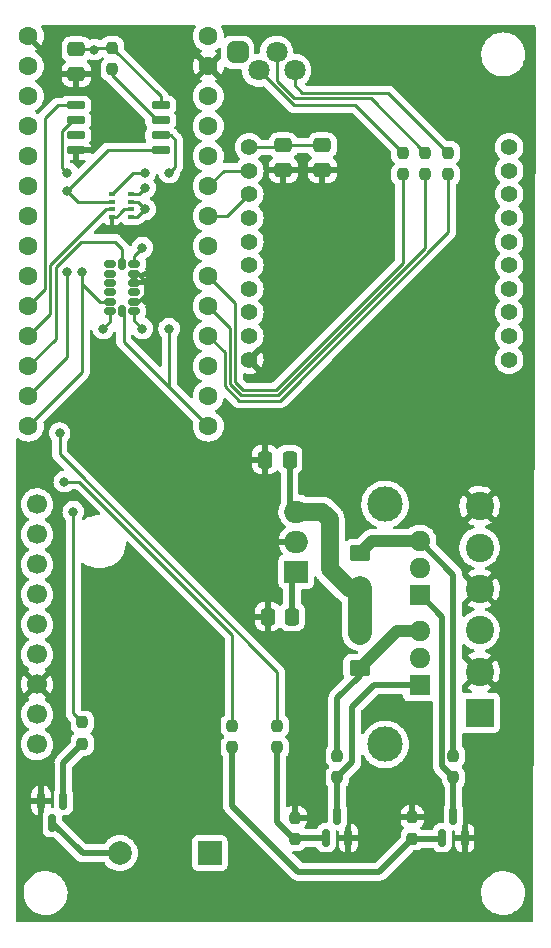
<source format=gtl>
%TF.GenerationSoftware,KiCad,Pcbnew,(6.0.0-0)*%
%TF.CreationDate,2022-05-31T22:47:44-04:00*%
%TF.ProjectId,2021 - 2022 Flight Computer,32303231-202d-4203-9230-323220466c69,rev?*%
%TF.SameCoordinates,Original*%
%TF.FileFunction,Copper,L1,Top*%
%TF.FilePolarity,Positive*%
%FSLAX46Y46*%
G04 Gerber Fmt 4.6, Leading zero omitted, Abs format (unit mm)*
G04 Created by KiCad (PCBNEW (6.0.0-0)) date 2022-05-31 22:47:44*
%MOMM*%
%LPD*%
G01*
G04 APERTURE LIST*
G04 Aperture macros list*
%AMRoundRect*
0 Rectangle with rounded corners*
0 $1 Rounding radius*
0 $2 $3 $4 $5 $6 $7 $8 $9 X,Y pos of 4 corners*
0 Add a 4 corners polygon primitive as box body*
4,1,4,$2,$3,$4,$5,$6,$7,$8,$9,$2,$3,0*
0 Add four circle primitives for the rounded corners*
1,1,$1+$1,$2,$3*
1,1,$1+$1,$4,$5*
1,1,$1+$1,$6,$7*
1,1,$1+$1,$8,$9*
0 Add four rect primitives between the rounded corners*
20,1,$1+$1,$2,$3,$4,$5,0*
20,1,$1+$1,$4,$5,$6,$7,0*
20,1,$1+$1,$6,$7,$8,$9,0*
20,1,$1+$1,$8,$9,$2,$3,0*%
G04 Aperture macros list end*
%TA.AperFunction,SMDPad,CuDef*%
%ADD10RoundRect,0.150000X0.325000X0.150000X-0.325000X0.150000X-0.325000X-0.150000X0.325000X-0.150000X0*%
%TD*%
%TA.AperFunction,SMDPad,CuDef*%
%ADD11RoundRect,0.150000X0.150000X0.325000X-0.150000X0.325000X-0.150000X-0.325000X0.150000X-0.325000X0*%
%TD*%
%TA.AperFunction,SMDPad,CuDef*%
%ADD12RoundRect,0.150000X-0.650000X-0.150000X0.650000X-0.150000X0.650000X0.150000X-0.650000X0.150000X0*%
%TD*%
%TA.AperFunction,SMDPad,CuDef*%
%ADD13RoundRect,0.250000X0.337500X0.475000X-0.337500X0.475000X-0.337500X-0.475000X0.337500X-0.475000X0*%
%TD*%
%TA.AperFunction,ComponentPad*%
%ADD14R,2.000000X1.905000*%
%TD*%
%TA.AperFunction,ComponentPad*%
%ADD15O,2.000000X1.905000*%
%TD*%
%TA.AperFunction,SMDPad,CuDef*%
%ADD16RoundRect,0.237500X-0.237500X0.250000X-0.237500X-0.250000X0.237500X-0.250000X0.237500X0.250000X0*%
%TD*%
%TA.AperFunction,ComponentPad*%
%ADD17C,1.397000*%
%TD*%
%TA.AperFunction,SMDPad,CuDef*%
%ADD18R,0.500000X0.350000*%
%TD*%
%TA.AperFunction,ComponentPad*%
%ADD19C,1.600000*%
%TD*%
%TA.AperFunction,WasherPad*%
%ADD20C,3.000000*%
%TD*%
%TA.AperFunction,ComponentPad*%
%ADD21C,1.700000*%
%TD*%
%TA.AperFunction,SMDPad,CuDef*%
%ADD22RoundRect,0.250000X-0.475000X0.337500X-0.475000X-0.337500X0.475000X-0.337500X0.475000X0.337500X0*%
%TD*%
%TA.AperFunction,SMDPad,CuDef*%
%ADD23RoundRect,0.250001X-0.624999X0.462499X-0.624999X-0.462499X0.624999X-0.462499X0.624999X0.462499X0*%
%TD*%
%TA.AperFunction,ComponentPad*%
%ADD24R,1.800000X1.717500*%
%TD*%
%TA.AperFunction,ComponentPad*%
%ADD25O,1.800000X1.717500*%
%TD*%
%TA.AperFunction,SMDPad,CuDef*%
%ADD26RoundRect,0.150000X-0.150000X0.587500X-0.150000X-0.587500X0.150000X-0.587500X0.150000X0.587500X0*%
%TD*%
%TA.AperFunction,SMDPad,CuDef*%
%ADD27RoundRect,0.250000X0.475000X-0.337500X0.475000X0.337500X-0.475000X0.337500X-0.475000X-0.337500X0*%
%TD*%
%TA.AperFunction,ComponentPad*%
%ADD28R,2.400000X2.400000*%
%TD*%
%TA.AperFunction,ComponentPad*%
%ADD29C,2.400000*%
%TD*%
%TA.AperFunction,ComponentPad*%
%ADD30R,2.000000X2.000000*%
%TD*%
%TA.AperFunction,ComponentPad*%
%ADD31C,2.000000*%
%TD*%
%TA.AperFunction,SMDPad,CuDef*%
%ADD32RoundRect,0.237500X0.237500X-0.250000X0.237500X0.250000X-0.237500X0.250000X-0.237500X-0.250000X0*%
%TD*%
%TA.AperFunction,SMDPad,CuDef*%
%ADD33RoundRect,0.150000X0.150000X-0.587500X0.150000X0.587500X-0.150000X0.587500X-0.150000X-0.587500X0*%
%TD*%
%TA.AperFunction,ComponentPad*%
%ADD34RoundRect,0.450000X-0.450000X-0.450000X0.450000X-0.450000X0.450000X0.450000X-0.450000X0.450000X0*%
%TD*%
%TA.AperFunction,ComponentPad*%
%ADD35C,1.800000*%
%TD*%
%TA.AperFunction,SMDPad,CuDef*%
%ADD36RoundRect,0.250001X0.624999X-0.462499X0.624999X0.462499X-0.624999X0.462499X-0.624999X-0.462499X0*%
%TD*%
%TA.AperFunction,ViaPad*%
%ADD37C,0.800000*%
%TD*%
%TA.AperFunction,Conductor*%
%ADD38C,0.250000*%
%TD*%
%TA.AperFunction,Conductor*%
%ADD39C,0.500000*%
%TD*%
%TA.AperFunction,Conductor*%
%ADD40C,1.000000*%
%TD*%
%TA.AperFunction,Conductor*%
%ADD41C,1.500000*%
%TD*%
%TA.AperFunction,Conductor*%
%ADD42C,2.000000*%
%TD*%
G04 APERTURE END LIST*
D10*
%TO.P,U3,1,Vdd_I/O*%
%TO.N,+3V3*%
X82500000Y-88750000D03*
%TO.P,U3,2,GND*%
%TO.N,GND*%
X82500000Y-87950000D03*
%TO.P,U3,3,RES*%
%TO.N,unconnected-(U3-Pad3)*%
X82500000Y-87150000D03*
%TO.P,U3,4,GND*%
%TO.N,GND*%
X82500000Y-86350000D03*
%TO.P,U3,5,GND*%
X82500000Y-85550000D03*
%TO.P,U3,6,Vs*%
%TO.N,+3V3*%
X82500000Y-84750000D03*
D11*
%TO.P,U3,7,~{CS}*%
%TO.N,/SPI.ADXL-CS*%
X81500000Y-84750000D03*
D10*
%TO.P,U3,8,INT1*%
%TO.N,unconnected-(U3-Pad8)*%
X80500000Y-84750000D03*
%TO.P,U3,9,INT2*%
%TO.N,unconnected-(U3-Pad9)*%
X80500000Y-85550000D03*
%TO.P,U3,10,NC*%
%TO.N,unconnected-(U3-Pad10)*%
X80500000Y-86350000D03*
%TO.P,U3,11,RES*%
%TO.N,unconnected-(U3-Pad11)*%
X80500000Y-87150000D03*
%TO.P,U3,12,SDO/ADDR*%
%TO.N,/SPI.MISO*%
X80500000Y-87950000D03*
%TO.P,U3,13,SDA/SDI/SDIO*%
%TO.N,/SPI.MOSI*%
X80500000Y-88750000D03*
D11*
%TO.P,U3,14,SCL/SCLK*%
%TO.N,/SPI.SCK*%
X81500000Y-88750000D03*
%TD*%
D12*
%TO.P,U6,1,~{CS}*%
%TO.N,/SPI.FL-CS*%
X77558000Y-71293000D03*
%TO.P,U6,2,DO(IO1)*%
%TO.N,/SPI.MISO*%
X77558000Y-72563000D03*
%TO.P,U6,3,IO2*%
%TO.N,unconnected-(U6-Pad3)*%
X77558000Y-73833000D03*
%TO.P,U6,4,GND*%
%TO.N,GND*%
X77558000Y-75103000D03*
%TO.P,U6,5,DI(IO0)*%
%TO.N,/SPI.MOSI*%
X84758000Y-75103000D03*
%TO.P,U6,6,CLK*%
%TO.N,/SPI.SCK*%
X84758000Y-73833000D03*
%TO.P,U6,7,IO3*%
%TO.N,Net-(R1-Pad2)*%
X84758000Y-72563000D03*
%TO.P,U6,8,VCC*%
%TO.N,+3V3*%
X84758000Y-71293000D03*
%TD*%
D13*
%TO.P,C1,1*%
%TO.N,+BATT*%
X95657500Y-101300000D03*
%TO.P,C1,2*%
%TO.N,GND*%
X93582500Y-101300000D03*
%TD*%
%TO.P,C5,1*%
%TO.N,+3V3*%
X95890000Y-114600000D03*
%TO.P,C5,2*%
%TO.N,GND*%
X93815000Y-114600000D03*
%TD*%
D14*
%TO.P,U1,1,VOUT*%
%TO.N,+3V3*%
X96230000Y-110790000D03*
D15*
%TO.P,U1,2,GND*%
%TO.N,GND*%
X96230000Y-108250000D03*
%TO.P,U1,3,VIN*%
%TO.N,+BATT*%
X96230000Y-105710000D03*
%TD*%
D16*
%TO.P,R1,1*%
%TO.N,+3V3*%
X80650000Y-66443500D03*
%TO.P,R1,2*%
%TO.N,Net-(R1-Pad2)*%
X80650000Y-68268500D03*
%TD*%
D17*
%TO.P,IC2,1,VCC*%
%TO.N,+3V3*%
X92249260Y-74840000D03*
%TO.P,IC2,2,DOUT*%
%TO.N,/XBEE.TX*%
X92249260Y-76838980D03*
%TO.P,IC2,3,DIN/~{CONFIG}*%
%TO.N,/XBEE.RX*%
X92249260Y-78840500D03*
%TO.P,IC2,4,SPI_MISO*%
%TO.N,unconnected-(IC2-Pad4)*%
X92249260Y-80839480D03*
%TO.P,IC2,5,~{RESET}*%
%TO.N,unconnected-(IC2-Pad5)*%
X92249260Y-82841000D03*
%TO.P,IC2,6,PWM0/RSSI/PWM*%
%TO.N,unconnected-(IC2-Pad6)*%
X92249260Y-84839980D03*
%TO.P,IC2,7,PWM1*%
%TO.N,unconnected-(IC2-Pad7)*%
X92249260Y-86838960D03*
%TO.P,IC2,8,[RESERVED]*%
%TO.N,unconnected-(IC2-Pad8)*%
X92249260Y-88840480D03*
%TO.P,IC2,9,DI8/SLEEP_RQ/~{DTR}*%
%TO.N,unconnected-(IC2-Pad9)*%
X92249260Y-90839460D03*
%TO.P,IC2,10,GND*%
%TO.N,GND*%
X92249260Y-92840980D03*
%TO.P,IC2,11,DIO4/SPI_MOSI*%
%TO.N,unconnected-(IC2-Pad11)*%
X114250740Y-92840980D03*
%TO.P,IC2,12,DIO7/~{CTS}*%
%TO.N,unconnected-(IC2-Pad12)*%
X114250740Y-90839460D03*
%TO.P,IC2,13,ON/~{SLEEP}*%
%TO.N,unconnected-(IC2-Pad13)*%
X114250740Y-88840480D03*
%TO.P,IC2,14,VREF*%
%TO.N,unconnected-(IC2-Pad14)*%
X114250740Y-86838960D03*
%TO.P,IC2,15,DIO5/ASSOC*%
%TO.N,unconnected-(IC2-Pad15)*%
X114250740Y-84839980D03*
%TO.P,IC2,16,DIO6/~{RTS}*%
%TO.N,unconnected-(IC2-Pad16)*%
X114250740Y-82841000D03*
%TO.P,IC2,17,DIO3/AD3/SPI_SSEL*%
%TO.N,unconnected-(IC2-Pad17)*%
X114250740Y-80839480D03*
%TO.P,IC2,18,DIO2/AD2/SPI_CLK*%
%TO.N,unconnected-(IC2-Pad18)*%
X114250740Y-78840500D03*
%TO.P,IC2,19,DIO1/AD1/SPI_ATTN*%
%TO.N,unconnected-(IC2-Pad19)*%
X114250740Y-76838980D03*
%TO.P,IC2,20,DIO0/AD0*%
%TO.N,unconnected-(IC2-Pad20)*%
X114250740Y-74840000D03*
%TD*%
D18*
%TO.P,U4,1,GND*%
%TO.N,GND*%
X80612000Y-80777000D03*
%TO.P,U4,2,CSB*%
%TO.N,/SPI.BMP-CS*%
X80612000Y-80127000D03*
%TO.P,U4,3,SDI*%
%TO.N,/SPI.MOSI*%
X80612000Y-79477000D03*
%TO.P,U4,4,SCK*%
%TO.N,/SPI.SCK*%
X80612000Y-78827000D03*
%TO.P,U4,5,SDO*%
%TO.N,/SPI.MISO*%
X82212000Y-78827000D03*
%TO.P,U4,6,VDDIO*%
%TO.N,+3V3*%
X82212000Y-79477000D03*
%TO.P,U4,7,GND*%
%TO.N,GND*%
X82212000Y-80127000D03*
%TO.P,U4,8,VDD*%
%TO.N,+3V3*%
X82212000Y-80777000D03*
%TD*%
D19*
%TO.P,IC1,1,GND_1*%
%TO.N,GND*%
X73540000Y-65450000D03*
%TO.P,IC1,2,0*%
%TO.N,unconnected-(IC1-Pad2)*%
X73540000Y-67990000D03*
%TO.P,IC1,3,1*%
%TO.N,unconnected-(IC1-Pad3)*%
X73540000Y-70530000D03*
%TO.P,IC1,4,2*%
%TO.N,unconnected-(IC1-Pad4)*%
X73540000Y-73070000D03*
%TO.P,IC1,5,3*%
%TO.N,unconnected-(IC1-Pad5)*%
X73540000Y-75610000D03*
%TO.P,IC1,6,4*%
%TO.N,unconnected-(IC1-Pad6)*%
X73540000Y-78150000D03*
%TO.P,IC1,7,5*%
%TO.N,BUZZER*%
X73540000Y-80690000D03*
%TO.P,IC1,8,6*%
%TO.N,/ACT1*%
X73540000Y-83230000D03*
%TO.P,IC1,9,7*%
%TO.N,/ACT2*%
X73540000Y-85770000D03*
%TO.P,IC1,10,8*%
%TO.N,/SPI.FL-CS*%
X73540000Y-88310000D03*
%TO.P,IC1,11,9*%
%TO.N,/SPI.BMP-CS*%
X73540000Y-90850000D03*
%TO.P,IC1,12,10*%
%TO.N,/SPI.ADXL-CS*%
X73540000Y-93390000D03*
%TO.P,IC1,13,11*%
%TO.N,/SPI.MOSI*%
X73540000Y-95930000D03*
%TO.P,IC1,14,12*%
%TO.N,/SPI.MISO*%
X73540000Y-98470000D03*
%TO.P,IC1,20,13*%
%TO.N,/SPI.SCK*%
X88780000Y-98470000D03*
%TO.P,IC1,21,14*%
%TO.N,/GPS.RX*%
X88780000Y-95930000D03*
%TO.P,IC1,22,15*%
%TO.N,/GPS.TX*%
X88780000Y-93390000D03*
%TO.P,IC1,23,16*%
%TO.N,LED-R*%
X88780000Y-90850000D03*
%TO.P,IC1,24,17*%
%TO.N,LED-G*%
X88780000Y-88310000D03*
%TO.P,IC1,25,18*%
%TO.N,LED-B*%
X88780000Y-85770000D03*
%TO.P,IC1,26,19*%
%TO.N,unconnected-(IC1-Pad26)*%
X88780000Y-83230000D03*
%TO.P,IC1,27,20*%
%TO.N,/XBEE.RX*%
X88780000Y-80690000D03*
%TO.P,IC1,28,21*%
%TO.N,/XBEE.TX*%
X88780000Y-78150000D03*
%TO.P,IC1,29,22*%
%TO.N,unconnected-(IC1-Pad29)*%
X88780000Y-75610000D03*
%TO.P,IC1,30,23*%
%TO.N,unconnected-(IC1-Pad30)*%
X88780000Y-73070000D03*
%TO.P,IC1,31,3.3V(250_MA_MAX)*%
%TO.N,+3V3*%
X88780000Y-70530000D03*
%TO.P,IC1,32,GND_3*%
%TO.N,GND*%
X88780000Y-67990000D03*
%TO.P,IC1,33,VIN_(3.6_TO_5.5_VOLTS)*%
%TO.N,unconnected-(IC1-Pad33)*%
X88780000Y-65450000D03*
%TD*%
D16*
%TO.P,R4,1*%
%TO.N,Net-(D1-Pad2)*%
X105260000Y-75333500D03*
%TO.P,R4,2*%
%TO.N,LED-B*%
X105260000Y-77158500D03*
%TD*%
D20*
%TO.P,U2,*%
%TO.N,*%
X103746000Y-105090000D03*
X103746000Y-125410000D03*
D21*
%TO.P,U2,1,3V3*%
%TO.N,unconnected-(U2-Pad1)*%
X74282000Y-105090000D03*
%TO.P,U2,2,EN*%
%TO.N,unconnected-(U2-Pad2)*%
X74282000Y-107630000D03*
%TO.P,U2,3,VBAT*%
%TO.N,unconnected-(U2-Pad3)*%
X74282000Y-110170000D03*
%TO.P,U2,4,FIX*%
%TO.N,unconnected-(U2-Pad4)*%
X74282000Y-112710000D03*
%TO.P,U2,5,TX*%
%TO.N,/GPS.TX*%
X74282000Y-115250000D03*
%TO.P,U2,6,RX*%
%TO.N,/GPS.RX*%
X74282000Y-117790000D03*
%TO.P,U2,7,GND*%
%TO.N,GND*%
X74282000Y-120330000D03*
%TO.P,U2,8,VIN*%
%TO.N,+3V3*%
X74282000Y-122870000D03*
%TO.P,U2,9,PPS*%
%TO.N,unconnected-(U2-Pad9)*%
X74282000Y-125410000D03*
%TD*%
D16*
%TO.P,R6,1*%
%TO.N,/ACT1*%
X94620000Y-123847500D03*
%TO.P,R6,2*%
%TO.N,Net-(Q2-Pad1)*%
X94620000Y-125672500D03*
%TD*%
D22*
%TO.P,C2,1*%
%TO.N,+3V3*%
X98430000Y-74700500D03*
%TO.P,C2,2*%
%TO.N,GND*%
X98430000Y-76775500D03*
%TD*%
D23*
%TO.P,F1,1*%
%TO.N,+BATT*%
X101600000Y-115972500D03*
%TO.P,F1,2*%
%TO.N,Net-(F1-Pad2)*%
X101600000Y-118947500D03*
%TD*%
D22*
%TO.P,C4,1*%
%TO.N,+3V3*%
X95128000Y-74700500D03*
%TO.P,C4,2*%
%TO.N,GND*%
X95128000Y-76775500D03*
%TD*%
D24*
%TO.P,Q1,1,G*%
%TO.N,Net-(Q2-Pad3)*%
X106680000Y-120400000D03*
D25*
%TO.P,Q1,2,D*%
%TO.N,/DROGUE_POW*%
X106680000Y-118110000D03*
%TO.P,Q1,3,S*%
%TO.N,Net-(F1-Pad2)*%
X106680000Y-115820000D03*
%TD*%
D26*
%TO.P,Q4,1,G*%
%TO.N,Net-(Q4-Pad1)*%
X76520000Y-130172500D03*
%TO.P,Q4,2,S*%
%TO.N,GND*%
X74620000Y-130172500D03*
%TO.P,Q4,3,D*%
%TO.N,Net-(BZ1-Pad2)*%
X75570000Y-132047500D03*
%TD*%
D24*
%TO.P,Q5,1,G*%
%TO.N,Net-(Q3-Pad3)*%
X106680000Y-112780000D03*
D25*
%TO.P,Q5,2,D*%
%TO.N,/MAIN_POW*%
X106680000Y-110490000D03*
%TO.P,Q5,3,S*%
%TO.N,Net-(F2-Pad2)*%
X106680000Y-108200000D03*
%TD*%
D27*
%TO.P,C3,1*%
%TO.N,GND*%
X77602000Y-68647500D03*
%TO.P,C3,2*%
%TO.N,+3V3*%
X77602000Y-66572500D03*
%TD*%
D16*
%TO.P,R5,1*%
%TO.N,/ACT2*%
X90810000Y-123847500D03*
%TO.P,R5,2*%
%TO.N,Net-(Q3-Pad1)*%
X90810000Y-125672500D03*
%TD*%
D28*
%TO.P,J1,1,Pin_1*%
%TO.N,+BATT*%
X111750000Y-122750000D03*
D29*
%TO.P,J1,2,Pin_2*%
%TO.N,GND*%
X111750000Y-119250000D03*
%TO.P,J1,3,Pin_3*%
%TO.N,/DROGUE_POW*%
X111750000Y-115750000D03*
%TO.P,J1,4,Pin_4*%
%TO.N,GND*%
X111750000Y-112250000D03*
%TO.P,J1,5,Pin_5*%
%TO.N,/MAIN_POW*%
X111750000Y-108750000D03*
%TO.P,J1,6,Pin_6*%
%TO.N,GND*%
X111750000Y-105250000D03*
%TD*%
D30*
%TO.P,BZ1,1,-*%
%TO.N,+3V3*%
X88900000Y-134620000D03*
D31*
%TO.P,BZ1,2,+*%
%TO.N,Net-(BZ1-Pad2)*%
X81300000Y-134620000D03*
%TD*%
D16*
%TO.P,R12,1*%
%TO.N,Net-(F2-Pad2)*%
X109540000Y-126387500D03*
%TO.P,R12,2*%
%TO.N,Net-(Q3-Pad3)*%
X109540000Y-128212500D03*
%TD*%
D32*
%TO.P,R7,1*%
%TO.N,Net-(Q4-Pad1)*%
X78110000Y-125372500D03*
%TO.P,R7,2*%
%TO.N,BUZZER*%
X78110000Y-123547500D03*
%TD*%
D33*
%TO.P,Q3,1,G*%
%TO.N,Net-(Q3-Pad1)*%
X108590000Y-133317500D03*
%TO.P,Q3,2,S*%
%TO.N,GND*%
X110490000Y-133317500D03*
%TO.P,Q3,3,D*%
%TO.N,Net-(Q3-Pad3)*%
X109540000Y-131442500D03*
%TD*%
D32*
%TO.P,R8,1*%
%TO.N,Net-(Q2-Pad1)*%
X96144000Y-133443000D03*
%TO.P,R8,2*%
%TO.N,GND*%
X96144000Y-131618000D03*
%TD*%
D16*
%TO.P,R2,1*%
%TO.N,Net-(D1-Pad4)*%
X109098000Y-75333500D03*
%TO.P,R2,2*%
%TO.N,LED-R*%
X109098000Y-77158500D03*
%TD*%
D34*
%TO.P,D1,1,A*%
%TO.N,+3V3*%
X91260000Y-66810000D03*
D35*
%TO.P,D1,2,BK*%
%TO.N,Net-(D1-Pad2)*%
X93038000Y-68334000D03*
%TO.P,D1,3,GK*%
%TO.N,Net-(D1-Pad3)*%
X94562000Y-66810000D03*
%TO.P,D1,4,RK*%
%TO.N,Net-(D1-Pad4)*%
X96086000Y-68334000D03*
%TD*%
D32*
%TO.P,R10,1*%
%TO.N,Net-(Q3-Pad1)*%
X106050000Y-133396000D03*
%TO.P,R10,2*%
%TO.N,GND*%
X106050000Y-131571000D03*
%TD*%
D33*
%TO.P,Q2,1,G*%
%TO.N,Net-(Q2-Pad1)*%
X98750000Y-133317500D03*
%TO.P,Q2,2,S*%
%TO.N,GND*%
X100650000Y-133317500D03*
%TO.P,Q2,3,D*%
%TO.N,Net-(Q2-Pad3)*%
X99700000Y-131442500D03*
%TD*%
D16*
%TO.P,R9,1*%
%TO.N,Net-(F1-Pad2)*%
X99700000Y-126387500D03*
%TO.P,R9,2*%
%TO.N,Net-(Q2-Pad3)*%
X99700000Y-128212500D03*
%TD*%
%TO.P,R3,1*%
%TO.N,Net-(D1-Pad3)*%
X107160000Y-75333500D03*
%TO.P,R3,2*%
%TO.N,LED-G*%
X107160000Y-77158500D03*
%TD*%
D36*
%TO.P,F2,1*%
%TO.N,+BATT*%
X101600000Y-112197500D03*
%TO.P,F2,2*%
%TO.N,Net-(F2-Pad2)*%
X101600000Y-109222500D03*
%TD*%
D37*
%TO.N,GND*%
X96660000Y-119110000D03*
X102860000Y-128710000D03*
X99760000Y-95510000D03*
%TO.N,/SPI.MOSI*%
X79888000Y-90216000D03*
X76840000Y-78532000D03*
X76840000Y-85390000D03*
%TO.N,+3V3*%
X83444000Y-80110000D03*
X83190000Y-83358000D03*
X79126000Y-66594000D03*
X83190000Y-90216000D03*
%TO.N,/SPI.MISO*%
X78110000Y-85390000D03*
X83444000Y-78278000D03*
X76840000Y-77008000D03*
%TO.N,/SPI.SCK*%
X83444000Y-77008000D03*
X85481299Y-77013299D03*
X85460000Y-90216000D03*
%TO.N,BUZZER*%
X77348000Y-105710000D03*
%TO.N,/ACT1*%
X76200000Y-99060000D03*
%TO.N,/ACT2*%
X76586000Y-103170000D03*
%TD*%
D38*
%TO.N,Net-(D1-Pad4)*%
X96086000Y-68334000D02*
X96086000Y-69606792D01*
X96086000Y-69606792D02*
X96744829Y-70265621D01*
X104030121Y-70265621D02*
X109098000Y-75333500D01*
X96744829Y-70265621D02*
X104030121Y-70265621D01*
%TO.N,Net-(D1-Pad3)*%
X94562000Y-66810000D02*
X94562000Y-69222282D01*
X96054859Y-70715141D02*
X102541641Y-70715141D01*
X102541641Y-70715141D02*
X107160000Y-75333500D01*
X94562000Y-69222282D02*
X96054859Y-70715141D01*
%TO.N,Net-(D1-Pad2)*%
X101236500Y-71310000D02*
X105260000Y-75333500D01*
X93038000Y-68334000D02*
X96014000Y-71310000D01*
X96014000Y-71310000D02*
X101236500Y-71310000D01*
%TO.N,GND*%
X81310000Y-80460000D02*
X81660000Y-80110000D01*
X83388000Y-86350000D02*
X83444000Y-86406000D01*
X83444000Y-86152000D02*
X83444000Y-86406000D01*
X83444000Y-87352072D02*
X82846072Y-87950000D01*
X93815000Y-116265000D02*
X96660000Y-119110000D01*
X81210000Y-80560000D02*
X81310000Y-80460000D01*
X81677000Y-80127000D02*
X82212000Y-80127000D01*
X80612000Y-80777000D02*
X80993000Y-80777000D01*
X80993000Y-80777000D02*
X81210000Y-80560000D01*
X82846072Y-87950000D02*
X82500000Y-87950000D01*
X83444000Y-86406000D02*
X83444000Y-87352072D01*
X93815000Y-114600000D02*
X93815000Y-116265000D01*
X82842000Y-85550000D02*
X83444000Y-86152000D01*
X82500000Y-86350000D02*
X83388000Y-86350000D01*
X82500000Y-85550000D02*
X82842000Y-85550000D01*
X81660000Y-80110000D02*
X81677000Y-80127000D01*
%TO.N,/SPI.FL-CS*%
X76077000Y-71293000D02*
X77558000Y-71293000D01*
X73540000Y-88310000D02*
X74960000Y-86890000D01*
X74960000Y-72410000D02*
X76077000Y-71293000D01*
X74960000Y-86890000D02*
X74960000Y-72410000D01*
%TO.N,/SPI.BMP-CS*%
X75409520Y-88980480D02*
X75409520Y-84829480D01*
X80112000Y-80127000D02*
X80612000Y-80127000D01*
X73540000Y-90850000D02*
X75409520Y-88980480D01*
X75409520Y-84829480D02*
X80112000Y-80127000D01*
%TO.N,/SPI.ADXL-CS*%
X75859040Y-91070960D02*
X73540000Y-93390000D01*
X78024718Y-82850000D02*
X75859040Y-85015678D01*
X81500000Y-83446000D02*
X80904000Y-82850000D01*
X80904000Y-82850000D02*
X78024718Y-82850000D01*
X81500000Y-84750000D02*
X81500000Y-83446000D01*
X75859040Y-85015678D02*
X75859040Y-91070960D01*
%TO.N,/SPI.MOSI*%
X80612000Y-79477000D02*
X77785000Y-79477000D01*
X76840000Y-92630000D02*
X73540000Y-95930000D01*
X80269000Y-75103000D02*
X84758000Y-75103000D01*
X76840000Y-78532000D02*
X80269000Y-75103000D01*
X80500000Y-89604000D02*
X79888000Y-90216000D01*
X76840000Y-85390000D02*
X76840000Y-92630000D01*
X80500000Y-88750000D02*
X80500000Y-89604000D01*
X77785000Y-79477000D02*
X76840000Y-78532000D01*
%TO.N,Net-(R1-Pad2)*%
X84436500Y-72563000D02*
X84758000Y-72563000D01*
X80650000Y-68776500D02*
X84436500Y-72563000D01*
X80650000Y-68268500D02*
X80650000Y-68776500D01*
%TO.N,+3V3*%
X83190000Y-90216000D02*
X82500000Y-89526000D01*
X80650000Y-66443500D02*
X84758000Y-70551500D01*
X82212000Y-79477000D02*
X82811000Y-79477000D01*
X77602000Y-66572500D02*
X79104500Y-66572500D01*
D39*
X95890000Y-114600000D02*
X95890000Y-111130000D01*
D38*
X79276500Y-66443500D02*
X79126000Y-66594000D01*
D39*
X95890000Y-111130000D02*
X96230000Y-110790000D01*
D38*
X82777000Y-80777000D02*
X83444000Y-80110000D01*
X82500000Y-89526000D02*
X82500000Y-88750000D01*
X80650000Y-66443500D02*
X79276500Y-66443500D01*
X83190000Y-83358000D02*
X82500000Y-84048000D01*
X92249260Y-74840000D02*
X94988500Y-74840000D01*
X79104500Y-66572500D02*
X79126000Y-66594000D01*
X94988500Y-74840000D02*
X95128000Y-74700500D01*
X82811000Y-79477000D02*
X83444000Y-80110000D01*
X82500000Y-84048000D02*
X82500000Y-84750000D01*
X82212000Y-80777000D02*
X82777000Y-80777000D01*
X84758000Y-70551500D02*
X84758000Y-71293000D01*
X98430000Y-74700500D02*
X95128000Y-74700500D01*
D39*
%TO.N,Net-(BZ1-Pad2)*%
X78142500Y-134620000D02*
X81300000Y-134620000D01*
X75570000Y-132047500D02*
X78142500Y-134620000D01*
D38*
%TO.N,/SPI.MISO*%
X77558000Y-72563000D02*
X77356928Y-72563000D01*
X78110000Y-85390000D02*
X78110000Y-86406000D01*
X77356928Y-72563000D02*
X76433480Y-73486448D01*
X76433480Y-73486448D02*
X76433480Y-76601480D01*
X82895000Y-78827000D02*
X83444000Y-78278000D01*
X80500000Y-87950000D02*
X79654000Y-87950000D01*
X78110000Y-93900000D02*
X73540000Y-98470000D01*
X78110000Y-86406000D02*
X78110000Y-93900000D01*
X82212000Y-78827000D02*
X82895000Y-78827000D01*
X76433480Y-76601480D02*
X76840000Y-77008000D01*
X79654000Y-87950000D02*
X78110000Y-86406000D01*
%TO.N,/SPI.SCK*%
X85984000Y-74214000D02*
X85603000Y-73833000D01*
X81620000Y-91310000D02*
X85440000Y-95130000D01*
X81620000Y-88870000D02*
X81500000Y-88750000D01*
X85984000Y-76510598D02*
X85984000Y-74214000D01*
X82431000Y-77008000D02*
X80612000Y-78827000D01*
X85460000Y-90216000D02*
X85460000Y-95110000D01*
X85440000Y-95130000D02*
X88780000Y-98470000D01*
X85481299Y-77013299D02*
X85984000Y-76510598D01*
X85603000Y-73833000D02*
X84758000Y-73833000D01*
X85460000Y-95110000D02*
X85440000Y-95130000D01*
X81620000Y-91310000D02*
X81620000Y-88870000D01*
X83444000Y-77008000D02*
X82431000Y-77008000D01*
%TO.N,/XBEE.RX*%
X92249260Y-78840500D02*
X90399760Y-80690000D01*
X90399760Y-80690000D02*
X88780000Y-80690000D01*
%TO.N,/XBEE.TX*%
X92249260Y-76838980D02*
X90091020Y-76838980D01*
X90091020Y-76838980D02*
X88780000Y-78150000D01*
%TO.N,BUZZER*%
X78110000Y-123547500D02*
X77348000Y-122785500D01*
X77348000Y-122785500D02*
X77348000Y-105710000D01*
D39*
%TO.N,Net-(F1-Pad2)*%
X99700000Y-126387500D02*
X99700000Y-121497500D01*
D40*
X106680000Y-115820000D02*
X104727500Y-115820000D01*
D39*
X101600000Y-119597500D02*
X101600000Y-118947500D01*
D40*
X104727500Y-115820000D02*
X101600000Y-118947500D01*
D39*
X99700000Y-121497500D02*
X101600000Y-119597500D01*
D38*
%TO.N,LED-B*%
X94487604Y-95410960D02*
X91732396Y-95410960D01*
X105260000Y-84638564D02*
X94487604Y-95410960D01*
X91060000Y-94738564D02*
X91060000Y-88050000D01*
X91732396Y-95410960D02*
X91060000Y-94738564D01*
X91060000Y-88050000D02*
X88780000Y-85770000D01*
X105260000Y-77158500D02*
X105260000Y-84638564D01*
%TO.N,LED-G*%
X107160000Y-77158500D02*
X107160000Y-83374282D01*
X91546198Y-95860480D02*
X90610480Y-94924762D01*
X107160000Y-83374282D02*
X94673802Y-95860480D01*
X90610480Y-94924762D02*
X90610480Y-90140480D01*
X94673802Y-95860480D02*
X91546198Y-95860480D01*
X90610480Y-90140480D02*
X88780000Y-88310000D01*
%TO.N,LED-R*%
X109098000Y-82072000D02*
X94860000Y-96310000D01*
X109098000Y-77158500D02*
X109098000Y-82072000D01*
X94860000Y-96310000D02*
X91360000Y-96310000D01*
X90160960Y-92230960D02*
X88780000Y-90850000D01*
X90160960Y-95110960D02*
X90160960Y-92230960D01*
X91360000Y-96310000D02*
X90160960Y-95110960D01*
D40*
%TO.N,Net-(F2-Pad2)*%
X106680000Y-108200000D02*
X102622500Y-108200000D01*
D39*
X109540000Y-126387500D02*
X109540000Y-111060000D01*
X109540000Y-111060000D02*
X106680000Y-108200000D01*
D40*
X102622500Y-108200000D02*
X101600000Y-109222500D01*
D41*
%TO.N,+BATT*%
X96230000Y-105710000D02*
X98430000Y-105710000D01*
X98430000Y-105710000D02*
X99060000Y-106340000D01*
X99060000Y-110598750D02*
X100658750Y-112197500D01*
X99060000Y-106340000D02*
X99060000Y-110598750D01*
D39*
X95657500Y-101300000D02*
X95657500Y-105137500D01*
X95657500Y-105137500D02*
X96230000Y-105710000D01*
D42*
X101600000Y-112197500D02*
X101600000Y-115972500D01*
D41*
X100658750Y-112197500D02*
X101600000Y-112197500D01*
D38*
%TO.N,/ACT1*%
X76200000Y-100869668D02*
X94620000Y-119289668D01*
X76200000Y-99060000D02*
X76200000Y-100869668D01*
X94620000Y-119289668D02*
X94620000Y-123847500D01*
%TO.N,/ACT2*%
X90810000Y-123847500D02*
X90810000Y-116115386D01*
X90810000Y-116115386D02*
X77864614Y-103170000D01*
X77864614Y-103170000D02*
X76586000Y-103170000D01*
D39*
%TO.N,Net-(Q2-Pad3)*%
X99700000Y-131442500D02*
X99700000Y-128212500D01*
X100970000Y-126942500D02*
X100970000Y-122220000D01*
X100970000Y-122220000D02*
X102790000Y-120400000D01*
X102790000Y-120400000D02*
X106680000Y-120400000D01*
X99700000Y-128212500D02*
X100970000Y-126942500D01*
%TO.N,Net-(Q2-Pad1)*%
X96269500Y-133317500D02*
X96144000Y-133443000D01*
X96040500Y-133443000D02*
X94620000Y-132022500D01*
X98750000Y-133317500D02*
X96269500Y-133317500D01*
X94620000Y-125672500D02*
X94620000Y-132022500D01*
X96144000Y-133443000D02*
X96040500Y-133443000D01*
%TO.N,Net-(Q3-Pad1)*%
X90810000Y-130602000D02*
X96398000Y-136190000D01*
X106050000Y-133396000D02*
X108511500Y-133396000D01*
X103256000Y-136190000D02*
X106050000Y-133396000D01*
X90810000Y-125672500D02*
X90810000Y-130602000D01*
X96398000Y-136190000D02*
X103256000Y-136190000D01*
X108511500Y-133396000D02*
X108590000Y-133317500D01*
%TO.N,Net-(Q3-Pad3)*%
X109540000Y-128212500D02*
X108590000Y-127262500D01*
X109540000Y-131442500D02*
X109540000Y-128212500D01*
X108590000Y-127262500D02*
X108590000Y-114600000D01*
X108590000Y-114600000D02*
X106770000Y-112780000D01*
X106770000Y-112780000D02*
X106680000Y-112780000D01*
%TO.N,Net-(Q4-Pad1)*%
X76520000Y-130172500D02*
X76520000Y-126962500D01*
X76520000Y-126962500D02*
X78110000Y-125372500D01*
%TO.N,/MAIN_POW*%
X107047772Y-110490000D02*
X106680000Y-110490000D01*
%TD*%
%TA.AperFunction,Conductor*%
%TO.N,GND*%
G36*
X116432060Y-64528002D02*
G01*
X116478553Y-64581658D01*
X116489938Y-64634407D01*
X116245703Y-139858422D01*
X116244054Y-140366409D01*
X116223831Y-140434465D01*
X116170025Y-140480783D01*
X116118055Y-140492000D01*
X72634000Y-140492000D01*
X72565879Y-140471998D01*
X72519386Y-140418342D01*
X72508000Y-140366000D01*
X72508000Y-138042277D01*
X73137009Y-138042277D01*
X73162625Y-138310769D01*
X73163710Y-138315203D01*
X73163711Y-138315209D01*
X73225645Y-138568312D01*
X73226731Y-138572750D01*
X73327985Y-138822733D01*
X73464265Y-139055482D01*
X73467118Y-139059049D01*
X73584686Y-139206060D01*
X73632716Y-139266119D01*
X73829809Y-139450234D01*
X74051416Y-139603968D01*
X74055499Y-139605999D01*
X74055502Y-139606001D01*
X74171013Y-139663466D01*
X74292894Y-139724101D01*
X74297228Y-139725522D01*
X74297231Y-139725523D01*
X74544853Y-139806698D01*
X74544859Y-139806699D01*
X74549186Y-139808118D01*
X74553677Y-139808898D01*
X74553678Y-139808898D01*
X74811140Y-139853601D01*
X74811148Y-139853602D01*
X74814921Y-139854257D01*
X74818758Y-139854448D01*
X74898578Y-139858422D01*
X74898586Y-139858422D01*
X74900149Y-139858500D01*
X75068512Y-139858500D01*
X75070780Y-139858335D01*
X75070792Y-139858335D01*
X75201884Y-139848823D01*
X75269004Y-139843953D01*
X75273459Y-139842969D01*
X75273462Y-139842969D01*
X75527912Y-139786791D01*
X75527916Y-139786790D01*
X75532372Y-139785806D01*
X75658480Y-139738028D01*
X75780318Y-139691868D01*
X75780321Y-139691867D01*
X75784588Y-139690250D01*
X76020368Y-139559286D01*
X76234773Y-139395657D01*
X76423312Y-139202792D01*
X76582034Y-138984730D01*
X76665190Y-138826676D01*
X76705490Y-138750079D01*
X76705493Y-138750073D01*
X76707615Y-138746039D01*
X76770378Y-138568312D01*
X76795902Y-138496033D01*
X76795902Y-138496032D01*
X76797425Y-138491720D01*
X76849581Y-138227100D01*
X76858782Y-138042277D01*
X111887009Y-138042277D01*
X111912625Y-138310769D01*
X111913710Y-138315203D01*
X111913711Y-138315209D01*
X111975645Y-138568312D01*
X111976731Y-138572750D01*
X112077985Y-138822733D01*
X112214265Y-139055482D01*
X112217118Y-139059049D01*
X112334686Y-139206060D01*
X112382716Y-139266119D01*
X112579809Y-139450234D01*
X112801416Y-139603968D01*
X112805499Y-139605999D01*
X112805502Y-139606001D01*
X112921013Y-139663466D01*
X113042894Y-139724101D01*
X113047228Y-139725522D01*
X113047231Y-139725523D01*
X113294853Y-139806698D01*
X113294859Y-139806699D01*
X113299186Y-139808118D01*
X113303677Y-139808898D01*
X113303678Y-139808898D01*
X113561140Y-139853601D01*
X113561148Y-139853602D01*
X113564921Y-139854257D01*
X113568758Y-139854448D01*
X113648578Y-139858422D01*
X113648586Y-139858422D01*
X113650149Y-139858500D01*
X113818512Y-139858500D01*
X113820780Y-139858335D01*
X113820792Y-139858335D01*
X113951884Y-139848823D01*
X114019004Y-139843953D01*
X114023459Y-139842969D01*
X114023462Y-139842969D01*
X114277912Y-139786791D01*
X114277916Y-139786790D01*
X114282372Y-139785806D01*
X114408480Y-139738028D01*
X114530318Y-139691868D01*
X114530321Y-139691867D01*
X114534588Y-139690250D01*
X114770368Y-139559286D01*
X114984773Y-139395657D01*
X115173312Y-139202792D01*
X115332034Y-138984730D01*
X115415190Y-138826676D01*
X115455490Y-138750079D01*
X115455493Y-138750073D01*
X115457615Y-138746039D01*
X115520378Y-138568312D01*
X115545902Y-138496033D01*
X115545902Y-138496032D01*
X115547425Y-138491720D01*
X115599581Y-138227100D01*
X115608782Y-138042277D01*
X115612764Y-137962292D01*
X115612764Y-137962286D01*
X115612991Y-137957723D01*
X115587375Y-137689231D01*
X115542042Y-137503967D01*
X115524355Y-137431688D01*
X115523269Y-137427250D01*
X115422015Y-137177267D01*
X115288228Y-136948775D01*
X115288045Y-136948463D01*
X115288044Y-136948462D01*
X115285735Y-136944518D01*
X115166566Y-136795505D01*
X115120136Y-136737447D01*
X115120135Y-136737445D01*
X115117284Y-136733881D01*
X114920191Y-136549766D01*
X114698584Y-136396032D01*
X114694501Y-136394001D01*
X114694498Y-136393999D01*
X114529606Y-136311967D01*
X114457106Y-136275899D01*
X114452772Y-136274478D01*
X114452769Y-136274477D01*
X114205147Y-136193302D01*
X114205141Y-136193301D01*
X114200814Y-136191882D01*
X114196322Y-136191102D01*
X113938860Y-136146399D01*
X113938852Y-136146398D01*
X113935079Y-136145743D01*
X113923817Y-136145182D01*
X113851422Y-136141578D01*
X113851414Y-136141578D01*
X113849851Y-136141500D01*
X113681488Y-136141500D01*
X113679220Y-136141665D01*
X113679208Y-136141665D01*
X113548116Y-136151177D01*
X113480996Y-136156047D01*
X113476541Y-136157031D01*
X113476538Y-136157031D01*
X113222088Y-136213209D01*
X113222084Y-136213210D01*
X113217628Y-136214194D01*
X113091520Y-136261972D01*
X112969682Y-136308132D01*
X112969679Y-136308133D01*
X112965412Y-136309750D01*
X112729632Y-136440714D01*
X112515227Y-136604343D01*
X112326688Y-136797208D01*
X112167966Y-137015270D01*
X112165844Y-137019304D01*
X112044510Y-137249921D01*
X112044507Y-137249927D01*
X112042385Y-137253961D01*
X112040865Y-137258266D01*
X112040863Y-137258270D01*
X111954098Y-137503967D01*
X111952575Y-137508280D01*
X111900419Y-137772900D01*
X111900192Y-137777453D01*
X111900192Y-137777456D01*
X111890991Y-137962292D01*
X111887009Y-138042277D01*
X76858782Y-138042277D01*
X76862764Y-137962292D01*
X76862764Y-137962286D01*
X76862991Y-137957723D01*
X76837375Y-137689231D01*
X76792042Y-137503967D01*
X76774355Y-137431688D01*
X76773269Y-137427250D01*
X76672015Y-137177267D01*
X76538228Y-136948775D01*
X76538045Y-136948463D01*
X76538044Y-136948462D01*
X76535735Y-136944518D01*
X76416566Y-136795505D01*
X76370136Y-136737447D01*
X76370135Y-136737445D01*
X76367284Y-136733881D01*
X76170191Y-136549766D01*
X75948584Y-136396032D01*
X75944501Y-136394001D01*
X75944498Y-136393999D01*
X75779606Y-136311967D01*
X75707106Y-136275899D01*
X75702772Y-136274478D01*
X75702769Y-136274477D01*
X75455147Y-136193302D01*
X75455141Y-136193301D01*
X75450814Y-136191882D01*
X75446322Y-136191102D01*
X75188860Y-136146399D01*
X75188852Y-136146398D01*
X75185079Y-136145743D01*
X75173817Y-136145182D01*
X75101422Y-136141578D01*
X75101414Y-136141578D01*
X75099851Y-136141500D01*
X74931488Y-136141500D01*
X74929220Y-136141665D01*
X74929208Y-136141665D01*
X74798116Y-136151177D01*
X74730996Y-136156047D01*
X74726541Y-136157031D01*
X74726538Y-136157031D01*
X74472088Y-136213209D01*
X74472084Y-136213210D01*
X74467628Y-136214194D01*
X74341520Y-136261972D01*
X74219682Y-136308132D01*
X74219679Y-136308133D01*
X74215412Y-136309750D01*
X73979632Y-136440714D01*
X73765227Y-136604343D01*
X73576688Y-136797208D01*
X73417966Y-137015270D01*
X73415844Y-137019304D01*
X73294510Y-137249921D01*
X73294507Y-137249927D01*
X73292385Y-137253961D01*
X73290865Y-137258266D01*
X73290863Y-137258270D01*
X73204098Y-137503967D01*
X73202575Y-137508280D01*
X73150419Y-137772900D01*
X73150192Y-137777453D01*
X73150192Y-137777456D01*
X73140991Y-137962292D01*
X73137009Y-138042277D01*
X72508000Y-138042277D01*
X72508000Y-132701502D01*
X74761500Y-132701502D01*
X74764438Y-132738831D01*
X74810855Y-132898601D01*
X74814892Y-132905427D01*
X74891509Y-133034980D01*
X74891511Y-133034983D01*
X74895547Y-133041807D01*
X75013193Y-133159453D01*
X75020017Y-133163489D01*
X75020020Y-133163491D01*
X75127589Y-133227107D01*
X75156399Y-133244145D01*
X75164010Y-133246356D01*
X75164012Y-133246357D01*
X75199748Y-133256739D01*
X75316169Y-133290562D01*
X75322574Y-133291066D01*
X75322579Y-133291067D01*
X75351042Y-133293307D01*
X75351050Y-133293307D01*
X75353498Y-133293500D01*
X75691129Y-133293500D01*
X75759250Y-133313502D01*
X75780224Y-133330405D01*
X77558730Y-135108911D01*
X77571116Y-135123323D01*
X77579649Y-135134918D01*
X77579654Y-135134923D01*
X77583992Y-135140818D01*
X77589570Y-135145557D01*
X77589573Y-135145560D01*
X77624268Y-135175035D01*
X77631784Y-135181965D01*
X77637479Y-135187660D01*
X77640361Y-135189940D01*
X77659751Y-135205281D01*
X77663155Y-135208072D01*
X77713203Y-135250591D01*
X77718785Y-135255333D01*
X77725301Y-135258661D01*
X77730350Y-135262028D01*
X77735479Y-135265195D01*
X77741216Y-135269734D01*
X77807375Y-135300655D01*
X77811269Y-135302558D01*
X77876308Y-135335769D01*
X77883416Y-135337508D01*
X77889059Y-135339607D01*
X77894822Y-135341524D01*
X77901450Y-135344622D01*
X77908612Y-135346112D01*
X77908613Y-135346112D01*
X77972912Y-135359486D01*
X77977196Y-135360456D01*
X78048110Y-135377808D01*
X78053712Y-135378156D01*
X78053715Y-135378156D01*
X78059264Y-135378500D01*
X78059262Y-135378536D01*
X78063255Y-135378775D01*
X78067447Y-135379149D01*
X78074615Y-135380640D01*
X78152020Y-135378546D01*
X78155428Y-135378500D01*
X79925035Y-135378500D01*
X79993156Y-135398502D01*
X80032466Y-135438663D01*
X80075824Y-135509416D01*
X80230031Y-135689969D01*
X80410584Y-135844176D01*
X80414792Y-135846755D01*
X80414798Y-135846759D01*
X80608817Y-135965654D01*
X80613037Y-135968240D01*
X80617607Y-135970133D01*
X80617611Y-135970135D01*
X80827833Y-136057211D01*
X80832406Y-136059105D01*
X80880349Y-136070615D01*
X81058476Y-136113380D01*
X81058482Y-136113381D01*
X81063289Y-136114535D01*
X81300000Y-136133165D01*
X81536711Y-136114535D01*
X81541518Y-136113381D01*
X81541524Y-136113380D01*
X81719651Y-136070615D01*
X81767594Y-136059105D01*
X81772167Y-136057211D01*
X81982389Y-135970135D01*
X81982393Y-135970133D01*
X81986963Y-135968240D01*
X81991183Y-135965654D01*
X82185202Y-135846759D01*
X82185208Y-135846755D01*
X82189416Y-135844176D01*
X82369969Y-135689969D01*
X82388618Y-135668134D01*
X87391500Y-135668134D01*
X87398255Y-135730316D01*
X87449385Y-135866705D01*
X87536739Y-135983261D01*
X87653295Y-136070615D01*
X87789684Y-136121745D01*
X87851866Y-136128500D01*
X89948134Y-136128500D01*
X90010316Y-136121745D01*
X90146705Y-136070615D01*
X90263261Y-135983261D01*
X90350615Y-135866705D01*
X90401745Y-135730316D01*
X90408500Y-135668134D01*
X90408500Y-133571866D01*
X90401745Y-133509684D01*
X90350615Y-133373295D01*
X90263261Y-133256739D01*
X90146705Y-133169385D01*
X90010316Y-133118255D01*
X89948134Y-133111500D01*
X87851866Y-133111500D01*
X87789684Y-133118255D01*
X87653295Y-133169385D01*
X87536739Y-133256739D01*
X87449385Y-133373295D01*
X87398255Y-133509684D01*
X87391500Y-133571866D01*
X87391500Y-135668134D01*
X82388618Y-135668134D01*
X82524176Y-135509416D01*
X82526755Y-135505208D01*
X82526759Y-135505202D01*
X82645654Y-135311183D01*
X82648240Y-135306963D01*
X82667104Y-135261423D01*
X82737211Y-135092167D01*
X82737212Y-135092165D01*
X82739105Y-135087594D01*
X82794535Y-134856711D01*
X82813165Y-134620000D01*
X82794535Y-134383289D01*
X82792659Y-134375472D01*
X82742993Y-134168601D01*
X82739105Y-134152406D01*
X82707457Y-134076000D01*
X82650135Y-133937611D01*
X82650133Y-133937607D01*
X82648240Y-133933037D01*
X82592145Y-133841498D01*
X82526759Y-133734798D01*
X82526755Y-133734792D01*
X82524176Y-133730584D01*
X82369969Y-133550031D01*
X82189416Y-133395824D01*
X82185208Y-133393245D01*
X82185202Y-133393241D01*
X81991183Y-133274346D01*
X81986963Y-133271760D01*
X81982393Y-133269867D01*
X81982389Y-133269865D01*
X81772167Y-133182789D01*
X81772165Y-133182788D01*
X81767594Y-133180895D01*
X81687391Y-133161640D01*
X81541524Y-133126620D01*
X81541518Y-133126619D01*
X81536711Y-133125465D01*
X81300000Y-133106835D01*
X81063289Y-133125465D01*
X81058482Y-133126619D01*
X81058476Y-133126620D01*
X80912609Y-133161640D01*
X80832406Y-133180895D01*
X80827835Y-133182788D01*
X80827833Y-133182789D01*
X80617611Y-133269865D01*
X80617607Y-133269867D01*
X80613037Y-133271760D01*
X80608817Y-133274346D01*
X80414798Y-133393241D01*
X80414792Y-133393245D01*
X80410584Y-133395824D01*
X80230031Y-133550031D01*
X80226823Y-133553787D01*
X80200124Y-133585048D01*
X80075824Y-133730584D01*
X80032467Y-133801336D01*
X79979819Y-133848967D01*
X79925035Y-133861500D01*
X78508871Y-133861500D01*
X78440750Y-133841498D01*
X78419776Y-133824595D01*
X76415405Y-131820224D01*
X76381379Y-131757912D01*
X76378500Y-131731129D01*
X76378500Y-131544500D01*
X76398502Y-131476379D01*
X76452158Y-131429886D01*
X76504500Y-131418500D01*
X76736502Y-131418500D01*
X76738950Y-131418307D01*
X76738958Y-131418307D01*
X76767421Y-131416067D01*
X76767426Y-131416066D01*
X76773831Y-131415562D01*
X76873769Y-131386528D01*
X76925988Y-131371357D01*
X76925990Y-131371356D01*
X76933601Y-131369145D01*
X76965987Y-131349992D01*
X77069980Y-131288491D01*
X77069983Y-131288489D01*
X77076807Y-131284453D01*
X77194453Y-131166807D01*
X77198489Y-131159983D01*
X77198491Y-131159980D01*
X77275108Y-131030427D01*
X77279145Y-131023601D01*
X77281415Y-131015790D01*
X77305865Y-130931628D01*
X77325562Y-130863831D01*
X77326074Y-130857336D01*
X77328307Y-130828958D01*
X77328307Y-130828950D01*
X77328500Y-130826502D01*
X77328500Y-129518498D01*
X77328307Y-129516042D01*
X77326067Y-129487579D01*
X77326066Y-129487574D01*
X77325562Y-129481169D01*
X77283503Y-129336398D01*
X77278500Y-129301246D01*
X77278500Y-127328871D01*
X77298502Y-127260750D01*
X77315405Y-127239776D01*
X78149776Y-126405405D01*
X78212088Y-126371379D01*
X78238871Y-126368500D01*
X78397072Y-126368500D01*
X78400318Y-126368163D01*
X78400322Y-126368163D01*
X78494235Y-126358419D01*
X78494239Y-126358418D01*
X78501093Y-126357707D01*
X78507629Y-126355526D01*
X78507631Y-126355526D01*
X78659159Y-126304972D01*
X78666107Y-126302654D01*
X78814031Y-126211116D01*
X78819204Y-126205934D01*
X78931758Y-126093184D01*
X78931762Y-126093179D01*
X78936929Y-126088003D01*
X78941039Y-126081335D01*
X79024369Y-125946150D01*
X79024370Y-125946148D01*
X79028209Y-125939920D01*
X79082974Y-125774809D01*
X79093500Y-125672072D01*
X79093500Y-125072928D01*
X79082707Y-124968907D01*
X79080469Y-124962197D01*
X79029972Y-124810841D01*
X79027654Y-124803893D01*
X78936116Y-124655969D01*
X78930934Y-124650796D01*
X78829214Y-124549253D01*
X78795135Y-124486970D01*
X78800138Y-124416150D01*
X78829059Y-124371063D01*
X78931754Y-124268188D01*
X78931758Y-124268183D01*
X78936929Y-124263003D01*
X78943837Y-124251797D01*
X79024369Y-124121150D01*
X79024370Y-124121148D01*
X79028209Y-124114920D01*
X79082974Y-123949809D01*
X79083729Y-123942445D01*
X79093172Y-123850271D01*
X79093500Y-123847072D01*
X79093500Y-123247928D01*
X79090873Y-123222607D01*
X79083419Y-123150765D01*
X79083418Y-123150761D01*
X79082707Y-123143907D01*
X79080469Y-123137197D01*
X79029972Y-122985841D01*
X79027654Y-122978893D01*
X78936116Y-122830969D01*
X78926522Y-122821392D01*
X78818184Y-122713242D01*
X78818179Y-122713238D01*
X78813003Y-122708071D01*
X78806772Y-122704230D01*
X78671150Y-122620631D01*
X78671148Y-122620630D01*
X78664920Y-122616791D01*
X78499809Y-122562026D01*
X78492973Y-122561326D01*
X78492970Y-122561325D01*
X78441474Y-122556049D01*
X78397072Y-122551500D01*
X78107500Y-122551500D01*
X78039379Y-122531498D01*
X77992886Y-122477842D01*
X77981500Y-122425500D01*
X77981500Y-110138976D01*
X78001502Y-110070855D01*
X78055158Y-110024362D01*
X78125432Y-110014258D01*
X78184857Y-110041609D01*
X78185785Y-110040400D01*
X78189063Y-110042915D01*
X78192162Y-110045633D01*
X78195588Y-110047922D01*
X78195593Y-110047926D01*
X78351459Y-110152072D01*
X78438327Y-110210115D01*
X78442026Y-110211939D01*
X78442031Y-110211942D01*
X78562919Y-110271557D01*
X78703855Y-110341059D01*
X78707760Y-110342384D01*
X78707761Y-110342385D01*
X78980290Y-110434896D01*
X78980294Y-110434897D01*
X78984203Y-110436224D01*
X78988247Y-110437028D01*
X78988253Y-110437030D01*
X79270535Y-110493180D01*
X79270541Y-110493181D01*
X79274574Y-110493983D01*
X79278679Y-110494252D01*
X79278686Y-110494253D01*
X79565881Y-110513076D01*
X79570000Y-110513346D01*
X79574119Y-110513076D01*
X79861314Y-110494253D01*
X79861321Y-110494252D01*
X79865426Y-110493983D01*
X79869459Y-110493181D01*
X79869465Y-110493180D01*
X80151747Y-110437030D01*
X80151753Y-110437028D01*
X80155797Y-110436224D01*
X80159706Y-110434897D01*
X80159710Y-110434896D01*
X80432239Y-110342385D01*
X80432240Y-110342384D01*
X80436145Y-110341059D01*
X80577081Y-110271557D01*
X80697969Y-110211942D01*
X80697974Y-110211939D01*
X80701673Y-110210115D01*
X80788541Y-110152072D01*
X80944407Y-110047926D01*
X80944412Y-110047922D01*
X80947838Y-110045633D01*
X80950932Y-110042919D01*
X80950938Y-110042915D01*
X81167338Y-109853136D01*
X81170427Y-109850427D01*
X81223976Y-109789366D01*
X81362915Y-109630938D01*
X81362919Y-109630932D01*
X81365633Y-109627838D01*
X81384767Y-109599203D01*
X81527821Y-109385106D01*
X81530115Y-109381673D01*
X81534761Y-109372253D01*
X81613659Y-109212262D01*
X81661059Y-109116145D01*
X81681316Y-109056469D01*
X81754896Y-108839710D01*
X81754897Y-108839706D01*
X81756224Y-108835797D01*
X81760761Y-108812988D01*
X81813180Y-108549465D01*
X81813181Y-108549459D01*
X81813983Y-108545426D01*
X81815838Y-108517137D01*
X81828406Y-108325375D01*
X81852820Y-108258708D01*
X81909402Y-108215824D01*
X81980186Y-108210338D01*
X82043231Y-108244521D01*
X90139595Y-116340885D01*
X90173621Y-116403197D01*
X90176500Y-116429980D01*
X90176500Y-122895036D01*
X90156498Y-122963157D01*
X90116804Y-123002179D01*
X90105969Y-123008884D01*
X90100796Y-123014066D01*
X89988242Y-123126816D01*
X89988238Y-123126821D01*
X89983071Y-123131997D01*
X89979231Y-123138227D01*
X89979230Y-123138228D01*
X89896364Y-123272662D01*
X89891791Y-123280080D01*
X89837026Y-123445191D01*
X89836326Y-123452027D01*
X89836325Y-123452030D01*
X89833477Y-123479829D01*
X89826500Y-123547928D01*
X89826500Y-124147072D01*
X89826837Y-124150318D01*
X89826837Y-124150322D01*
X89831650Y-124196705D01*
X89837293Y-124251093D01*
X89839474Y-124257629D01*
X89839474Y-124257631D01*
X89840135Y-124259612D01*
X89892346Y-124416107D01*
X89983884Y-124564031D01*
X89989066Y-124569204D01*
X90090786Y-124670747D01*
X90124865Y-124733030D01*
X90119862Y-124803850D01*
X90090941Y-124848937D01*
X89988246Y-124951812D01*
X89988242Y-124951817D01*
X89983071Y-124956997D01*
X89979231Y-124963227D01*
X89979230Y-124963228D01*
X89896364Y-125097662D01*
X89891791Y-125105080D01*
X89837026Y-125270191D01*
X89826500Y-125372928D01*
X89826500Y-125972072D01*
X89826837Y-125975318D01*
X89826837Y-125975322D01*
X89832409Y-126029020D01*
X89837293Y-126076093D01*
X89839474Y-126082629D01*
X89839474Y-126082631D01*
X89849298Y-126112077D01*
X89892346Y-126241107D01*
X89983884Y-126389031D01*
X89989066Y-126394204D01*
X90014518Y-126419612D01*
X90048597Y-126481895D01*
X90051500Y-126508785D01*
X90051500Y-130534930D01*
X90050067Y-130553880D01*
X90046801Y-130575349D01*
X90047394Y-130582641D01*
X90047394Y-130582644D01*
X90051085Y-130628018D01*
X90051500Y-130638233D01*
X90051500Y-130646293D01*
X90051925Y-130649937D01*
X90054789Y-130674507D01*
X90055222Y-130678882D01*
X90060028Y-130737960D01*
X90061140Y-130751637D01*
X90063396Y-130758601D01*
X90064587Y-130764560D01*
X90065971Y-130770415D01*
X90066818Y-130777681D01*
X90091735Y-130846327D01*
X90093152Y-130850455D01*
X90115649Y-130919899D01*
X90119445Y-130926154D01*
X90121951Y-130931628D01*
X90124670Y-130937058D01*
X90127167Y-130943937D01*
X90131180Y-130950057D01*
X90131180Y-130950058D01*
X90167186Y-131004976D01*
X90169523Y-131008680D01*
X90207405Y-131071107D01*
X90211121Y-131075315D01*
X90211122Y-131075316D01*
X90214803Y-131079484D01*
X90214776Y-131079508D01*
X90217429Y-131082500D01*
X90220132Y-131085733D01*
X90224144Y-131091852D01*
X90229456Y-131096884D01*
X90280383Y-131145128D01*
X90282825Y-131147506D01*
X95814230Y-136678911D01*
X95826616Y-136693323D01*
X95835149Y-136704918D01*
X95835154Y-136704923D01*
X95839492Y-136710818D01*
X95845070Y-136715557D01*
X95845073Y-136715560D01*
X95879768Y-136745035D01*
X95887284Y-136751965D01*
X95892979Y-136757660D01*
X95895861Y-136759940D01*
X95915251Y-136775281D01*
X95918655Y-136778072D01*
X95968703Y-136820591D01*
X95974285Y-136825333D01*
X95980801Y-136828661D01*
X95985850Y-136832028D01*
X95990979Y-136835195D01*
X95996716Y-136839734D01*
X96062875Y-136870655D01*
X96066769Y-136872558D01*
X96131808Y-136905769D01*
X96138916Y-136907508D01*
X96144559Y-136909607D01*
X96150322Y-136911524D01*
X96156950Y-136914622D01*
X96164112Y-136916112D01*
X96164113Y-136916112D01*
X96228412Y-136929486D01*
X96232696Y-136930456D01*
X96303610Y-136947808D01*
X96309212Y-136948156D01*
X96309215Y-136948156D01*
X96314764Y-136948500D01*
X96314762Y-136948536D01*
X96318755Y-136948775D01*
X96322947Y-136949149D01*
X96330115Y-136950640D01*
X96407520Y-136948546D01*
X96410928Y-136948500D01*
X103188930Y-136948500D01*
X103207880Y-136949933D01*
X103222115Y-136952099D01*
X103222119Y-136952099D01*
X103229349Y-136953199D01*
X103236641Y-136952606D01*
X103236644Y-136952606D01*
X103282018Y-136948915D01*
X103292233Y-136948500D01*
X103300293Y-136948500D01*
X103317680Y-136946473D01*
X103328507Y-136945211D01*
X103332882Y-136944778D01*
X103398339Y-136939454D01*
X103398342Y-136939453D01*
X103405637Y-136938860D01*
X103412601Y-136936604D01*
X103418560Y-136935413D01*
X103424415Y-136934029D01*
X103431681Y-136933182D01*
X103500327Y-136908265D01*
X103504455Y-136906848D01*
X103566936Y-136886607D01*
X103566938Y-136886606D01*
X103573899Y-136884351D01*
X103580154Y-136880555D01*
X103585628Y-136878049D01*
X103591058Y-136875330D01*
X103597937Y-136872833D01*
X103604058Y-136868820D01*
X103658976Y-136832814D01*
X103662680Y-136830477D01*
X103725107Y-136792595D01*
X103733484Y-136785197D01*
X103733508Y-136785224D01*
X103736500Y-136782571D01*
X103739733Y-136779868D01*
X103745852Y-136775856D01*
X103799128Y-136719617D01*
X103801506Y-136717175D01*
X106089776Y-134428905D01*
X106152088Y-134394879D01*
X106178871Y-134392000D01*
X106337072Y-134392000D01*
X106340318Y-134391663D01*
X106340322Y-134391663D01*
X106434235Y-134381919D01*
X106434239Y-134381918D01*
X106441093Y-134381207D01*
X106447629Y-134379026D01*
X106447631Y-134379026D01*
X106599159Y-134328472D01*
X106606107Y-134326154D01*
X106754031Y-134234616D01*
X106797089Y-134191482D01*
X106859373Y-134157403D01*
X106886263Y-134154500D01*
X107750647Y-134154500D01*
X107818768Y-134174502D01*
X107859099Y-134216359D01*
X107915547Y-134311807D01*
X108033193Y-134429453D01*
X108040017Y-134433489D01*
X108040020Y-134433491D01*
X108147589Y-134497107D01*
X108176399Y-134514145D01*
X108184010Y-134516356D01*
X108184012Y-134516357D01*
X108199884Y-134520968D01*
X108336169Y-134560562D01*
X108342574Y-134561066D01*
X108342579Y-134561067D01*
X108371042Y-134563307D01*
X108371050Y-134563307D01*
X108373498Y-134563500D01*
X108806502Y-134563500D01*
X108808950Y-134563307D01*
X108808958Y-134563307D01*
X108837421Y-134561067D01*
X108837426Y-134561066D01*
X108843831Y-134560562D01*
X108980116Y-134520968D01*
X108995988Y-134516357D01*
X108995990Y-134516356D01*
X109003601Y-134514145D01*
X109032411Y-134497107D01*
X109139980Y-134433491D01*
X109139983Y-134433489D01*
X109146807Y-134429453D01*
X109264453Y-134311807D01*
X109268489Y-134304983D01*
X109268491Y-134304980D01*
X109345108Y-134175427D01*
X109349145Y-134168601D01*
X109351415Y-134160790D01*
X109393767Y-134015008D01*
X109395562Y-134008831D01*
X109396074Y-134002336D01*
X109398307Y-133973958D01*
X109398307Y-133973950D01*
X109398500Y-133971502D01*
X109398500Y-133968984D01*
X109682001Y-133968984D01*
X109682195Y-133973920D01*
X109684430Y-134002336D01*
X109686730Y-134014931D01*
X109729107Y-134160790D01*
X109735352Y-134175221D01*
X109811911Y-134304678D01*
X109821551Y-134317104D01*
X109927896Y-134423449D01*
X109940322Y-134433089D01*
X110069779Y-134509648D01*
X110084210Y-134515893D01*
X110218605Y-134554939D01*
X110232706Y-134554899D01*
X110236000Y-134547630D01*
X110236000Y-134541878D01*
X110744000Y-134541878D01*
X110747973Y-134555409D01*
X110755871Y-134556544D01*
X110895790Y-134515893D01*
X110910221Y-134509648D01*
X111039678Y-134433089D01*
X111052104Y-134423449D01*
X111158449Y-134317104D01*
X111168089Y-134304678D01*
X111244648Y-134175221D01*
X111250893Y-134160790D01*
X111293269Y-134014935D01*
X111295570Y-134002333D01*
X111297807Y-133973916D01*
X111298000Y-133968986D01*
X111298000Y-133589615D01*
X111293525Y-133574376D01*
X111292135Y-133573171D01*
X111284452Y-133571500D01*
X110762115Y-133571500D01*
X110746876Y-133575975D01*
X110745671Y-133577365D01*
X110744000Y-133585048D01*
X110744000Y-134541878D01*
X110236000Y-134541878D01*
X110236000Y-133589615D01*
X110231525Y-133574376D01*
X110230135Y-133573171D01*
X110222452Y-133571500D01*
X109700116Y-133571500D01*
X109684877Y-133575975D01*
X109683672Y-133577365D01*
X109682001Y-133585048D01*
X109682001Y-133968984D01*
X109398500Y-133968984D01*
X109398500Y-132814500D01*
X109418502Y-132746379D01*
X109472158Y-132699886D01*
X109524500Y-132688500D01*
X109556000Y-132688500D01*
X109624121Y-132708502D01*
X109670614Y-132762158D01*
X109682000Y-132814500D01*
X109682000Y-133045385D01*
X109686475Y-133060624D01*
X109687865Y-133061829D01*
X109695548Y-133063500D01*
X110217885Y-133063500D01*
X110233124Y-133059025D01*
X110234329Y-133057635D01*
X110236000Y-133049952D01*
X110236000Y-133045385D01*
X110744000Y-133045385D01*
X110748475Y-133060624D01*
X110749865Y-133061829D01*
X110757548Y-133063500D01*
X111279884Y-133063500D01*
X111295123Y-133059025D01*
X111296328Y-133057635D01*
X111297999Y-133049952D01*
X111297999Y-132666017D01*
X111297805Y-132661080D01*
X111295570Y-132632664D01*
X111293270Y-132620069D01*
X111250893Y-132474210D01*
X111244648Y-132459779D01*
X111168089Y-132330322D01*
X111158449Y-132317896D01*
X111052104Y-132211551D01*
X111039678Y-132201911D01*
X110910221Y-132125352D01*
X110895790Y-132119107D01*
X110761395Y-132080061D01*
X110747294Y-132080101D01*
X110744000Y-132087370D01*
X110744000Y-133045385D01*
X110236000Y-133045385D01*
X110236000Y-132434842D01*
X110253547Y-132370703D01*
X110295108Y-132300427D01*
X110299145Y-132293601D01*
X110345562Y-132133831D01*
X110346230Y-132125352D01*
X110348307Y-132098958D01*
X110348307Y-132098950D01*
X110348500Y-132096502D01*
X110348500Y-130788498D01*
X110347649Y-130777681D01*
X110346067Y-130757579D01*
X110346066Y-130757574D01*
X110345562Y-130751169D01*
X110343370Y-130743621D01*
X110303503Y-130606398D01*
X110298500Y-130571246D01*
X110298500Y-129048677D01*
X110318502Y-128980556D01*
X110335321Y-128959666D01*
X110366929Y-128928003D01*
X110412569Y-128853962D01*
X110454369Y-128786150D01*
X110454370Y-128786148D01*
X110458209Y-128779920D01*
X110512974Y-128614809D01*
X110523500Y-128512072D01*
X110523500Y-127912928D01*
X110512707Y-127808907D01*
X110489721Y-127740008D01*
X110459972Y-127650841D01*
X110457654Y-127643893D01*
X110366116Y-127495969D01*
X110360934Y-127490796D01*
X110259214Y-127389253D01*
X110225135Y-127326970D01*
X110230138Y-127256150D01*
X110259059Y-127211063D01*
X110361754Y-127108188D01*
X110361758Y-127108183D01*
X110366929Y-127103003D01*
X110370770Y-127096772D01*
X110454369Y-126961150D01*
X110454370Y-126961148D01*
X110458209Y-126954920D01*
X110512974Y-126789809D01*
X110514844Y-126771564D01*
X110523172Y-126690271D01*
X110523500Y-126687072D01*
X110523500Y-126087928D01*
X110523163Y-126084678D01*
X110513419Y-125990765D01*
X110513418Y-125990761D01*
X110512707Y-125983907D01*
X110457654Y-125818893D01*
X110366116Y-125670969D01*
X110335482Y-125640388D01*
X110301403Y-125578105D01*
X110298500Y-125551215D01*
X110298500Y-124576633D01*
X110318502Y-124508512D01*
X110372158Y-124462019D01*
X110439622Y-124452319D01*
X110439684Y-124451745D01*
X110501866Y-124458500D01*
X112998134Y-124458500D01*
X113060316Y-124451745D01*
X113196705Y-124400615D01*
X113313261Y-124313261D01*
X113400615Y-124196705D01*
X113451745Y-124060316D01*
X113458500Y-123998134D01*
X113458500Y-121501866D01*
X113457977Y-121497047D01*
X113454159Y-121461907D01*
X113451745Y-121439684D01*
X113400615Y-121303295D01*
X113313261Y-121186739D01*
X113196705Y-121099385D01*
X113060316Y-121048255D01*
X112998134Y-121041500D01*
X112519696Y-121041500D01*
X112451575Y-121021498D01*
X112405082Y-120967842D01*
X112394978Y-120897568D01*
X112424472Y-120832988D01*
X112469958Y-120799733D01*
X112536573Y-120771113D01*
X112544856Y-120766800D01*
X112752777Y-120638135D01*
X112754620Y-120636796D01*
X112762038Y-120625541D01*
X112755974Y-120615184D01*
X111762812Y-119622022D01*
X111748868Y-119614408D01*
X111747035Y-119614539D01*
X111740420Y-119618790D01*
X110748044Y-120611166D01*
X110741386Y-120623359D01*
X110750099Y-120634879D01*
X110838586Y-120699760D01*
X110846505Y-120704708D01*
X111035213Y-120803992D01*
X111086186Y-120853411D01*
X111102349Y-120922544D01*
X111078570Y-120989440D01*
X111022399Y-121032860D01*
X110976546Y-121041500D01*
X110501866Y-121041500D01*
X110439684Y-121048255D01*
X110439352Y-121045200D01*
X110382766Y-121042255D01*
X110325116Y-121000819D01*
X110299019Y-120934792D01*
X110298500Y-120923367D01*
X110298500Y-120376015D01*
X110318502Y-120307894D01*
X110364180Y-120265392D01*
X110388850Y-120251940D01*
X111377978Y-119262812D01*
X111384356Y-119251132D01*
X112114408Y-119251132D01*
X112114539Y-119252965D01*
X112118790Y-119259580D01*
X113113732Y-120254522D01*
X113126112Y-120261282D01*
X113134453Y-120255038D01*
X113252700Y-120071202D01*
X113257147Y-120063011D01*
X113357572Y-119840076D01*
X113360767Y-119831298D01*
X113427135Y-119595973D01*
X113428993Y-119586844D01*
X113460044Y-119342770D01*
X113460525Y-119336483D01*
X113462706Y-119253160D01*
X113462555Y-119246851D01*
X113444321Y-119001486D01*
X113442944Y-118992280D01*
X113388979Y-118753786D01*
X113386255Y-118744875D01*
X113297633Y-118516983D01*
X113293619Y-118508567D01*
X113172284Y-118296276D01*
X113167074Y-118288553D01*
X113135787Y-118248865D01*
X113123863Y-118240395D01*
X113112328Y-118246882D01*
X112122022Y-119237188D01*
X112114408Y-119251132D01*
X111384356Y-119251132D01*
X111385592Y-119248868D01*
X111385461Y-119247035D01*
X111381210Y-119240420D01*
X110386828Y-118246038D01*
X110364113Y-118233634D01*
X110313911Y-118183431D01*
X110298500Y-118123047D01*
X110298500Y-117019257D01*
X110318502Y-116951136D01*
X110372158Y-116904643D01*
X110442432Y-116894539D01*
X110507012Y-116924033D01*
X110513201Y-116929770D01*
X110550249Y-116966495D01*
X110622529Y-117038147D01*
X110637307Y-117052797D01*
X110641069Y-117055555D01*
X110641072Y-117055558D01*
X110836224Y-117198649D01*
X110842094Y-117202953D01*
X110846229Y-117205129D01*
X110846233Y-117205131D01*
X110882417Y-117224168D01*
X111066827Y-117321191D01*
X111137738Y-117345954D01*
X111239594Y-117381524D01*
X111297312Y-117422866D01*
X111323515Y-117488850D01*
X111309886Y-117558526D01*
X111260750Y-117609773D01*
X111233311Y-117621446D01*
X111154655Y-117644371D01*
X111145915Y-117647639D01*
X110923869Y-117750004D01*
X110915714Y-117754524D01*
X110748468Y-117864175D01*
X110739330Y-117874917D01*
X110743903Y-117884693D01*
X111737188Y-118877978D01*
X111751132Y-118885592D01*
X111752965Y-118885461D01*
X111759580Y-118881210D01*
X112752488Y-117888302D01*
X112758872Y-117876612D01*
X112749460Y-117864502D01*
X112623144Y-117776873D01*
X112615116Y-117772145D01*
X112395810Y-117663995D01*
X112387180Y-117660508D01*
X112264999Y-117621397D01*
X112206220Y-117581579D01*
X112178298Y-117516303D01*
X112190100Y-117446294D01*
X112237877Y-117393779D01*
X112271334Y-117379547D01*
X112303270Y-117371139D01*
X112303272Y-117371138D01*
X112307793Y-117369948D01*
X112439732Y-117313263D01*
X112536807Y-117271557D01*
X112536810Y-117271555D01*
X112541110Y-117269708D01*
X112545090Y-117267245D01*
X112545094Y-117267243D01*
X112753064Y-117138547D01*
X112753066Y-117138545D01*
X112757047Y-117136082D01*
X112798998Y-117100568D01*
X112947289Y-116975031D01*
X112947291Y-116975029D01*
X112950862Y-116972006D01*
X113118295Y-116781084D01*
X113127014Y-116767530D01*
X113253141Y-116571442D01*
X113255669Y-116567512D01*
X113359967Y-116335980D01*
X113428896Y-116091575D01*
X113460943Y-115839667D01*
X113461105Y-115833500D01*
X113462843Y-115767115D01*
X113463291Y-115750000D01*
X113457891Y-115677332D01*
X113444818Y-115501411D01*
X113444817Y-115501407D01*
X113444472Y-115496759D01*
X113432708Y-115444767D01*
X113389459Y-115253639D01*
X113388428Y-115249082D01*
X113381461Y-115231166D01*
X113298084Y-115016762D01*
X113298083Y-115016760D01*
X113296391Y-115012409D01*
X113274371Y-114973881D01*
X113172702Y-114795997D01*
X113172700Y-114795995D01*
X113170383Y-114791940D01*
X113013171Y-114592517D01*
X112879714Y-114466974D01*
X112831610Y-114421722D01*
X112831608Y-114421720D01*
X112828209Y-114418523D01*
X112784483Y-114388189D01*
X112623393Y-114276437D01*
X112623390Y-114276435D01*
X112619561Y-114273779D01*
X112615384Y-114271719D01*
X112615377Y-114271715D01*
X112395996Y-114163528D01*
X112395992Y-114163527D01*
X112391810Y-114161464D01*
X112265148Y-114120919D01*
X112265014Y-114120876D01*
X112206234Y-114081058D01*
X112178312Y-114015783D01*
X112190113Y-113945774D01*
X112237891Y-113893259D01*
X112271349Y-113879026D01*
X112303101Y-113870667D01*
X112311926Y-113867628D01*
X112536584Y-113771107D01*
X112544856Y-113766800D01*
X112752777Y-113638135D01*
X112754620Y-113636796D01*
X112762038Y-113625541D01*
X112755974Y-113615184D01*
X111762812Y-112622022D01*
X111748868Y-112614408D01*
X111747035Y-112614539D01*
X111740420Y-112618790D01*
X110748044Y-113611166D01*
X110741386Y-113623359D01*
X110750099Y-113634879D01*
X110838586Y-113699760D01*
X110846505Y-113704708D01*
X111062877Y-113818547D01*
X111071451Y-113822275D01*
X111239608Y-113880998D01*
X111297326Y-113922340D01*
X111323529Y-113988324D01*
X111309900Y-114058000D01*
X111260764Y-114109247D01*
X111233324Y-114120919D01*
X111149993Y-114145208D01*
X111145740Y-114147168D01*
X111145739Y-114147169D01*
X111117818Y-114160041D01*
X110919380Y-114251522D01*
X110915471Y-114254085D01*
X110710928Y-114388189D01*
X110710923Y-114388193D01*
X110707015Y-114390755D01*
X110517562Y-114559848D01*
X110514988Y-114562943D01*
X110453431Y-114597966D01*
X110382538Y-114594139D01*
X110324967Y-114552593D01*
X110298997Y-114486516D01*
X110298500Y-114475332D01*
X110298500Y-113376015D01*
X110318502Y-113307894D01*
X110364180Y-113265392D01*
X110388850Y-113251940D01*
X111377978Y-112262812D01*
X111384356Y-112251132D01*
X112114408Y-112251132D01*
X112114539Y-112252965D01*
X112118790Y-112259580D01*
X113113732Y-113254522D01*
X113126112Y-113261282D01*
X113134453Y-113255038D01*
X113252700Y-113071202D01*
X113257147Y-113063011D01*
X113357572Y-112840076D01*
X113360767Y-112831298D01*
X113427135Y-112595973D01*
X113428993Y-112586844D01*
X113460044Y-112342770D01*
X113460525Y-112336483D01*
X113462706Y-112253160D01*
X113462555Y-112246851D01*
X113444321Y-112001486D01*
X113442944Y-111992280D01*
X113388979Y-111753786D01*
X113386255Y-111744875D01*
X113297633Y-111516983D01*
X113293619Y-111508567D01*
X113172284Y-111296276D01*
X113167074Y-111288553D01*
X113135787Y-111248865D01*
X113123863Y-111240395D01*
X113112328Y-111246882D01*
X112122022Y-112237188D01*
X112114408Y-112251132D01*
X111384356Y-112251132D01*
X111385592Y-112248868D01*
X111385461Y-112247035D01*
X111381210Y-112240420D01*
X110386827Y-111246037D01*
X110364679Y-111233943D01*
X110314477Y-111183741D01*
X110299386Y-111114366D01*
X110300498Y-111104406D01*
X110302099Y-111093885D01*
X110302099Y-111093881D01*
X110303199Y-111086651D01*
X110300799Y-111057137D01*
X110298915Y-111033982D01*
X110298500Y-111023767D01*
X110298500Y-111015707D01*
X110297953Y-111011010D01*
X110295211Y-110987497D01*
X110294778Y-110983121D01*
X110292733Y-110957979D01*
X110288860Y-110910364D01*
X110286605Y-110903403D01*
X110285418Y-110897463D01*
X110284029Y-110891588D01*
X110283182Y-110884319D01*
X110258264Y-110815670D01*
X110256847Y-110811542D01*
X110236607Y-110749064D01*
X110236606Y-110749062D01*
X110234351Y-110742101D01*
X110230555Y-110735846D01*
X110228049Y-110730372D01*
X110225330Y-110724942D01*
X110222833Y-110718063D01*
X110207955Y-110695370D01*
X110182814Y-110657024D01*
X110180467Y-110653305D01*
X110142595Y-110590893D01*
X110135197Y-110582516D01*
X110135224Y-110582492D01*
X110132571Y-110579500D01*
X110129868Y-110576267D01*
X110125856Y-110570148D01*
X110069617Y-110516872D01*
X110067175Y-110514494D01*
X108257832Y-108705151D01*
X110037296Y-108705151D01*
X110037520Y-108709817D01*
X110037520Y-108709822D01*
X110041800Y-108798909D01*
X110049480Y-108958798D01*
X110064558Y-109034598D01*
X110092098Y-109173051D01*
X110099021Y-109207857D01*
X110100600Y-109212255D01*
X110100602Y-109212262D01*
X110183248Y-109442449D01*
X110184831Y-109446858D01*
X110187048Y-109450984D01*
X110282075Y-109627838D01*
X110305025Y-109670551D01*
X110307820Y-109674294D01*
X110307822Y-109674297D01*
X110454171Y-109870282D01*
X110454176Y-109870288D01*
X110456963Y-109874020D01*
X110460272Y-109877300D01*
X110460277Y-109877306D01*
X110624801Y-110040400D01*
X110637307Y-110052797D01*
X110641069Y-110055555D01*
X110641072Y-110055558D01*
X110744729Y-110131562D01*
X110842094Y-110202953D01*
X110846229Y-110205129D01*
X110846233Y-110205131D01*
X110964289Y-110267243D01*
X111066827Y-110321191D01*
X111177143Y-110359715D01*
X111239594Y-110381524D01*
X111297312Y-110422866D01*
X111323515Y-110488850D01*
X111309886Y-110558526D01*
X111260750Y-110609773D01*
X111233311Y-110621446D01*
X111154655Y-110644371D01*
X111145915Y-110647639D01*
X110923869Y-110750004D01*
X110915714Y-110754524D01*
X110748468Y-110864175D01*
X110739330Y-110874917D01*
X110743903Y-110884693D01*
X111737188Y-111877978D01*
X111751132Y-111885592D01*
X111752965Y-111885461D01*
X111759580Y-111881210D01*
X112752488Y-110888302D01*
X112758872Y-110876612D01*
X112749460Y-110864502D01*
X112623144Y-110776873D01*
X112615116Y-110772145D01*
X112395810Y-110663995D01*
X112387180Y-110660508D01*
X112264999Y-110621397D01*
X112206220Y-110581579D01*
X112178298Y-110516303D01*
X112190100Y-110446294D01*
X112237877Y-110393779D01*
X112271334Y-110379547D01*
X112303270Y-110371139D01*
X112303272Y-110371138D01*
X112307793Y-110369948D01*
X112500089Y-110287332D01*
X112536807Y-110271557D01*
X112536810Y-110271555D01*
X112541110Y-110269708D01*
X112545090Y-110267245D01*
X112545094Y-110267243D01*
X112753064Y-110138547D01*
X112753066Y-110138545D01*
X112757047Y-110136082D01*
X112826292Y-110077462D01*
X112947289Y-109975031D01*
X112947291Y-109975029D01*
X112950862Y-109972006D01*
X113118295Y-109781084D01*
X113124354Y-109771665D01*
X113245315Y-109583609D01*
X113255669Y-109567512D01*
X113359967Y-109335980D01*
X113428896Y-109091575D01*
X113449879Y-108926638D01*
X113460545Y-108842798D01*
X113460545Y-108842792D01*
X113460943Y-108839667D01*
X113461045Y-108835797D01*
X113463208Y-108753160D01*
X113463291Y-108750000D01*
X113452437Y-108603938D01*
X113444818Y-108501411D01*
X113444817Y-108501407D01*
X113444472Y-108496759D01*
X113432860Y-108445439D01*
X113389459Y-108253639D01*
X113388428Y-108249082D01*
X113386691Y-108244616D01*
X113298084Y-108016762D01*
X113298083Y-108016760D01*
X113296391Y-108012409D01*
X113275866Y-107976498D01*
X113172702Y-107795997D01*
X113172700Y-107795995D01*
X113170383Y-107791940D01*
X113013171Y-107592517D01*
X112929625Y-107513925D01*
X112831610Y-107421722D01*
X112831608Y-107421720D01*
X112828209Y-107418523D01*
X112667485Y-107307025D01*
X112623393Y-107276437D01*
X112623390Y-107276435D01*
X112619561Y-107273779D01*
X112615384Y-107271719D01*
X112615377Y-107271715D01*
X112395996Y-107163528D01*
X112395992Y-107163527D01*
X112391810Y-107161464D01*
X112306869Y-107134274D01*
X112265014Y-107120876D01*
X112206234Y-107081058D01*
X112178312Y-107015783D01*
X112190113Y-106945774D01*
X112237891Y-106893259D01*
X112271349Y-106879026D01*
X112303101Y-106870667D01*
X112311926Y-106867628D01*
X112536584Y-106771107D01*
X112544856Y-106766800D01*
X112752777Y-106638135D01*
X112754620Y-106636796D01*
X112762038Y-106625541D01*
X112755974Y-106615184D01*
X111762812Y-105622022D01*
X111748868Y-105614408D01*
X111747035Y-105614539D01*
X111740420Y-105618790D01*
X110748044Y-106611166D01*
X110741386Y-106623359D01*
X110750099Y-106634879D01*
X110838586Y-106699760D01*
X110846505Y-106704708D01*
X111062877Y-106818547D01*
X111071451Y-106822275D01*
X111239608Y-106880998D01*
X111297326Y-106922340D01*
X111323529Y-106988324D01*
X111309900Y-107058000D01*
X111260764Y-107109247D01*
X111233324Y-107120919D01*
X111149993Y-107145208D01*
X111145740Y-107147168D01*
X111145739Y-107147169D01*
X111129598Y-107154610D01*
X110919380Y-107251522D01*
X110888581Y-107271715D01*
X110710928Y-107388189D01*
X110710923Y-107388193D01*
X110707015Y-107390755D01*
X110640127Y-107450455D01*
X110566401Y-107516258D01*
X110517562Y-107559848D01*
X110355183Y-107755087D01*
X110223447Y-107972182D01*
X110221638Y-107976496D01*
X110221637Y-107976498D01*
X110154563Y-108136453D01*
X110125246Y-108206365D01*
X110124095Y-108210897D01*
X110124094Y-108210900D01*
X110111800Y-108259308D01*
X110062738Y-108452490D01*
X110037296Y-108705151D01*
X108257832Y-108705151D01*
X108103770Y-108551089D01*
X108069744Y-108488777D01*
X108067957Y-108445439D01*
X108091220Y-108269924D01*
X108091220Y-108269918D01*
X108091920Y-108264639D01*
X108091371Y-108250000D01*
X108087567Y-108148705D01*
X108083215Y-108032772D01*
X108035567Y-107805686D01*
X108033610Y-107800730D01*
X108033608Y-107800724D01*
X107959917Y-107614129D01*
X107950339Y-107589875D01*
X107829968Y-107391509D01*
X107810946Y-107369588D01*
X107681395Y-107220293D01*
X107681393Y-107220291D01*
X107677895Y-107216260D01*
X107673769Y-107212877D01*
X107673765Y-107212873D01*
X107502597Y-107072524D01*
X107502591Y-107072520D01*
X107498469Y-107069140D01*
X107493833Y-107066501D01*
X107493830Y-107066499D01*
X107301462Y-106956997D01*
X107296819Y-106954354D01*
X107078712Y-106875185D01*
X107073463Y-106874236D01*
X107073460Y-106874235D01*
X106854469Y-106834635D01*
X106854462Y-106834634D01*
X106850385Y-106833897D01*
X106832539Y-106833055D01*
X106827552Y-106832820D01*
X106827545Y-106832820D01*
X106826064Y-106832750D01*
X106580496Y-106832750D01*
X106499926Y-106839587D01*
X106412861Y-106846974D01*
X106412857Y-106846975D01*
X106407550Y-106847425D01*
X106402395Y-106848763D01*
X106402389Y-106848764D01*
X106231026Y-106893241D01*
X106182961Y-106905716D01*
X106042350Y-106969057D01*
X105976265Y-106998826D01*
X105976262Y-106998827D01*
X105971404Y-107001016D01*
X105778929Y-107130598D01*
X105751597Y-107156672D01*
X105688501Y-107189218D01*
X105664627Y-107191500D01*
X104554520Y-107191500D01*
X104486399Y-107171498D01*
X104439906Y-107117842D01*
X104429802Y-107047568D01*
X104459296Y-106982988D01*
X104506302Y-106949091D01*
X104552993Y-106929751D01*
X104641136Y-106893241D01*
X104803647Y-106798277D01*
X104873879Y-106757237D01*
X104873880Y-106757236D01*
X104877582Y-106755073D01*
X105093089Y-106586094D01*
X105134809Y-106543043D01*
X105243002Y-106431396D01*
X105283669Y-106389431D01*
X105286202Y-106385983D01*
X105286206Y-106385978D01*
X105443257Y-106172178D01*
X105445795Y-106168723D01*
X105474292Y-106116238D01*
X105574418Y-105931830D01*
X105574419Y-105931828D01*
X105576468Y-105928054D01*
X105633634Y-105776769D01*
X105671751Y-105675895D01*
X105671752Y-105675891D01*
X105673269Y-105671877D01*
X105710243Y-105510439D01*
X105733449Y-105409117D01*
X105733450Y-105409113D01*
X105734407Y-105404933D01*
X105736363Y-105383023D01*
X105751819Y-105209835D01*
X110038022Y-105209835D01*
X110049754Y-105454064D01*
X110050891Y-105463324D01*
X110098593Y-105703143D01*
X110101082Y-105712118D01*
X110183708Y-105942250D01*
X110187505Y-105950778D01*
X110303234Y-106166160D01*
X110308245Y-106174027D01*
X110365173Y-106250263D01*
X110376431Y-106258712D01*
X110388850Y-106251940D01*
X111377978Y-105262812D01*
X111384356Y-105251132D01*
X112114408Y-105251132D01*
X112114539Y-105252965D01*
X112118790Y-105259580D01*
X113113732Y-106254522D01*
X113126112Y-106261282D01*
X113134453Y-106255038D01*
X113252700Y-106071202D01*
X113257147Y-106063011D01*
X113357572Y-105840076D01*
X113360767Y-105831298D01*
X113427135Y-105595973D01*
X113428993Y-105586844D01*
X113460044Y-105342770D01*
X113460525Y-105336483D01*
X113462706Y-105253160D01*
X113462555Y-105246851D01*
X113444321Y-105001486D01*
X113442944Y-104992280D01*
X113388979Y-104753786D01*
X113386255Y-104744875D01*
X113297633Y-104516983D01*
X113293619Y-104508567D01*
X113172284Y-104296276D01*
X113167074Y-104288553D01*
X113135787Y-104248865D01*
X113123863Y-104240395D01*
X113112328Y-104246882D01*
X112122022Y-105237188D01*
X112114408Y-105251132D01*
X111384356Y-105251132D01*
X111385592Y-105248868D01*
X111385461Y-105247035D01*
X111381210Y-105240420D01*
X110386828Y-104246038D01*
X110373520Y-104238771D01*
X110363481Y-104245893D01*
X110358581Y-104251784D01*
X110353168Y-104259373D01*
X110226322Y-104468409D01*
X110222084Y-104476726D01*
X110127529Y-104702214D01*
X110124572Y-104711052D01*
X110064384Y-104948042D01*
X110062763Y-104957232D01*
X110038267Y-105200510D01*
X110038022Y-105209835D01*
X105751819Y-105209835D01*
X105758531Y-105134627D01*
X105758531Y-105134625D01*
X105758751Y-105132161D01*
X105759193Y-105090000D01*
X105754915Y-105027251D01*
X105740859Y-104821055D01*
X105740858Y-104821049D01*
X105740567Y-104816778D01*
X105725677Y-104744875D01*
X105685901Y-104552809D01*
X105685032Y-104548612D01*
X105593617Y-104290465D01*
X105483505Y-104077128D01*
X105469978Y-104050919D01*
X105469978Y-104050918D01*
X105468013Y-104047112D01*
X105463132Y-104040166D01*
X105346992Y-103874917D01*
X110739330Y-103874917D01*
X110743903Y-103884693D01*
X111737188Y-104877978D01*
X111751132Y-104885592D01*
X111752965Y-104885461D01*
X111759580Y-104881210D01*
X112752488Y-103888302D01*
X112758872Y-103876612D01*
X112749460Y-103864502D01*
X112623144Y-103776873D01*
X112615116Y-103772145D01*
X112395810Y-103663995D01*
X112387177Y-103660507D01*
X112154288Y-103585958D01*
X112145238Y-103583785D01*
X111903891Y-103544480D01*
X111894602Y-103543668D01*
X111650114Y-103540467D01*
X111640803Y-103541037D01*
X111398522Y-103574010D01*
X111389403Y-103575948D01*
X111154668Y-103644367D01*
X111145915Y-103647639D01*
X110923869Y-103750004D01*
X110915714Y-103754524D01*
X110748468Y-103864175D01*
X110739330Y-103874917D01*
X105346992Y-103874917D01*
X105322129Y-103839540D01*
X105310545Y-103823057D01*
X105162736Y-103663995D01*
X105127046Y-103625588D01*
X105127043Y-103625585D01*
X105124125Y-103622445D01*
X105120810Y-103619731D01*
X105120806Y-103619728D01*
X104915523Y-103451706D01*
X104912205Y-103448990D01*
X104678704Y-103305901D01*
X104674768Y-103304173D01*
X104431873Y-103197549D01*
X104431869Y-103197548D01*
X104427945Y-103195825D01*
X104164566Y-103120800D01*
X104160324Y-103120196D01*
X104160318Y-103120195D01*
X103959834Y-103091662D01*
X103893443Y-103082213D01*
X103749589Y-103081460D01*
X103623877Y-103080802D01*
X103623871Y-103080802D01*
X103619591Y-103080780D01*
X103615347Y-103081339D01*
X103615343Y-103081339D01*
X103496302Y-103097011D01*
X103348078Y-103116525D01*
X103343938Y-103117658D01*
X103343936Y-103117658D01*
X103271008Y-103137609D01*
X103083928Y-103188788D01*
X103079980Y-103190472D01*
X102835982Y-103294546D01*
X102835978Y-103294548D01*
X102832030Y-103296232D01*
X102812125Y-103308145D01*
X102600725Y-103434664D01*
X102600721Y-103434667D01*
X102597043Y-103436868D01*
X102383318Y-103608094D01*
X102333580Y-103660507D01*
X102197885Y-103803500D01*
X102194808Y-103806742D01*
X102035002Y-104029136D01*
X101906857Y-104271161D01*
X101905385Y-104275184D01*
X101905383Y-104275188D01*
X101824318Y-104496706D01*
X101812743Y-104528337D01*
X101754404Y-104795907D01*
X101732917Y-105068918D01*
X101748682Y-105342320D01*
X101749507Y-105346525D01*
X101749508Y-105346533D01*
X101770605Y-105454064D01*
X101801405Y-105611053D01*
X101802792Y-105615103D01*
X101802793Y-105615108D01*
X101879817Y-105840076D01*
X101890112Y-105870144D01*
X101932788Y-105954997D01*
X101996441Y-106081556D01*
X102013160Y-106114799D01*
X102015586Y-106118328D01*
X102015589Y-106118334D01*
X102159836Y-106328213D01*
X102168274Y-106340490D01*
X102171161Y-106343663D01*
X102171162Y-106343664D01*
X102301229Y-106486607D01*
X102352582Y-106543043D01*
X102562675Y-106718707D01*
X102566316Y-106720991D01*
X102791024Y-106861951D01*
X102791028Y-106861953D01*
X102794664Y-106864234D01*
X102858947Y-106893259D01*
X102986082Y-106950663D01*
X103039936Y-106996926D01*
X103060230Y-107064960D01*
X103040520Y-107133166D01*
X102987064Y-107179888D01*
X102934231Y-107191500D01*
X102684340Y-107191500D01*
X102670732Y-107190763D01*
X102639236Y-107187341D01*
X102639232Y-107187341D01*
X102633111Y-107186676D01*
X102615111Y-107188251D01*
X102583109Y-107191050D01*
X102578284Y-107191379D01*
X102575813Y-107191500D01*
X102572731Y-107191500D01*
X102550263Y-107193703D01*
X102529989Y-107195691D01*
X102528674Y-107195813D01*
X102496413Y-107198636D01*
X102436087Y-107203913D01*
X102430968Y-107205400D01*
X102425667Y-107205920D01*
X102336694Y-107232782D01*
X102335554Y-107233120D01*
X102246163Y-107259091D01*
X102241429Y-107261545D01*
X102236331Y-107263084D01*
X102230887Y-107265978D01*
X102230886Y-107265979D01*
X102154331Y-107306684D01*
X102153163Y-107307298D01*
X102070574Y-107350108D01*
X102066411Y-107353431D01*
X102061704Y-107355934D01*
X101989582Y-107414755D01*
X101988726Y-107415446D01*
X101949527Y-107446738D01*
X101947023Y-107449242D01*
X101946305Y-107449884D01*
X101941972Y-107453585D01*
X101908438Y-107480935D01*
X101879209Y-107516267D01*
X101871228Y-107525037D01*
X101637182Y-107759084D01*
X101431671Y-107964595D01*
X101369358Y-107998620D01*
X101342575Y-108001500D01*
X100924600Y-108001500D01*
X100921354Y-108001837D01*
X100921350Y-108001837D01*
X100825693Y-108011762D01*
X100825689Y-108011763D01*
X100818835Y-108012474D01*
X100812299Y-108014655D01*
X100812297Y-108014655D01*
X100729061Y-108042425D01*
X100651055Y-108068450D01*
X100510801Y-108155241D01*
X100442351Y-108174078D01*
X100374581Y-108152916D01*
X100329010Y-108098476D01*
X100318500Y-108048096D01*
X100318500Y-106431396D01*
X100319578Y-106414949D01*
X100321747Y-106398472D01*
X100322479Y-106392914D01*
X100320380Y-106348391D01*
X100318640Y-106311504D01*
X100318500Y-106305569D01*
X100318500Y-106283001D01*
X100318252Y-106280218D01*
X100318251Y-106280204D01*
X100316182Y-106257023D01*
X100315823Y-106251760D01*
X100312161Y-106174116D01*
X100311897Y-106168512D01*
X100307892Y-106151023D01*
X100305212Y-106134104D01*
X100304115Y-106121821D01*
X100303617Y-106116238D01*
X100294129Y-106081556D01*
X100281631Y-106035870D01*
X100280345Y-106030752D01*
X100262994Y-105954997D01*
X100261742Y-105949530D01*
X100254707Y-105933037D01*
X100249072Y-105916855D01*
X100245820Y-105904967D01*
X100245817Y-105904958D01*
X100244337Y-105899549D01*
X100241922Y-105894486D01*
X100241918Y-105894475D01*
X100208466Y-105824343D01*
X100206293Y-105819532D01*
X100200988Y-105807093D01*
X100173604Y-105742892D01*
X100163756Y-105727900D01*
X100155344Y-105712971D01*
X100147622Y-105696782D01*
X100098996Y-105629111D01*
X100096013Y-105624771D01*
X100052805Y-105558992D01*
X100052801Y-105558987D01*
X100050265Y-105555126D01*
X100031751Y-105534346D01*
X100023506Y-105524055D01*
X100019807Y-105518907D01*
X100019803Y-105518903D01*
X100016529Y-105514346D01*
X99939777Y-105439968D01*
X99938367Y-105438579D01*
X99384525Y-104884737D01*
X99373657Y-104872346D01*
X99363533Y-104859152D01*
X99360123Y-104854708D01*
X99299826Y-104799842D01*
X99295531Y-104795743D01*
X99279590Y-104779802D01*
X99277440Y-104778004D01*
X99259577Y-104763068D01*
X99255602Y-104759600D01*
X99198112Y-104707288D01*
X99198103Y-104707281D01*
X99193964Y-104703515D01*
X99178773Y-104693986D01*
X99164907Y-104683911D01*
X99155451Y-104676004D01*
X99155441Y-104675997D01*
X99151146Y-104672406D01*
X99078752Y-104631113D01*
X99074232Y-104628408D01*
X99008404Y-104587114D01*
X99008401Y-104587112D01*
X99003656Y-104584136D01*
X98998451Y-104582043D01*
X98998448Y-104582042D01*
X98987021Y-104577448D01*
X98971589Y-104569988D01*
X98960881Y-104563880D01*
X98960872Y-104563876D01*
X98956007Y-104561101D01*
X98950730Y-104559232D01*
X98950725Y-104559230D01*
X98877458Y-104533285D01*
X98872522Y-104531420D01*
X98800416Y-104502434D01*
X98795217Y-104500344D01*
X98789730Y-104499208D01*
X98789728Y-104499207D01*
X98777651Y-104496706D01*
X98761156Y-104492101D01*
X98744241Y-104486111D01*
X98661990Y-104472641D01*
X98656820Y-104471683D01*
X98575233Y-104454787D01*
X98570621Y-104454521D01*
X98570620Y-104454521D01*
X98547452Y-104453185D01*
X98534347Y-104451738D01*
X98528090Y-104450714D01*
X98528086Y-104450714D01*
X98522543Y-104449806D01*
X98516930Y-104449894D01*
X98516928Y-104449894D01*
X98415736Y-104451484D01*
X98413757Y-104451500D01*
X97062548Y-104451500D01*
X97001837Y-104435461D01*
X97001622Y-104435314D01*
X96971593Y-104421375D01*
X96788405Y-104336342D01*
X96788401Y-104336341D01*
X96783710Y-104334163D01*
X96552202Y-104269960D01*
X96528612Y-104267439D01*
X96463002Y-104240311D01*
X96422473Y-104182019D01*
X96416000Y-104142152D01*
X96416000Y-102475590D01*
X96436002Y-102407469D01*
X96463518Y-102377086D01*
X96469348Y-102373478D01*
X96594305Y-102248303D01*
X96624112Y-102199947D01*
X96683275Y-102103968D01*
X96683276Y-102103966D01*
X96687115Y-102097738D01*
X96742797Y-101929861D01*
X96753500Y-101825400D01*
X96753500Y-100774600D01*
X96753163Y-100771350D01*
X96743238Y-100675692D01*
X96743237Y-100675688D01*
X96742526Y-100668834D01*
X96686550Y-100501054D01*
X96593478Y-100350652D01*
X96468303Y-100225695D01*
X96462072Y-100221854D01*
X96323968Y-100136725D01*
X96323966Y-100136724D01*
X96317738Y-100132885D01*
X96237995Y-100106436D01*
X96156389Y-100079368D01*
X96156387Y-100079368D01*
X96149861Y-100077203D01*
X96143025Y-100076503D01*
X96143022Y-100076502D01*
X96099969Y-100072091D01*
X96045400Y-100066500D01*
X95269600Y-100066500D01*
X95266354Y-100066837D01*
X95266350Y-100066837D01*
X95170692Y-100076762D01*
X95170688Y-100076763D01*
X95163834Y-100077474D01*
X95157298Y-100079655D01*
X95157296Y-100079655D01*
X95140928Y-100085116D01*
X94996054Y-100133450D01*
X94845652Y-100226522D01*
X94720695Y-100351697D01*
X94717898Y-100356235D01*
X94660647Y-100396824D01*
X94589724Y-100400054D01*
X94528313Y-100364428D01*
X94520938Y-100355932D01*
X94512902Y-100345793D01*
X94398171Y-100231261D01*
X94386760Y-100222249D01*
X94248757Y-100137184D01*
X94235576Y-100131037D01*
X94081290Y-100079862D01*
X94067914Y-100076995D01*
X93973562Y-100067328D01*
X93967145Y-100067000D01*
X93854615Y-100067000D01*
X93839376Y-100071475D01*
X93838171Y-100072865D01*
X93836500Y-100080548D01*
X93836500Y-102514884D01*
X93840975Y-102530123D01*
X93842365Y-102531328D01*
X93850048Y-102532999D01*
X93967095Y-102532999D01*
X93973614Y-102532662D01*
X94069206Y-102522743D01*
X94082600Y-102519851D01*
X94236784Y-102468412D01*
X94249962Y-102462239D01*
X94387807Y-102376937D01*
X94399208Y-102367901D01*
X94513738Y-102253172D01*
X94520794Y-102244238D01*
X94578712Y-102203177D01*
X94649635Y-102199947D01*
X94711046Y-102235574D01*
X94717846Y-102243407D01*
X94721522Y-102249348D01*
X94846697Y-102374305D01*
X94851493Y-102377261D01*
X94892155Y-102434614D01*
X94899000Y-102475578D01*
X94899000Y-104979352D01*
X94883308Y-105040246D01*
X94845326Y-105109050D01*
X94828491Y-105156590D01*
X94795814Y-105248868D01*
X94765130Y-105335515D01*
X94764223Y-105340608D01*
X94764222Y-105340611D01*
X94725323Y-105558992D01*
X94722999Y-105572037D01*
X94722936Y-105577201D01*
X94720311Y-105792077D01*
X94720064Y-105812263D01*
X94756404Y-106049744D01*
X94791661Y-106157615D01*
X94829434Y-106273183D01*
X94829437Y-106273189D01*
X94831042Y-106278101D01*
X94833429Y-106282687D01*
X94833431Y-106282691D01*
X94902281Y-106414949D01*
X94941975Y-106491200D01*
X94974254Y-106534191D01*
X95051292Y-106636796D01*
X95086223Y-106683320D01*
X95108604Y-106704708D01*
X95243589Y-106833702D01*
X95259912Y-106849301D01*
X95297351Y-106874840D01*
X95342352Y-106929751D01*
X95350523Y-107000275D01*
X95319269Y-107064022D01*
X95294790Y-107084716D01*
X95292674Y-107086085D01*
X95284502Y-107092378D01*
X95114520Y-107247050D01*
X95107494Y-107254583D01*
X94965055Y-107434944D01*
X94959350Y-107443531D01*
X94848286Y-107644722D01*
X94844056Y-107654134D01*
X94767341Y-107870768D01*
X94764707Y-107880739D01*
X94747353Y-107978163D01*
X94748813Y-107991460D01*
X94763370Y-107996000D01*
X96358000Y-107996000D01*
X96426121Y-108016002D01*
X96472614Y-108069658D01*
X96484000Y-108122000D01*
X96484000Y-108378000D01*
X96463998Y-108446121D01*
X96410342Y-108492614D01*
X96358000Y-108504000D01*
X94761904Y-108504000D01*
X94748560Y-108507918D01*
X94746573Y-108522194D01*
X94756110Y-108584515D01*
X94758499Y-108594543D01*
X94829898Y-108812988D01*
X94833895Y-108822497D01*
X94940011Y-109026344D01*
X94945500Y-109035061D01*
X95058902Y-109186099D01*
X95083807Y-109252584D01*
X95068814Y-109321980D01*
X95018684Y-109372253D01*
X95002375Y-109379732D01*
X94983295Y-109386885D01*
X94866739Y-109474239D01*
X94779385Y-109590795D01*
X94728255Y-109727184D01*
X94721500Y-109789366D01*
X94721500Y-111790634D01*
X94728255Y-111852816D01*
X94779385Y-111989205D01*
X94866739Y-112105761D01*
X94983295Y-112193115D01*
X94991704Y-112196267D01*
X94991705Y-112196268D01*
X95049729Y-112218020D01*
X95106494Y-112260661D01*
X95131194Y-112327222D01*
X95131500Y-112336002D01*
X95131500Y-113424410D01*
X95111498Y-113492531D01*
X95083982Y-113522914D01*
X95078152Y-113526522D01*
X94953195Y-113651697D01*
X94950398Y-113656235D01*
X94893147Y-113696824D01*
X94822224Y-113700054D01*
X94760813Y-113664428D01*
X94753438Y-113655932D01*
X94745402Y-113645793D01*
X94630671Y-113531261D01*
X94619260Y-113522249D01*
X94481257Y-113437184D01*
X94468076Y-113431037D01*
X94313790Y-113379862D01*
X94300414Y-113376995D01*
X94206062Y-113367328D01*
X94199645Y-113367000D01*
X94087115Y-113367000D01*
X94071876Y-113371475D01*
X94070671Y-113372865D01*
X94069000Y-113380548D01*
X94069000Y-115814884D01*
X94073475Y-115830123D01*
X94074865Y-115831328D01*
X94082548Y-115832999D01*
X94199595Y-115832999D01*
X94206114Y-115832662D01*
X94301706Y-115822743D01*
X94315100Y-115819851D01*
X94469284Y-115768412D01*
X94482462Y-115762239D01*
X94620307Y-115676937D01*
X94631708Y-115667901D01*
X94746238Y-115553172D01*
X94753294Y-115544238D01*
X94811212Y-115503177D01*
X94882135Y-115499947D01*
X94943546Y-115535574D01*
X94950346Y-115543407D01*
X94954022Y-115549348D01*
X95079197Y-115674305D01*
X95085427Y-115678145D01*
X95085428Y-115678146D01*
X95222788Y-115762816D01*
X95229762Y-115767115D01*
X95280922Y-115784084D01*
X95391111Y-115820632D01*
X95391113Y-115820632D01*
X95397639Y-115822797D01*
X95404475Y-115823497D01*
X95404478Y-115823498D01*
X95447531Y-115827909D01*
X95502100Y-115833500D01*
X96277900Y-115833500D01*
X96281146Y-115833163D01*
X96281150Y-115833163D01*
X96376808Y-115823238D01*
X96376812Y-115823237D01*
X96383666Y-115822526D01*
X96390202Y-115820345D01*
X96390204Y-115820345D01*
X96522306Y-115776272D01*
X96551446Y-115766550D01*
X96701848Y-115673478D01*
X96826805Y-115548303D01*
X96858577Y-115496759D01*
X96915775Y-115403968D01*
X96915776Y-115403966D01*
X96919615Y-115397738D01*
X96975297Y-115229861D01*
X96986000Y-115125400D01*
X96986000Y-114074600D01*
X96982400Y-114039905D01*
X96975738Y-113975692D01*
X96975737Y-113975688D01*
X96975026Y-113968834D01*
X96965186Y-113939338D01*
X96921368Y-113808002D01*
X96919050Y-113801054D01*
X96825978Y-113650652D01*
X96810178Y-113634879D01*
X96705982Y-113530865D01*
X96700803Y-113525695D01*
X96696007Y-113522739D01*
X96655345Y-113465386D01*
X96648500Y-113424422D01*
X96648500Y-112377000D01*
X96668502Y-112308879D01*
X96722158Y-112262386D01*
X96774500Y-112251000D01*
X97278134Y-112251000D01*
X97340316Y-112244245D01*
X97476705Y-112193115D01*
X97593261Y-112105761D01*
X97680615Y-111989205D01*
X97731745Y-111852816D01*
X97738500Y-111790634D01*
X97738500Y-111306100D01*
X97758502Y-111237979D01*
X97812158Y-111191486D01*
X97882432Y-111181382D01*
X97947012Y-111210876D01*
X97971603Y-111240344D01*
X97972378Y-111241968D01*
X98018462Y-111306100D01*
X98020999Y-111309631D01*
X98023989Y-111313982D01*
X98067196Y-111379760D01*
X98067202Y-111379768D01*
X98069735Y-111383624D01*
X98088257Y-111404412D01*
X98096490Y-111414689D01*
X98103471Y-111424404D01*
X98130810Y-111450897D01*
X98180255Y-111498813D01*
X98181665Y-111500202D01*
X99704222Y-113022759D01*
X99715090Y-113035151D01*
X99725212Y-113048343D01*
X99725219Y-113048351D01*
X99728627Y-113052792D01*
X99788576Y-113107341D01*
X99788935Y-113107668D01*
X99793230Y-113111767D01*
X99809161Y-113127698D01*
X99829177Y-113144434D01*
X99833126Y-113147879D01*
X99890629Y-113200203D01*
X99890633Y-113200206D01*
X99894786Y-113203985D01*
X99899541Y-113206968D01*
X99899544Y-113206970D01*
X99909974Y-113213512D01*
X99923847Y-113223591D01*
X99933295Y-113231492D01*
X99933302Y-113231497D01*
X99937604Y-113235094D01*
X99983517Y-113261282D01*
X100009990Y-113276382D01*
X100014520Y-113279094D01*
X100032458Y-113290347D01*
X100079535Y-113343491D01*
X100091500Y-113397083D01*
X100091500Y-116033501D01*
X100091702Y-116036009D01*
X100091702Y-116036014D01*
X100096173Y-116091575D01*
X100106060Y-116214465D01*
X100107266Y-116219373D01*
X100107266Y-116219376D01*
X100146176Y-116377790D01*
X100163963Y-116450206D01*
X100165938Y-116454858D01*
X100165939Y-116454862D01*
X100239023Y-116627036D01*
X100242563Y-116636392D01*
X100283450Y-116758945D01*
X100376522Y-116909348D01*
X100501697Y-117034305D01*
X100507926Y-117038145D01*
X100507929Y-117038147D01*
X100551781Y-117065178D01*
X100565639Y-117075072D01*
X100723877Y-117205048D01*
X100736278Y-117215234D01*
X100751628Y-117224168D01*
X100920981Y-117322734D01*
X100946078Y-117337341D01*
X100950801Y-117339154D01*
X101167978Y-117422520D01*
X101167982Y-117422521D01*
X101172702Y-117424333D01*
X101221857Y-117434602D01*
X101378234Y-117467271D01*
X101440825Y-117500780D01*
X101475363Y-117562810D01*
X101470883Y-117633665D01*
X101441563Y-117679703D01*
X101431671Y-117689595D01*
X101369359Y-117723621D01*
X101342576Y-117726500D01*
X100924600Y-117726500D01*
X100921354Y-117726837D01*
X100921350Y-117726837D01*
X100825693Y-117736762D01*
X100825689Y-117736763D01*
X100818835Y-117737474D01*
X100812299Y-117739655D01*
X100812297Y-117739655D01*
X100700742Y-117776873D01*
X100651055Y-117793450D01*
X100500652Y-117886522D01*
X100375695Y-118011697D01*
X100371855Y-118017927D01*
X100371854Y-118017928D01*
X100307058Y-118123047D01*
X100282885Y-118162262D01*
X100227203Y-118330139D01*
X100216500Y-118434600D01*
X100216500Y-119460400D01*
X100216837Y-119463646D01*
X100216837Y-119463650D01*
X100226012Y-119552073D01*
X100227474Y-119566165D01*
X100229655Y-119572701D01*
X100229655Y-119572703D01*
X100283450Y-119733945D01*
X100282089Y-119734399D01*
X100291643Y-119796603D01*
X100262771Y-119861464D01*
X100255854Y-119868965D01*
X99211089Y-120913730D01*
X99196677Y-120926116D01*
X99185082Y-120934649D01*
X99185077Y-120934654D01*
X99179182Y-120938992D01*
X99174443Y-120944570D01*
X99174440Y-120944573D01*
X99144965Y-120979268D01*
X99138035Y-120986784D01*
X99132340Y-120992479D01*
X99130060Y-120995361D01*
X99114719Y-121014751D01*
X99111928Y-121018155D01*
X99069409Y-121068203D01*
X99064667Y-121073785D01*
X99061339Y-121080301D01*
X99057972Y-121085350D01*
X99054805Y-121090479D01*
X99050266Y-121096216D01*
X99019345Y-121162375D01*
X99017442Y-121166269D01*
X98984231Y-121231308D01*
X98982492Y-121238416D01*
X98980393Y-121244059D01*
X98978476Y-121249822D01*
X98975378Y-121256450D01*
X98973888Y-121263612D01*
X98973888Y-121263613D01*
X98960514Y-121327912D01*
X98959544Y-121332196D01*
X98942192Y-121403110D01*
X98941500Y-121414264D01*
X98941464Y-121414262D01*
X98941225Y-121418255D01*
X98940851Y-121422447D01*
X98939360Y-121429615D01*
X98939558Y-121436932D01*
X98941454Y-121507021D01*
X98941500Y-121510428D01*
X98941500Y-125551323D01*
X98921498Y-125619444D01*
X98904679Y-125640334D01*
X98873071Y-125671997D01*
X98840441Y-125724933D01*
X98786364Y-125812662D01*
X98781791Y-125820080D01*
X98727026Y-125985191D01*
X98716500Y-126087928D01*
X98716500Y-126687072D01*
X98716837Y-126690318D01*
X98716837Y-126690322D01*
X98725267Y-126771564D01*
X98727293Y-126791093D01*
X98782346Y-126956107D01*
X98873884Y-127104031D01*
X98879066Y-127109204D01*
X98980786Y-127210747D01*
X99014865Y-127273030D01*
X99009862Y-127343850D01*
X98980941Y-127388937D01*
X98878246Y-127491812D01*
X98878242Y-127491817D01*
X98873071Y-127496997D01*
X98869231Y-127503227D01*
X98869230Y-127503228D01*
X98786364Y-127637662D01*
X98781791Y-127645080D01*
X98727026Y-127810191D01*
X98716500Y-127912928D01*
X98716500Y-128512072D01*
X98727293Y-128616093D01*
X98782346Y-128781107D01*
X98873884Y-128929031D01*
X98879066Y-128934204D01*
X98904518Y-128959612D01*
X98938597Y-129021895D01*
X98941500Y-129048785D01*
X98941500Y-130571246D01*
X98936497Y-130606398D01*
X98896631Y-130743621D01*
X98894438Y-130751169D01*
X98893934Y-130757574D01*
X98893933Y-130757579D01*
X98892351Y-130777681D01*
X98891500Y-130788498D01*
X98891500Y-131945500D01*
X98871498Y-132013621D01*
X98817842Y-132060114D01*
X98765500Y-132071500D01*
X98533498Y-132071500D01*
X98531050Y-132071693D01*
X98531042Y-132071693D01*
X98502579Y-132073933D01*
X98502574Y-132073934D01*
X98496169Y-132074438D01*
X98396231Y-132103472D01*
X98344012Y-132118643D01*
X98344010Y-132118644D01*
X98336399Y-132120855D01*
X98329572Y-132124892D01*
X98329573Y-132124892D01*
X98200020Y-132201509D01*
X98200017Y-132201511D01*
X98193193Y-132205547D01*
X98075547Y-132323193D01*
X98071511Y-132330017D01*
X98071509Y-132330020D01*
X98033735Y-132393893D01*
X97990855Y-132466399D01*
X97988643Y-132474012D01*
X97985494Y-132481289D01*
X97982726Y-132480091D01*
X97952111Y-132528007D01*
X97887609Y-132557670D01*
X97869348Y-132559000D01*
X97048935Y-132559000D01*
X96980814Y-132538998D01*
X96934321Y-132485342D01*
X96924217Y-132415068D01*
X96953711Y-132350488D01*
X96959761Y-132343983D01*
X96965362Y-132338372D01*
X96974375Y-132326960D01*
X97057912Y-132191437D01*
X97064056Y-132178259D01*
X97114315Y-132026734D01*
X97117181Y-132013368D01*
X97126672Y-131920730D01*
X97127000Y-131914315D01*
X97127000Y-131890115D01*
X97122525Y-131874876D01*
X97121135Y-131873671D01*
X97113452Y-131872000D01*
X96016000Y-131872000D01*
X95947879Y-131851998D01*
X95901386Y-131798342D01*
X95890000Y-131746000D01*
X95890000Y-131345885D01*
X96398000Y-131345885D01*
X96402475Y-131361124D01*
X96403865Y-131362329D01*
X96411548Y-131364000D01*
X97108885Y-131364000D01*
X97124124Y-131359525D01*
X97125329Y-131358135D01*
X97127000Y-131350452D01*
X97127000Y-131321734D01*
X97126663Y-131315218D01*
X97116925Y-131221368D01*
X97114032Y-131207972D01*
X97063512Y-131056547D01*
X97057347Y-131043385D01*
X96973574Y-130908008D01*
X96964540Y-130896610D01*
X96851871Y-130784137D01*
X96840460Y-130775125D01*
X96704937Y-130691588D01*
X96691759Y-130685444D01*
X96540234Y-130635185D01*
X96526868Y-130632319D01*
X96434230Y-130622828D01*
X96427815Y-130622500D01*
X96416115Y-130622500D01*
X96400876Y-130626975D01*
X96399671Y-130628365D01*
X96398000Y-130636048D01*
X96398000Y-131345885D01*
X95890000Y-131345885D01*
X95890000Y-130640615D01*
X95885525Y-130625376D01*
X95884135Y-130624171D01*
X95876452Y-130622500D01*
X95860234Y-130622500D01*
X95853718Y-130622837D01*
X95759868Y-130632575D01*
X95746472Y-130635468D01*
X95595047Y-130685988D01*
X95581881Y-130692155D01*
X95570804Y-130699010D01*
X95502353Y-130717849D01*
X95434583Y-130696689D01*
X95389011Y-130642248D01*
X95378500Y-130591867D01*
X95378500Y-126508677D01*
X95398502Y-126440556D01*
X95415321Y-126419666D01*
X95446929Y-126388003D01*
X95502940Y-126297137D01*
X95534369Y-126246150D01*
X95534370Y-126246148D01*
X95538209Y-126239920D01*
X95592974Y-126074809D01*
X95603500Y-125972072D01*
X95603500Y-125372928D01*
X95598032Y-125320224D01*
X95593419Y-125275765D01*
X95593418Y-125275761D01*
X95592707Y-125268907D01*
X95537654Y-125103893D01*
X95446116Y-124955969D01*
X95362811Y-124872809D01*
X95339214Y-124849253D01*
X95305135Y-124786970D01*
X95310138Y-124716150D01*
X95339059Y-124671063D01*
X95441754Y-124568188D01*
X95441758Y-124568183D01*
X95446929Y-124563003D01*
X95450770Y-124556772D01*
X95534369Y-124421150D01*
X95534370Y-124421148D01*
X95538209Y-124414920D01*
X95592974Y-124249809D01*
X95596370Y-124216669D01*
X95603172Y-124150271D01*
X95603500Y-124147072D01*
X95603500Y-123547928D01*
X95599439Y-123508788D01*
X95593419Y-123450765D01*
X95593418Y-123450761D01*
X95592707Y-123443907D01*
X95590058Y-123435965D01*
X95539972Y-123285841D01*
X95537654Y-123278893D01*
X95446116Y-123130969D01*
X95380095Y-123065063D01*
X95328184Y-123013242D01*
X95328179Y-123013238D01*
X95323003Y-123008071D01*
X95313386Y-123002143D01*
X95311559Y-123000114D01*
X95311027Y-122999693D01*
X95311099Y-122999602D01*
X95265892Y-122949372D01*
X95253500Y-122894882D01*
X95253500Y-119368435D01*
X95254027Y-119357252D01*
X95255702Y-119349759D01*
X95253562Y-119281668D01*
X95253500Y-119277711D01*
X95253500Y-119249812D01*
X95252996Y-119245821D01*
X95252063Y-119233979D01*
X95250923Y-119197704D01*
X95250674Y-119189779D01*
X95248462Y-119182165D01*
X95248461Y-119182160D01*
X95245023Y-119170327D01*
X95241012Y-119150963D01*
X95239467Y-119138732D01*
X95238474Y-119130871D01*
X95235557Y-119123504D01*
X95235556Y-119123499D01*
X95222198Y-119089760D01*
X95218354Y-119078533D01*
X95212729Y-119059174D01*
X95206018Y-119036075D01*
X95196120Y-119019338D01*
X95195707Y-119018640D01*
X95187012Y-119000892D01*
X95179552Y-118982051D01*
X95153564Y-118946281D01*
X95147048Y-118936361D01*
X95128580Y-118905133D01*
X95128578Y-118905130D01*
X95124542Y-118898306D01*
X95110221Y-118883985D01*
X95097380Y-118868951D01*
X95090131Y-118858974D01*
X95085472Y-118852561D01*
X95051395Y-118824370D01*
X95042616Y-118816380D01*
X91348331Y-115122095D01*
X92719501Y-115122095D01*
X92719838Y-115128614D01*
X92729757Y-115224206D01*
X92732649Y-115237600D01*
X92784088Y-115391784D01*
X92790261Y-115404962D01*
X92875563Y-115542807D01*
X92884599Y-115554208D01*
X92999329Y-115668739D01*
X93010740Y-115677751D01*
X93148743Y-115762816D01*
X93161924Y-115768963D01*
X93316210Y-115820138D01*
X93329586Y-115823005D01*
X93423938Y-115832672D01*
X93430354Y-115833000D01*
X93542885Y-115833000D01*
X93558124Y-115828525D01*
X93559329Y-115827135D01*
X93561000Y-115819452D01*
X93561000Y-114872115D01*
X93556525Y-114856876D01*
X93555135Y-114855671D01*
X93547452Y-114854000D01*
X92737616Y-114854000D01*
X92722377Y-114858475D01*
X92721172Y-114859865D01*
X92719501Y-114867548D01*
X92719501Y-115122095D01*
X91348331Y-115122095D01*
X90554121Y-114327885D01*
X92719500Y-114327885D01*
X92723975Y-114343124D01*
X92725365Y-114344329D01*
X92733048Y-114346000D01*
X93542885Y-114346000D01*
X93558124Y-114341525D01*
X93559329Y-114340135D01*
X93561000Y-114332452D01*
X93561000Y-113385116D01*
X93556525Y-113369877D01*
X93555135Y-113368672D01*
X93547452Y-113367001D01*
X93430405Y-113367001D01*
X93423886Y-113367338D01*
X93328294Y-113377257D01*
X93314900Y-113380149D01*
X93160716Y-113431588D01*
X93147538Y-113437761D01*
X93009693Y-113523063D01*
X92998292Y-113532099D01*
X92883761Y-113646829D01*
X92874749Y-113658240D01*
X92789684Y-113796243D01*
X92783537Y-113809424D01*
X92732362Y-113963710D01*
X92729495Y-113977086D01*
X92719828Y-114071438D01*
X92719500Y-114077855D01*
X92719500Y-114327885D01*
X90554121Y-114327885D01*
X78048332Y-101822095D01*
X92487001Y-101822095D01*
X92487338Y-101828614D01*
X92497257Y-101924206D01*
X92500149Y-101937600D01*
X92551588Y-102091784D01*
X92557761Y-102104962D01*
X92643063Y-102242807D01*
X92652099Y-102254208D01*
X92766829Y-102368739D01*
X92778240Y-102377751D01*
X92916243Y-102462816D01*
X92929424Y-102468963D01*
X93083710Y-102520138D01*
X93097086Y-102523005D01*
X93191438Y-102532672D01*
X93197854Y-102533000D01*
X93310385Y-102533000D01*
X93325624Y-102528525D01*
X93326829Y-102527135D01*
X93328500Y-102519452D01*
X93328500Y-101572115D01*
X93324025Y-101556876D01*
X93322635Y-101555671D01*
X93314952Y-101554000D01*
X92505116Y-101554000D01*
X92489877Y-101558475D01*
X92488672Y-101559865D01*
X92487001Y-101567548D01*
X92487001Y-101822095D01*
X78048332Y-101822095D01*
X77254122Y-101027885D01*
X92487000Y-101027885D01*
X92491475Y-101043124D01*
X92492865Y-101044329D01*
X92500548Y-101046000D01*
X93310385Y-101046000D01*
X93325624Y-101041525D01*
X93326829Y-101040135D01*
X93328500Y-101032452D01*
X93328500Y-100085116D01*
X93324025Y-100069877D01*
X93322635Y-100068672D01*
X93314952Y-100067001D01*
X93197905Y-100067001D01*
X93191386Y-100067338D01*
X93095794Y-100077257D01*
X93082400Y-100080149D01*
X92928216Y-100131588D01*
X92915038Y-100137761D01*
X92777193Y-100223063D01*
X92765792Y-100232099D01*
X92651261Y-100346829D01*
X92642249Y-100358240D01*
X92557184Y-100496243D01*
X92551037Y-100509424D01*
X92499862Y-100663710D01*
X92496995Y-100677086D01*
X92487328Y-100771438D01*
X92487000Y-100777855D01*
X92487000Y-101027885D01*
X77254122Y-101027885D01*
X76870405Y-100644168D01*
X76836379Y-100581856D01*
X76833500Y-100555073D01*
X76833500Y-99762524D01*
X76853502Y-99694403D01*
X76865858Y-99678221D01*
X76939040Y-99596944D01*
X77034527Y-99431556D01*
X77093542Y-99249928D01*
X77106489Y-99126749D01*
X77112814Y-99066565D01*
X77113504Y-99060000D01*
X77093542Y-98870072D01*
X77034527Y-98688444D01*
X76939040Y-98523056D01*
X76811253Y-98381134D01*
X76656752Y-98268882D01*
X76650724Y-98266198D01*
X76650722Y-98266197D01*
X76488319Y-98193891D01*
X76488318Y-98193891D01*
X76482288Y-98191206D01*
X76388888Y-98171353D01*
X76301944Y-98152872D01*
X76301939Y-98152872D01*
X76295487Y-98151500D01*
X76104513Y-98151500D01*
X76098061Y-98152872D01*
X76098056Y-98152872D01*
X76011112Y-98171353D01*
X75917712Y-98191206D01*
X75911682Y-98193891D01*
X75911681Y-98193891D01*
X75749278Y-98266197D01*
X75749276Y-98266198D01*
X75743248Y-98268882D01*
X75588747Y-98381134D01*
X75460960Y-98523056D01*
X75365473Y-98688444D01*
X75306458Y-98870072D01*
X75286496Y-99060000D01*
X75287186Y-99066565D01*
X75293512Y-99126749D01*
X75306458Y-99249928D01*
X75365473Y-99431556D01*
X75460960Y-99596944D01*
X75534137Y-99678215D01*
X75564853Y-99742221D01*
X75566500Y-99762524D01*
X75566500Y-100790901D01*
X75565973Y-100802084D01*
X75564298Y-100809577D01*
X75564547Y-100817503D01*
X75564547Y-100817504D01*
X75566438Y-100877654D01*
X75566500Y-100881613D01*
X75566500Y-100909524D01*
X75566997Y-100913458D01*
X75566997Y-100913459D01*
X75567005Y-100913524D01*
X75567938Y-100925361D01*
X75569327Y-100969557D01*
X75574978Y-100989007D01*
X75578987Y-101008368D01*
X75581526Y-101028465D01*
X75584445Y-101035836D01*
X75584445Y-101035838D01*
X75597804Y-101069580D01*
X75601649Y-101080810D01*
X75613982Y-101123261D01*
X75618015Y-101130080D01*
X75618017Y-101130085D01*
X75624293Y-101140696D01*
X75632988Y-101158444D01*
X75640448Y-101177285D01*
X75645110Y-101183701D01*
X75645110Y-101183702D01*
X75666436Y-101213055D01*
X75672952Y-101222975D01*
X75695458Y-101261030D01*
X75709779Y-101275351D01*
X75722619Y-101290384D01*
X75734528Y-101306775D01*
X75740634Y-101311826D01*
X75768605Y-101334966D01*
X75777384Y-101342956D01*
X76495826Y-102061398D01*
X76529852Y-102123710D01*
X76524787Y-102194525D01*
X76482240Y-102251361D01*
X76432928Y-102273740D01*
X76405760Y-102279515D01*
X76303712Y-102301206D01*
X76297682Y-102303891D01*
X76297681Y-102303891D01*
X76135278Y-102376197D01*
X76135276Y-102376198D01*
X76129248Y-102378882D01*
X76123907Y-102382762D01*
X76123906Y-102382763D01*
X76073843Y-102419136D01*
X75974747Y-102491134D01*
X75970326Y-102496044D01*
X75970325Y-102496045D01*
X75937052Y-102532999D01*
X75846960Y-102633056D01*
X75751473Y-102798444D01*
X75692458Y-102980072D01*
X75691768Y-102986633D01*
X75691768Y-102986635D01*
X75681725Y-103082191D01*
X75672496Y-103170000D01*
X75673186Y-103176565D01*
X75686780Y-103305901D01*
X75692458Y-103359928D01*
X75751473Y-103541556D01*
X75754776Y-103547278D01*
X75754777Y-103547279D01*
X75788343Y-103605417D01*
X75846960Y-103706944D01*
X75851378Y-103711851D01*
X75851379Y-103711852D01*
X75966350Y-103839540D01*
X75974747Y-103848866D01*
X76129248Y-103961118D01*
X76135276Y-103963802D01*
X76135278Y-103963803D01*
X76290521Y-104032921D01*
X76303712Y-104038794D01*
X76397113Y-104058647D01*
X76484056Y-104077128D01*
X76484061Y-104077128D01*
X76490513Y-104078500D01*
X76681487Y-104078500D01*
X76687939Y-104077128D01*
X76687944Y-104077128D01*
X76774887Y-104058647D01*
X76868288Y-104038794D01*
X76881479Y-104032921D01*
X77036722Y-103963803D01*
X77036724Y-103963802D01*
X77042752Y-103961118D01*
X77072353Y-103939612D01*
X77176182Y-103864175D01*
X77197253Y-103848866D01*
X77201668Y-103843963D01*
X77206580Y-103839540D01*
X77207705Y-103840789D01*
X77261014Y-103807949D01*
X77294200Y-103803500D01*
X77550020Y-103803500D01*
X77618141Y-103823502D01*
X77639115Y-103840405D01*
X79575479Y-105776769D01*
X79609505Y-105839081D01*
X79604440Y-105909896D01*
X79561893Y-105966732D01*
X79494625Y-105991594D01*
X79278686Y-106005747D01*
X79278679Y-106005748D01*
X79274574Y-106006017D01*
X79270541Y-106006819D01*
X79270535Y-106006820D01*
X78988253Y-106062970D01*
X78988247Y-106062972D01*
X78984203Y-106063776D01*
X78980294Y-106065103D01*
X78980290Y-106065104D01*
X78776825Y-106134171D01*
X78703855Y-106158941D01*
X78613849Y-106203327D01*
X78442031Y-106288058D01*
X78442026Y-106288061D01*
X78438327Y-106289885D01*
X78293526Y-106386638D01*
X78275360Y-106398776D01*
X78207607Y-106419991D01*
X78139140Y-106401208D01*
X78091697Y-106348391D01*
X78080340Y-106278308D01*
X78096239Y-106231011D01*
X78179223Y-106087279D01*
X78179224Y-106087278D01*
X78182527Y-106081556D01*
X78241542Y-105899928D01*
X78244673Y-105870144D01*
X78260814Y-105716565D01*
X78261504Y-105710000D01*
X78257057Y-105667689D01*
X78242232Y-105526635D01*
X78242232Y-105526633D01*
X78241542Y-105520072D01*
X78182527Y-105338444D01*
X78178022Y-105330640D01*
X78108274Y-105209835D01*
X78087040Y-105173056D01*
X78052439Y-105134627D01*
X77963675Y-105036045D01*
X77963674Y-105036044D01*
X77959253Y-105031134D01*
X77804752Y-104918882D01*
X77798724Y-104916198D01*
X77798722Y-104916197D01*
X77636319Y-104843891D01*
X77636318Y-104843891D01*
X77630288Y-104841206D01*
X77535486Y-104821055D01*
X77449944Y-104802872D01*
X77449939Y-104802872D01*
X77443487Y-104801500D01*
X77252513Y-104801500D01*
X77246061Y-104802872D01*
X77246056Y-104802872D01*
X77160514Y-104821055D01*
X77065712Y-104841206D01*
X77059682Y-104843891D01*
X77059681Y-104843891D01*
X76897278Y-104916197D01*
X76897276Y-104916198D01*
X76891248Y-104918882D01*
X76736747Y-105031134D01*
X76732326Y-105036044D01*
X76732325Y-105036045D01*
X76643562Y-105134627D01*
X76608960Y-105173056D01*
X76587726Y-105209835D01*
X76517979Y-105330640D01*
X76513473Y-105338444D01*
X76454458Y-105520072D01*
X76453768Y-105526633D01*
X76453768Y-105526635D01*
X76438943Y-105667689D01*
X76434496Y-105710000D01*
X76435186Y-105716565D01*
X76451328Y-105870144D01*
X76454458Y-105899928D01*
X76513473Y-106081556D01*
X76608960Y-106246944D01*
X76682137Y-106328215D01*
X76712853Y-106392221D01*
X76714500Y-106412524D01*
X76714500Y-122706733D01*
X76713973Y-122717916D01*
X76712298Y-122725409D01*
X76712547Y-122733335D01*
X76712547Y-122733336D01*
X76714438Y-122793486D01*
X76714500Y-122797445D01*
X76714500Y-122825356D01*
X76714997Y-122829290D01*
X76714997Y-122829291D01*
X76715005Y-122829356D01*
X76715938Y-122841193D01*
X76717327Y-122885389D01*
X76720130Y-122895036D01*
X76722978Y-122904839D01*
X76726987Y-122924200D01*
X76729526Y-122944297D01*
X76732445Y-122951668D01*
X76732445Y-122951670D01*
X76745804Y-122985412D01*
X76749649Y-122996642D01*
X76753206Y-123008884D01*
X76761982Y-123039093D01*
X76766015Y-123045912D01*
X76766017Y-123045917D01*
X76772293Y-123056528D01*
X76780988Y-123074276D01*
X76788448Y-123093117D01*
X76793110Y-123099533D01*
X76793110Y-123099534D01*
X76814436Y-123128887D01*
X76820952Y-123138807D01*
X76835274Y-123163023D01*
X76843458Y-123176862D01*
X76857779Y-123191183D01*
X76870619Y-123206216D01*
X76882528Y-123222607D01*
X76888636Y-123227660D01*
X76916598Y-123250792D01*
X76925378Y-123258782D01*
X77089595Y-123422999D01*
X77123621Y-123485311D01*
X77126500Y-123512094D01*
X77126500Y-123847072D01*
X77126837Y-123850318D01*
X77126837Y-123850322D01*
X77136396Y-123942445D01*
X77137293Y-123951093D01*
X77139474Y-123957629D01*
X77139474Y-123957631D01*
X77176201Y-124067715D01*
X77192346Y-124116107D01*
X77283884Y-124264031D01*
X77289066Y-124269204D01*
X77390786Y-124370747D01*
X77424865Y-124433030D01*
X77419862Y-124503850D01*
X77390941Y-124548937D01*
X77288246Y-124651812D01*
X77288242Y-124651817D01*
X77283071Y-124656997D01*
X77279231Y-124663227D01*
X77279230Y-124663228D01*
X77196364Y-124797662D01*
X77191791Y-124805080D01*
X77137026Y-124970191D01*
X77126500Y-125072928D01*
X77126500Y-125231129D01*
X77106498Y-125299250D01*
X77089595Y-125320224D01*
X76031089Y-126378730D01*
X76016677Y-126391116D01*
X76005082Y-126399649D01*
X76005077Y-126399654D01*
X75999182Y-126403992D01*
X75994443Y-126409570D01*
X75994440Y-126409573D01*
X75964965Y-126444268D01*
X75958035Y-126451784D01*
X75952340Y-126457479D01*
X75950060Y-126460361D01*
X75934719Y-126479751D01*
X75931928Y-126483155D01*
X75892774Y-126529242D01*
X75884667Y-126538785D01*
X75881339Y-126545301D01*
X75877972Y-126550350D01*
X75874805Y-126555479D01*
X75870266Y-126561216D01*
X75839345Y-126627375D01*
X75837442Y-126631269D01*
X75804231Y-126696308D01*
X75802492Y-126703416D01*
X75800393Y-126709059D01*
X75798476Y-126714822D01*
X75795378Y-126721450D01*
X75793888Y-126728612D01*
X75793888Y-126728613D01*
X75780514Y-126792912D01*
X75779544Y-126797196D01*
X75762192Y-126868110D01*
X75761500Y-126879264D01*
X75761464Y-126879262D01*
X75761225Y-126883255D01*
X75760851Y-126887447D01*
X75759360Y-126894615D01*
X75759558Y-126901932D01*
X75761454Y-126972021D01*
X75761500Y-126975428D01*
X75761500Y-129301246D01*
X75756497Y-129336398D01*
X75714438Y-129481169D01*
X75713934Y-129487574D01*
X75713933Y-129487579D01*
X75711693Y-129516042D01*
X75711500Y-129518498D01*
X75711500Y-130675500D01*
X75691498Y-130743621D01*
X75637842Y-130790114D01*
X75585500Y-130801500D01*
X75554000Y-130801500D01*
X75485879Y-130781498D01*
X75439386Y-130727842D01*
X75428000Y-130675500D01*
X75428000Y-130444615D01*
X75423525Y-130429376D01*
X75422135Y-130428171D01*
X75414452Y-130426500D01*
X74892115Y-130426500D01*
X74876876Y-130430975D01*
X74875671Y-130432365D01*
X74874000Y-130440048D01*
X74874000Y-131055158D01*
X74856453Y-131119297D01*
X74810855Y-131196399D01*
X74764438Y-131356169D01*
X74763934Y-131362574D01*
X74763933Y-131362579D01*
X74761693Y-131391042D01*
X74761500Y-131393498D01*
X74761500Y-132701502D01*
X72508000Y-132701502D01*
X72508000Y-130823984D01*
X73812001Y-130823984D01*
X73812195Y-130828920D01*
X73814430Y-130857336D01*
X73816730Y-130869931D01*
X73859107Y-131015790D01*
X73865352Y-131030221D01*
X73941911Y-131159678D01*
X73951551Y-131172104D01*
X74057896Y-131278449D01*
X74070322Y-131288089D01*
X74199779Y-131364648D01*
X74214210Y-131370893D01*
X74348605Y-131409939D01*
X74362706Y-131409899D01*
X74366000Y-131402630D01*
X74366000Y-130444615D01*
X74361525Y-130429376D01*
X74360135Y-130428171D01*
X74352452Y-130426500D01*
X73830116Y-130426500D01*
X73814877Y-130430975D01*
X73813672Y-130432365D01*
X73812001Y-130440048D01*
X73812001Y-130823984D01*
X72508000Y-130823984D01*
X72508000Y-129900385D01*
X73812000Y-129900385D01*
X73816475Y-129915624D01*
X73817865Y-129916829D01*
X73825548Y-129918500D01*
X74347885Y-129918500D01*
X74363124Y-129914025D01*
X74364329Y-129912635D01*
X74366000Y-129904952D01*
X74366000Y-129900385D01*
X74874000Y-129900385D01*
X74878475Y-129915624D01*
X74879865Y-129916829D01*
X74887548Y-129918500D01*
X75409884Y-129918500D01*
X75425123Y-129914025D01*
X75426328Y-129912635D01*
X75427999Y-129904952D01*
X75427999Y-129521017D01*
X75427805Y-129516080D01*
X75425570Y-129487664D01*
X75423270Y-129475069D01*
X75380893Y-129329210D01*
X75374648Y-129314779D01*
X75298089Y-129185322D01*
X75288449Y-129172896D01*
X75182104Y-129066551D01*
X75169678Y-129056911D01*
X75040221Y-128980352D01*
X75025790Y-128974107D01*
X74891395Y-128935061D01*
X74877294Y-128935101D01*
X74874000Y-128942370D01*
X74874000Y-129900385D01*
X74366000Y-129900385D01*
X74366000Y-128948122D01*
X74362027Y-128934591D01*
X74354129Y-128933456D01*
X74214210Y-128974107D01*
X74199779Y-128980352D01*
X74070322Y-129056911D01*
X74057896Y-129066551D01*
X73951551Y-129172896D01*
X73941911Y-129185322D01*
X73865352Y-129314779D01*
X73859107Y-129329210D01*
X73816731Y-129475065D01*
X73814430Y-129487667D01*
X73812193Y-129516084D01*
X73812000Y-129521014D01*
X73812000Y-129900385D01*
X72508000Y-129900385D01*
X72508000Y-125376695D01*
X72919251Y-125376695D01*
X72919548Y-125381848D01*
X72919548Y-125381851D01*
X72929320Y-125551323D01*
X72932110Y-125599715D01*
X72933247Y-125604761D01*
X72933248Y-125604767D01*
X72949804Y-125678227D01*
X72981222Y-125817639D01*
X73065266Y-126024616D01*
X73181987Y-126215088D01*
X73328250Y-126383938D01*
X73500126Y-126526632D01*
X73693000Y-126639338D01*
X73901692Y-126719030D01*
X73906760Y-126720061D01*
X73906763Y-126720062D01*
X74014017Y-126741883D01*
X74120597Y-126763567D01*
X74125772Y-126763757D01*
X74125774Y-126763757D01*
X74338673Y-126771564D01*
X74338677Y-126771564D01*
X74343837Y-126771753D01*
X74348957Y-126771097D01*
X74348959Y-126771097D01*
X74560288Y-126744025D01*
X74560289Y-126744025D01*
X74565416Y-126743368D01*
X74614597Y-126728613D01*
X74774429Y-126680661D01*
X74774434Y-126680659D01*
X74779384Y-126679174D01*
X74979994Y-126580896D01*
X75161860Y-126451173D01*
X75178292Y-126434799D01*
X75316435Y-126297137D01*
X75320096Y-126293489D01*
X75355632Y-126244036D01*
X75447435Y-126116277D01*
X75450453Y-126112077D01*
X75459791Y-126093184D01*
X75547136Y-125916453D01*
X75547137Y-125916451D01*
X75549430Y-125911811D01*
X75614370Y-125698069D01*
X75643529Y-125476590D01*
X75644126Y-125452161D01*
X75645074Y-125413365D01*
X75645074Y-125413361D01*
X75645156Y-125410000D01*
X75626852Y-125187361D01*
X75572431Y-124970702D01*
X75483354Y-124765840D01*
X75385452Y-124614506D01*
X75364822Y-124582617D01*
X75364820Y-124582614D01*
X75362014Y-124578277D01*
X75211670Y-124413051D01*
X75207619Y-124409852D01*
X75207615Y-124409848D01*
X75040414Y-124277800D01*
X75040410Y-124277798D01*
X75036359Y-124274598D01*
X74995053Y-124251796D01*
X74945084Y-124201364D01*
X74930312Y-124131921D01*
X74955428Y-124065516D01*
X74982780Y-124038909D01*
X75044735Y-123994717D01*
X75161860Y-123911173D01*
X75320096Y-123753489D01*
X75379594Y-123670689D01*
X75447435Y-123576277D01*
X75450453Y-123572077D01*
X75463995Y-123544678D01*
X75547136Y-123376453D01*
X75547137Y-123376451D01*
X75549430Y-123371811D01*
X75596711Y-123216193D01*
X75612865Y-123163023D01*
X75612865Y-123163021D01*
X75614370Y-123158069D01*
X75643529Y-122936590D01*
X75644780Y-122885389D01*
X75645074Y-122873365D01*
X75645074Y-122873361D01*
X75645156Y-122870000D01*
X75626852Y-122647361D01*
X75572431Y-122430702D01*
X75483354Y-122225840D01*
X75362014Y-122038277D01*
X75211670Y-121873051D01*
X75207619Y-121869852D01*
X75207615Y-121869848D01*
X75040414Y-121737800D01*
X75040410Y-121737798D01*
X75036359Y-121734598D01*
X74994569Y-121711529D01*
X74944598Y-121661097D01*
X74929826Y-121591654D01*
X74954942Y-121525248D01*
X74982293Y-121498642D01*
X75031247Y-121463723D01*
X75039648Y-121453023D01*
X75032660Y-121439870D01*
X74294812Y-120702022D01*
X74280868Y-120694408D01*
X74279035Y-120694539D01*
X74272420Y-120698790D01*
X73528737Y-121442473D01*
X73521977Y-121454853D01*
X73527258Y-121461907D01*
X73573969Y-121489203D01*
X73622693Y-121540841D01*
X73635764Y-121610624D01*
X73609033Y-121676396D01*
X73568584Y-121709752D01*
X73555607Y-121716507D01*
X73551474Y-121719610D01*
X73551471Y-121719612D01*
X73433841Y-121807931D01*
X73376965Y-121850635D01*
X73222629Y-122012138D01*
X73096743Y-122196680D01*
X73002688Y-122399305D01*
X72942989Y-122614570D01*
X72919251Y-122836695D01*
X72919548Y-122841848D01*
X72919548Y-122841851D01*
X72928144Y-122990931D01*
X72932110Y-123059715D01*
X72933247Y-123064761D01*
X72933248Y-123064767D01*
X72949610Y-123137369D01*
X72981222Y-123277639D01*
X73019461Y-123371811D01*
X73055232Y-123459904D01*
X73065266Y-123484616D01*
X73106065Y-123551194D01*
X73147273Y-123618439D01*
X73181987Y-123675088D01*
X73328250Y-123843938D01*
X73500126Y-123986632D01*
X73525623Y-124001531D01*
X73573445Y-124029476D01*
X73622169Y-124081114D01*
X73635240Y-124150897D01*
X73608509Y-124216669D01*
X73568055Y-124250027D01*
X73555607Y-124256507D01*
X73551474Y-124259610D01*
X73551471Y-124259612D01*
X73381100Y-124387530D01*
X73376965Y-124390635D01*
X73222629Y-124552138D01*
X73219715Y-124556410D01*
X73219714Y-124556411D01*
X73215217Y-124563003D01*
X73096743Y-124736680D01*
X73002688Y-124939305D01*
X72942989Y-125154570D01*
X72919251Y-125376695D01*
X72508000Y-125376695D01*
X72508000Y-120301863D01*
X72920050Y-120301863D01*
X72932309Y-120514477D01*
X72933745Y-120524697D01*
X72980565Y-120732446D01*
X72983645Y-120742275D01*
X73063770Y-120939603D01*
X73068413Y-120948794D01*
X73148460Y-121079420D01*
X73158916Y-121088880D01*
X73167694Y-121085096D01*
X73909978Y-120342812D01*
X73916356Y-120331132D01*
X74646408Y-120331132D01*
X74646539Y-120332965D01*
X74650790Y-120339580D01*
X75392474Y-121081264D01*
X75404484Y-121087823D01*
X75416223Y-121078855D01*
X75447004Y-121036019D01*
X75452315Y-121027180D01*
X75546670Y-120836267D01*
X75550469Y-120826672D01*
X75612376Y-120622915D01*
X75614555Y-120612834D01*
X75642590Y-120399887D01*
X75643109Y-120393212D01*
X75644572Y-120333364D01*
X75644378Y-120326646D01*
X75626781Y-120112604D01*
X75625096Y-120102424D01*
X75573214Y-119895875D01*
X75569894Y-119886124D01*
X75484972Y-119690814D01*
X75480105Y-119681739D01*
X75415063Y-119581197D01*
X75404377Y-119571995D01*
X75394812Y-119576398D01*
X74654022Y-120317188D01*
X74646408Y-120331132D01*
X73916356Y-120331132D01*
X73917592Y-120328868D01*
X73917461Y-120327035D01*
X73913210Y-120320420D01*
X73171849Y-119579059D01*
X73160313Y-119572759D01*
X73148031Y-119582382D01*
X73100089Y-119652662D01*
X73095004Y-119661613D01*
X73005338Y-119854783D01*
X73001775Y-119864470D01*
X72944864Y-120069681D01*
X72942933Y-120079800D01*
X72920302Y-120291574D01*
X72920050Y-120301863D01*
X72508000Y-120301863D01*
X72508000Y-117756695D01*
X72919251Y-117756695D01*
X72919548Y-117761848D01*
X72919548Y-117761851D01*
X72926839Y-117888302D01*
X72932110Y-117979715D01*
X72933247Y-117984761D01*
X72933248Y-117984767D01*
X72953119Y-118072939D01*
X72981222Y-118197639D01*
X73065266Y-118404616D01*
X73083640Y-118434600D01*
X73129402Y-118509276D01*
X73181987Y-118595088D01*
X73328250Y-118763938D01*
X73391417Y-118816380D01*
X73483339Y-118892695D01*
X73500126Y-118906632D01*
X73551001Y-118936361D01*
X73573955Y-118949774D01*
X73622679Y-119001412D01*
X73635750Y-119071195D01*
X73609019Y-119136967D01*
X73568562Y-119170327D01*
X73560460Y-119174544D01*
X73551734Y-119180039D01*
X73531677Y-119195099D01*
X73523223Y-119206427D01*
X73529968Y-119218758D01*
X74269188Y-119957978D01*
X74283132Y-119965592D01*
X74284965Y-119965461D01*
X74291580Y-119961210D01*
X75035389Y-119217401D01*
X75042410Y-119204544D01*
X75035611Y-119195213D01*
X75031559Y-119192521D01*
X74994602Y-119172120D01*
X74944631Y-119121687D01*
X74929859Y-119052245D01*
X74954975Y-118985839D01*
X74982327Y-118959232D01*
X75014391Y-118936361D01*
X75161860Y-118831173D01*
X75320096Y-118673489D01*
X75379594Y-118590689D01*
X75447435Y-118496277D01*
X75450453Y-118492077D01*
X75480441Y-118431402D01*
X75547136Y-118296453D01*
X75547137Y-118296451D01*
X75549430Y-118291811D01*
X75614370Y-118078069D01*
X75643529Y-117856590D01*
X75644537Y-117815342D01*
X75645074Y-117793365D01*
X75645074Y-117793361D01*
X75645156Y-117790000D01*
X75626852Y-117567361D01*
X75572431Y-117350702D01*
X75483354Y-117145840D01*
X75401464Y-117019257D01*
X75364822Y-116962617D01*
X75364820Y-116962614D01*
X75362014Y-116958277D01*
X75211670Y-116793051D01*
X75207619Y-116789852D01*
X75207615Y-116789848D01*
X75040414Y-116657800D01*
X75040410Y-116657798D01*
X75036359Y-116654598D01*
X74995053Y-116631796D01*
X74945084Y-116581364D01*
X74930312Y-116511921D01*
X74955428Y-116445516D01*
X74982780Y-116418909D01*
X75040427Y-116377790D01*
X75161860Y-116291173D01*
X75320096Y-116133489D01*
X75379594Y-116050689D01*
X75447435Y-115956277D01*
X75450453Y-115952077D01*
X75507570Y-115836510D01*
X75547136Y-115756453D01*
X75547137Y-115756451D01*
X75549430Y-115751811D01*
X75581900Y-115644940D01*
X75612865Y-115543023D01*
X75612865Y-115543021D01*
X75614370Y-115538069D01*
X75643529Y-115316590D01*
X75645156Y-115250000D01*
X75626852Y-115027361D01*
X75572431Y-114810702D01*
X75483354Y-114605840D01*
X75411768Y-114495185D01*
X75364822Y-114422617D01*
X75364820Y-114422614D01*
X75362014Y-114418277D01*
X75211670Y-114253051D01*
X75207619Y-114249852D01*
X75207615Y-114249848D01*
X75040414Y-114117800D01*
X75040410Y-114117798D01*
X75036359Y-114114598D01*
X74995053Y-114091796D01*
X74945084Y-114041364D01*
X74930312Y-113971921D01*
X74955428Y-113905516D01*
X74982780Y-113878909D01*
X75026603Y-113847650D01*
X75161860Y-113751173D01*
X75320096Y-113593489D01*
X75370530Y-113523303D01*
X75447435Y-113416277D01*
X75450453Y-113412077D01*
X75457864Y-113397083D01*
X75547136Y-113216453D01*
X75547137Y-113216451D01*
X75549430Y-113211811D01*
X75614370Y-112998069D01*
X75643529Y-112776590D01*
X75645156Y-112710000D01*
X75626852Y-112487361D01*
X75572431Y-112270702D01*
X75483354Y-112065840D01*
X75415256Y-111960576D01*
X75364822Y-111882617D01*
X75364820Y-111882614D01*
X75362014Y-111878277D01*
X75211670Y-111713051D01*
X75207619Y-111709852D01*
X75207615Y-111709848D01*
X75040414Y-111577800D01*
X75040410Y-111577798D01*
X75036359Y-111574598D01*
X74995053Y-111551796D01*
X74945084Y-111501364D01*
X74930312Y-111431921D01*
X74955428Y-111365516D01*
X74982780Y-111338909D01*
X75045841Y-111293928D01*
X75161860Y-111211173D01*
X75320096Y-111053489D01*
X75369090Y-110985307D01*
X75447435Y-110876277D01*
X75450453Y-110872077D01*
X75454359Y-110864175D01*
X75547136Y-110676453D01*
X75547137Y-110676451D01*
X75549430Y-110671811D01*
X75597658Y-110513076D01*
X75612865Y-110463023D01*
X75612865Y-110463021D01*
X75614370Y-110458069D01*
X75643529Y-110236590D01*
X75644408Y-110200634D01*
X75645074Y-110173365D01*
X75645074Y-110173361D01*
X75645156Y-110170000D01*
X75626852Y-109947361D01*
X75572431Y-109730702D01*
X75483354Y-109525840D01*
X75392309Y-109385106D01*
X75364822Y-109342617D01*
X75364820Y-109342614D01*
X75362014Y-109338277D01*
X75211670Y-109173051D01*
X75207619Y-109169852D01*
X75207615Y-109169848D01*
X75040414Y-109037800D01*
X75040410Y-109037798D01*
X75036359Y-109034598D01*
X74995053Y-109011796D01*
X74945084Y-108961364D01*
X74930312Y-108891921D01*
X74955428Y-108825516D01*
X74982780Y-108798909D01*
X75051348Y-108750000D01*
X75161860Y-108671173D01*
X75320096Y-108513489D01*
X75326915Y-108504000D01*
X75447435Y-108336277D01*
X75450453Y-108332077D01*
X75453766Y-108325375D01*
X75547136Y-108136453D01*
X75547137Y-108136451D01*
X75549430Y-108131811D01*
X75614370Y-107918069D01*
X75643529Y-107696590D01*
X75643611Y-107693240D01*
X75645074Y-107633365D01*
X75645074Y-107633361D01*
X75645156Y-107630000D01*
X75626852Y-107407361D01*
X75572431Y-107190702D01*
X75483354Y-106985840D01*
X75411544Y-106874839D01*
X75364822Y-106802617D01*
X75364820Y-106802614D01*
X75362014Y-106798277D01*
X75211670Y-106633051D01*
X75207619Y-106629852D01*
X75207615Y-106629848D01*
X75040414Y-106497800D01*
X75040410Y-106497798D01*
X75036359Y-106494598D01*
X74995053Y-106471796D01*
X74945084Y-106421364D01*
X74930312Y-106351921D01*
X74955428Y-106285516D01*
X74982780Y-106258909D01*
X75026603Y-106227650D01*
X75161860Y-106131173D01*
X75178292Y-106114799D01*
X75257497Y-106035870D01*
X75320096Y-105973489D01*
X75324952Y-105966732D01*
X75447435Y-105796277D01*
X75450453Y-105792077D01*
X75472214Y-105748048D01*
X75547136Y-105596453D01*
X75547137Y-105596451D01*
X75549430Y-105591811D01*
X75595564Y-105439968D01*
X75612865Y-105383023D01*
X75612865Y-105383021D01*
X75614370Y-105378069D01*
X75643529Y-105156590D01*
X75644126Y-105132161D01*
X75645074Y-105093365D01*
X75645074Y-105093361D01*
X75645156Y-105090000D01*
X75626852Y-104867361D01*
X75572431Y-104650702D01*
X75483354Y-104445840D01*
X75385452Y-104294506D01*
X75364822Y-104262617D01*
X75364820Y-104262614D01*
X75362014Y-104258277D01*
X75211670Y-104093051D01*
X75207619Y-104089852D01*
X75207615Y-104089848D01*
X75040414Y-103957800D01*
X75040410Y-103957798D01*
X75036359Y-103954598D01*
X74840789Y-103846638D01*
X74835920Y-103844914D01*
X74835916Y-103844912D01*
X74635087Y-103773795D01*
X74635083Y-103773794D01*
X74630212Y-103772069D01*
X74625119Y-103771162D01*
X74625116Y-103771161D01*
X74415373Y-103733800D01*
X74415367Y-103733799D01*
X74410284Y-103732894D01*
X74336452Y-103731992D01*
X74192081Y-103730228D01*
X74192079Y-103730228D01*
X74186911Y-103730165D01*
X73966091Y-103763955D01*
X73753756Y-103833357D01*
X73555607Y-103936507D01*
X73551474Y-103939610D01*
X73551471Y-103939612D01*
X73403224Y-104050919D01*
X73376965Y-104070635D01*
X73222629Y-104232138D01*
X73219715Y-104236410D01*
X73219714Y-104236411D01*
X73196009Y-104271161D01*
X73096743Y-104416680D01*
X73054091Y-104508567D01*
X73017631Y-104587114D01*
X73002688Y-104619305D01*
X72942989Y-104834570D01*
X72919251Y-105056695D01*
X72919548Y-105061848D01*
X72919548Y-105061851D01*
X72925011Y-105156590D01*
X72932110Y-105279715D01*
X72933247Y-105284761D01*
X72933248Y-105284767D01*
X72946219Y-105342320D01*
X72981222Y-105497639D01*
X73065266Y-105704616D01*
X73091881Y-105748048D01*
X73142897Y-105831298D01*
X73181987Y-105895088D01*
X73328250Y-106063938D01*
X73500126Y-106206632D01*
X73541846Y-106231011D01*
X73573445Y-106249476D01*
X73622169Y-106301114D01*
X73635240Y-106370897D01*
X73608509Y-106436669D01*
X73568055Y-106470027D01*
X73555607Y-106476507D01*
X73551474Y-106479610D01*
X73551471Y-106479612D01*
X73381100Y-106607530D01*
X73376965Y-106610635D01*
X73222629Y-106772138D01*
X73219715Y-106776410D01*
X73219714Y-106776411D01*
X73181129Y-106832975D01*
X73096743Y-106956680D01*
X73054554Y-107047568D01*
X73006989Y-107150040D01*
X73002688Y-107159305D01*
X72942989Y-107374570D01*
X72919251Y-107596695D01*
X72919548Y-107601848D01*
X72919548Y-107601851D01*
X72930742Y-107795997D01*
X72932110Y-107819715D01*
X72933247Y-107824761D01*
X72933248Y-107824767D01*
X72953119Y-107912939D01*
X72981222Y-108037639D01*
X73065266Y-108244616D01*
X73073902Y-108258708D01*
X73147004Y-108378000D01*
X73181987Y-108435088D01*
X73328250Y-108603938D01*
X73500126Y-108746632D01*
X73570595Y-108787811D01*
X73573445Y-108789476D01*
X73622169Y-108841114D01*
X73635240Y-108910897D01*
X73608509Y-108976669D01*
X73568055Y-109010027D01*
X73555607Y-109016507D01*
X73551474Y-109019610D01*
X73551471Y-109019612D01*
X73422901Y-109116145D01*
X73376965Y-109150635D01*
X73373393Y-109154373D01*
X73267452Y-109265234D01*
X73222629Y-109312138D01*
X73219715Y-109316410D01*
X73219714Y-109316411D01*
X73172854Y-109385106D01*
X73096743Y-109496680D01*
X73081003Y-109530590D01*
X73017948Y-109666431D01*
X73002688Y-109699305D01*
X72942989Y-109914570D01*
X72919251Y-110136695D01*
X72919548Y-110141848D01*
X72919548Y-110141851D01*
X72929763Y-110319011D01*
X72932110Y-110359715D01*
X72933247Y-110364761D01*
X72933248Y-110364767D01*
X72948519Y-110432526D01*
X72981222Y-110577639D01*
X73036711Y-110714292D01*
X73062990Y-110779010D01*
X73065266Y-110784616D01*
X73114020Y-110864175D01*
X73171503Y-110957979D01*
X73181987Y-110975088D01*
X73328250Y-111143938D01*
X73500126Y-111286632D01*
X73539484Y-111309631D01*
X73573445Y-111329476D01*
X73622169Y-111381114D01*
X73635240Y-111450897D01*
X73608509Y-111516669D01*
X73568055Y-111550027D01*
X73555607Y-111556507D01*
X73551474Y-111559610D01*
X73551471Y-111559612D01*
X73387196Y-111682953D01*
X73376965Y-111690635D01*
X73222629Y-111852138D01*
X73219715Y-111856410D01*
X73219714Y-111856411D01*
X73199808Y-111885592D01*
X73096743Y-112036680D01*
X73081003Y-112070590D01*
X73024129Y-112193115D01*
X73002688Y-112239305D01*
X72942989Y-112454570D01*
X72919251Y-112676695D01*
X72919548Y-112681848D01*
X72919548Y-112681851D01*
X72925011Y-112776590D01*
X72932110Y-112899715D01*
X72933247Y-112904761D01*
X72933248Y-112904767D01*
X72948767Y-112973629D01*
X72981222Y-113117639D01*
X73065266Y-113324616D01*
X73093002Y-113369877D01*
X73134248Y-113437184D01*
X73181987Y-113515088D01*
X73328250Y-113683938D01*
X73428058Y-113766800D01*
X73490388Y-113818547D01*
X73500126Y-113826632D01*
X73570283Y-113867628D01*
X73573445Y-113869476D01*
X73622169Y-113921114D01*
X73635240Y-113990897D01*
X73608509Y-114056669D01*
X73568055Y-114090027D01*
X73555607Y-114096507D01*
X73551474Y-114099610D01*
X73551471Y-114099612D01*
X73381100Y-114227530D01*
X73376965Y-114230635D01*
X73373393Y-114234373D01*
X73266720Y-114346000D01*
X73222629Y-114392138D01*
X73219715Y-114396410D01*
X73219714Y-114396411D01*
X73181129Y-114452975D01*
X73096743Y-114576680D01*
X73081003Y-114610590D01*
X73013930Y-114755087D01*
X73002688Y-114779305D01*
X72942989Y-114994570D01*
X72919251Y-115216695D01*
X72919548Y-115221848D01*
X72919548Y-115221851D01*
X72925011Y-115316590D01*
X72932110Y-115439715D01*
X72933247Y-115444761D01*
X72933248Y-115444767D01*
X72945684Y-115499947D01*
X72981222Y-115657639D01*
X73065266Y-115864616D01*
X73067965Y-115869020D01*
X73168759Y-116033501D01*
X73181987Y-116055088D01*
X73328250Y-116223938D01*
X73500126Y-116366632D01*
X73519221Y-116377790D01*
X73573445Y-116409476D01*
X73622169Y-116461114D01*
X73635240Y-116530897D01*
X73608509Y-116596669D01*
X73568055Y-116630027D01*
X73555607Y-116636507D01*
X73551474Y-116639610D01*
X73551471Y-116639612D01*
X73381100Y-116767530D01*
X73376965Y-116770635D01*
X73373393Y-116774373D01*
X73263469Y-116889402D01*
X73222629Y-116932138D01*
X73219715Y-116936410D01*
X73219714Y-116936411D01*
X73152935Y-117034305D01*
X73096743Y-117116680D01*
X73081003Y-117150590D01*
X73005493Y-117313263D01*
X73002688Y-117319305D01*
X72942989Y-117534570D01*
X72919251Y-117756695D01*
X72508000Y-117756695D01*
X72508000Y-99586813D01*
X72528002Y-99518692D01*
X72581658Y-99472199D01*
X72651932Y-99462095D01*
X72706271Y-99483600D01*
X72883251Y-99607523D01*
X72888233Y-99609846D01*
X72888238Y-99609849D01*
X73034847Y-99678213D01*
X73090757Y-99704284D01*
X73096065Y-99705706D01*
X73096067Y-99705707D01*
X73306598Y-99762119D01*
X73306600Y-99762119D01*
X73311913Y-99763543D01*
X73540000Y-99783498D01*
X73768087Y-99763543D01*
X73773400Y-99762119D01*
X73773402Y-99762119D01*
X73983933Y-99705707D01*
X73983935Y-99705706D01*
X73989243Y-99704284D01*
X74045153Y-99678213D01*
X74191762Y-99609849D01*
X74191767Y-99609846D01*
X74196749Y-99607523D01*
X74301611Y-99534098D01*
X74379789Y-99479357D01*
X74379792Y-99479355D01*
X74384300Y-99476198D01*
X74546198Y-99314300D01*
X74677523Y-99126749D01*
X74679846Y-99121767D01*
X74679849Y-99121762D01*
X74771961Y-98924225D01*
X74771961Y-98924224D01*
X74774284Y-98919243D01*
X74787460Y-98870072D01*
X74832119Y-98703402D01*
X74832119Y-98703400D01*
X74833543Y-98698087D01*
X74853498Y-98470000D01*
X74833543Y-98241913D01*
X74832119Y-98236598D01*
X74832118Y-98236591D01*
X74816541Y-98178459D01*
X74818230Y-98107483D01*
X74849152Y-98056752D01*
X78502253Y-94403652D01*
X78510539Y-94396112D01*
X78517018Y-94392000D01*
X78563644Y-94342348D01*
X78566398Y-94339507D01*
X78586135Y-94319770D01*
X78588615Y-94316573D01*
X78596320Y-94307551D01*
X78621159Y-94281100D01*
X78626586Y-94275321D01*
X78630405Y-94268375D01*
X78630407Y-94268372D01*
X78636348Y-94257566D01*
X78647199Y-94241047D01*
X78647559Y-94240583D01*
X78659614Y-94225041D01*
X78662759Y-94217772D01*
X78662762Y-94217768D01*
X78677174Y-94184463D01*
X78682391Y-94173813D01*
X78703695Y-94135060D01*
X78708733Y-94115437D01*
X78715137Y-94096734D01*
X78720033Y-94085420D01*
X78720033Y-94085419D01*
X78723181Y-94078145D01*
X78724420Y-94070322D01*
X78724423Y-94070312D01*
X78730099Y-94034476D01*
X78732505Y-94022856D01*
X78741528Y-93987711D01*
X78741528Y-93987710D01*
X78743500Y-93980030D01*
X78743500Y-93959776D01*
X78745051Y-93940065D01*
X78746980Y-93927886D01*
X78748220Y-93920057D01*
X78744059Y-93876038D01*
X78743500Y-93864181D01*
X78743500Y-90420754D01*
X78763502Y-90352633D01*
X78817158Y-90306140D01*
X78887432Y-90296036D01*
X78952012Y-90325530D01*
X78990396Y-90385256D01*
X78992746Y-90394556D01*
X78993768Y-90399364D01*
X78994458Y-90405928D01*
X79053473Y-90587556D01*
X79148960Y-90752944D01*
X79153375Y-90757847D01*
X79153379Y-90757852D01*
X79254500Y-90870158D01*
X79276747Y-90894866D01*
X79358029Y-90953921D01*
X79416590Y-90996468D01*
X79431248Y-91007118D01*
X79437276Y-91009802D01*
X79437278Y-91009803D01*
X79599681Y-91082109D01*
X79605712Y-91084794D01*
X79699112Y-91104647D01*
X79786056Y-91123128D01*
X79786061Y-91123128D01*
X79792513Y-91124500D01*
X79983487Y-91124500D01*
X79989939Y-91123128D01*
X79989944Y-91123128D01*
X80076888Y-91104647D01*
X80170288Y-91084794D01*
X80176319Y-91082109D01*
X80338722Y-91009803D01*
X80338724Y-91009802D01*
X80344752Y-91007118D01*
X80359411Y-90996468D01*
X80417971Y-90953921D01*
X80499253Y-90894866D01*
X80521500Y-90870158D01*
X80622621Y-90757852D01*
X80622625Y-90757847D01*
X80627040Y-90752944D01*
X80722527Y-90587556D01*
X80740667Y-90531727D01*
X80780741Y-90473121D01*
X80846137Y-90445484D01*
X80916094Y-90457591D01*
X80968400Y-90505597D01*
X80986500Y-90570663D01*
X80986500Y-91231233D01*
X80985973Y-91242416D01*
X80984298Y-91249909D01*
X80984547Y-91257835D01*
X80984547Y-91257836D01*
X80986438Y-91317986D01*
X80986500Y-91321945D01*
X80986500Y-91349856D01*
X80986997Y-91353790D01*
X80986997Y-91353791D01*
X80987005Y-91353856D01*
X80987938Y-91365693D01*
X80989327Y-91409889D01*
X80994978Y-91429339D01*
X80998987Y-91448700D01*
X81001526Y-91468797D01*
X81004445Y-91476168D01*
X81004445Y-91476170D01*
X81017804Y-91509912D01*
X81021649Y-91521142D01*
X81033982Y-91563593D01*
X81038015Y-91570412D01*
X81038017Y-91570417D01*
X81044293Y-91581028D01*
X81052988Y-91598776D01*
X81060448Y-91617617D01*
X81065110Y-91624033D01*
X81065110Y-91624034D01*
X81086436Y-91653387D01*
X81092952Y-91663307D01*
X81108614Y-91689789D01*
X81115458Y-91701362D01*
X81129779Y-91715683D01*
X81142619Y-91730716D01*
X81154528Y-91747107D01*
X81183128Y-91770767D01*
X81188605Y-91775298D01*
X81197384Y-91783288D01*
X84941280Y-95527185D01*
X84956395Y-95545453D01*
X84961028Y-95552271D01*
X84966976Y-95557515D01*
X84966977Y-95557516D01*
X85003155Y-95589411D01*
X85008925Y-95594830D01*
X85020230Y-95606135D01*
X85020233Y-95606137D01*
X87470848Y-98056752D01*
X87504874Y-98119064D01*
X87503459Y-98178459D01*
X87487882Y-98236591D01*
X87487881Y-98236598D01*
X87486457Y-98241913D01*
X87466502Y-98470000D01*
X87486457Y-98698087D01*
X87487881Y-98703400D01*
X87487881Y-98703402D01*
X87532541Y-98870072D01*
X87545716Y-98919243D01*
X87548039Y-98924224D01*
X87548039Y-98924225D01*
X87640151Y-99121762D01*
X87640154Y-99121767D01*
X87642477Y-99126749D01*
X87773802Y-99314300D01*
X87935700Y-99476198D01*
X87940208Y-99479355D01*
X87940211Y-99479357D01*
X88018389Y-99534098D01*
X88123251Y-99607523D01*
X88128233Y-99609846D01*
X88128238Y-99609849D01*
X88274847Y-99678213D01*
X88330757Y-99704284D01*
X88336065Y-99705706D01*
X88336067Y-99705707D01*
X88546598Y-99762119D01*
X88546600Y-99762119D01*
X88551913Y-99763543D01*
X88780000Y-99783498D01*
X89008087Y-99763543D01*
X89013400Y-99762119D01*
X89013402Y-99762119D01*
X89223933Y-99705707D01*
X89223935Y-99705706D01*
X89229243Y-99704284D01*
X89285153Y-99678213D01*
X89431762Y-99609849D01*
X89431767Y-99609846D01*
X89436749Y-99607523D01*
X89541611Y-99534098D01*
X89619789Y-99479357D01*
X89619792Y-99479355D01*
X89624300Y-99476198D01*
X89786198Y-99314300D01*
X89917523Y-99126749D01*
X89919846Y-99121767D01*
X89919849Y-99121762D01*
X90011961Y-98924225D01*
X90011961Y-98924224D01*
X90014284Y-98919243D01*
X90027460Y-98870072D01*
X90072119Y-98703402D01*
X90072119Y-98703400D01*
X90073543Y-98698087D01*
X90093498Y-98470000D01*
X90073543Y-98241913D01*
X90072117Y-98236591D01*
X90015707Y-98026067D01*
X90015706Y-98026065D01*
X90014284Y-98020757D01*
X90011961Y-98015775D01*
X89919849Y-97818238D01*
X89919846Y-97818233D01*
X89917523Y-97813251D01*
X89786198Y-97625700D01*
X89624300Y-97463802D01*
X89619792Y-97460645D01*
X89619789Y-97460643D01*
X89541611Y-97405902D01*
X89436749Y-97332477D01*
X89431767Y-97330154D01*
X89431762Y-97330151D01*
X89397543Y-97314195D01*
X89344258Y-97267278D01*
X89324797Y-97199001D01*
X89345339Y-97131041D01*
X89397543Y-97085805D01*
X89431762Y-97069849D01*
X89431767Y-97069846D01*
X89436749Y-97067523D01*
X89541611Y-96994098D01*
X89619789Y-96939357D01*
X89619792Y-96939355D01*
X89624300Y-96936198D01*
X89786198Y-96774300D01*
X89809239Y-96741395D01*
X89914366Y-96591257D01*
X89917523Y-96586749D01*
X89919846Y-96581767D01*
X89919849Y-96581762D01*
X90011961Y-96384225D01*
X90011961Y-96384224D01*
X90014284Y-96379243D01*
X90067490Y-96180678D01*
X90104441Y-96120056D01*
X90168301Y-96089035D01*
X90238796Y-96097463D01*
X90278291Y-96124195D01*
X90856343Y-96702247D01*
X90863887Y-96710537D01*
X90868000Y-96717018D01*
X90873777Y-96722443D01*
X90917667Y-96763658D01*
X90920509Y-96766413D01*
X90940231Y-96786135D01*
X90943355Y-96788558D01*
X90943359Y-96788562D01*
X90943424Y-96788612D01*
X90952445Y-96796317D01*
X90984679Y-96826586D01*
X90991627Y-96830405D01*
X90991629Y-96830407D01*
X91002432Y-96836346D01*
X91018959Y-96847202D01*
X91028698Y-96854757D01*
X91028700Y-96854758D01*
X91034960Y-96859614D01*
X91075540Y-96877174D01*
X91086188Y-96882391D01*
X91110976Y-96896018D01*
X91124940Y-96903695D01*
X91132616Y-96905666D01*
X91132619Y-96905667D01*
X91144562Y-96908733D01*
X91163267Y-96915137D01*
X91181855Y-96923181D01*
X91189678Y-96924420D01*
X91189688Y-96924423D01*
X91225524Y-96930099D01*
X91237144Y-96932505D01*
X91263833Y-96939357D01*
X91279970Y-96943500D01*
X91300224Y-96943500D01*
X91319934Y-96945051D01*
X91339943Y-96948220D01*
X91347835Y-96947474D01*
X91366580Y-96945702D01*
X91383962Y-96944059D01*
X91395819Y-96943500D01*
X94781233Y-96943500D01*
X94792416Y-96944027D01*
X94799909Y-96945702D01*
X94807835Y-96945453D01*
X94807836Y-96945453D01*
X94867986Y-96943562D01*
X94871945Y-96943500D01*
X94899856Y-96943500D01*
X94903791Y-96943003D01*
X94903856Y-96942995D01*
X94915693Y-96942062D01*
X94947951Y-96941048D01*
X94951970Y-96940922D01*
X94959889Y-96940673D01*
X94979343Y-96935021D01*
X94998700Y-96931013D01*
X95010930Y-96929468D01*
X95010931Y-96929468D01*
X95018797Y-96928474D01*
X95026168Y-96925555D01*
X95026170Y-96925555D01*
X95059912Y-96912196D01*
X95071142Y-96908351D01*
X95105983Y-96898229D01*
X95105984Y-96898229D01*
X95113593Y-96896018D01*
X95120412Y-96891985D01*
X95120417Y-96891983D01*
X95131028Y-96885707D01*
X95148776Y-96877012D01*
X95167617Y-96869552D01*
X95203387Y-96843564D01*
X95213307Y-96837048D01*
X95244535Y-96818580D01*
X95244538Y-96818578D01*
X95251362Y-96814542D01*
X95265683Y-96800221D01*
X95280717Y-96787380D01*
X95282431Y-96786135D01*
X95297107Y-96775472D01*
X95325298Y-96741395D01*
X95333288Y-96732616D01*
X99224924Y-92840980D01*
X113039129Y-92840980D01*
X113057536Y-93051374D01*
X113058960Y-93056687D01*
X113058960Y-93056689D01*
X113096253Y-93195866D01*
X113112198Y-93255375D01*
X113114520Y-93260356D01*
X113114521Y-93260357D01*
X113194103Y-93431020D01*
X113201454Y-93446785D01*
X113322592Y-93619789D01*
X113471931Y-93769128D01*
X113476439Y-93772285D01*
X113476442Y-93772287D01*
X113640425Y-93887109D01*
X113644934Y-93890266D01*
X113649916Y-93892589D01*
X113649921Y-93892592D01*
X113831363Y-93977199D01*
X113836345Y-93979522D01*
X113841653Y-93980944D01*
X113841655Y-93980945D01*
X114035031Y-94032760D01*
X114035033Y-94032760D01*
X114040346Y-94034184D01*
X114250740Y-94052591D01*
X114461134Y-94034184D01*
X114466447Y-94032760D01*
X114466449Y-94032760D01*
X114659825Y-93980945D01*
X114659827Y-93980944D01*
X114665135Y-93979522D01*
X114670117Y-93977199D01*
X114851559Y-93892592D01*
X114851564Y-93892589D01*
X114856546Y-93890266D01*
X114861055Y-93887109D01*
X115025038Y-93772287D01*
X115025041Y-93772285D01*
X115029549Y-93769128D01*
X115178888Y-93619789D01*
X115300026Y-93446785D01*
X115307378Y-93431020D01*
X115386959Y-93260357D01*
X115386960Y-93260356D01*
X115389282Y-93255375D01*
X115405228Y-93195866D01*
X115442520Y-93056689D01*
X115442520Y-93056687D01*
X115443944Y-93051374D01*
X115462351Y-92840980D01*
X115443944Y-92630586D01*
X115389282Y-92426585D01*
X115367859Y-92380643D01*
X115302349Y-92240156D01*
X115302347Y-92240153D01*
X115300026Y-92235175D01*
X115178888Y-92062171D01*
X115046032Y-91929315D01*
X115012006Y-91867003D01*
X115017071Y-91796188D01*
X115046032Y-91751125D01*
X115178888Y-91618269D01*
X115300026Y-91445265D01*
X115303013Y-91438861D01*
X115386959Y-91258837D01*
X115386960Y-91258836D01*
X115389282Y-91253855D01*
X115443944Y-91049854D01*
X115462351Y-90839460D01*
X115443944Y-90629066D01*
X115442520Y-90623751D01*
X115390705Y-90430375D01*
X115390704Y-90430373D01*
X115389282Y-90425065D01*
X115375624Y-90395775D01*
X115302349Y-90238636D01*
X115302347Y-90238633D01*
X115300026Y-90233655D01*
X115178888Y-90060651D01*
X115047302Y-89929065D01*
X115013276Y-89866753D01*
X115018341Y-89795938D01*
X115047302Y-89750875D01*
X115178888Y-89619289D01*
X115300026Y-89446285D01*
X115310007Y-89424882D01*
X115386959Y-89259857D01*
X115386960Y-89259856D01*
X115389282Y-89254875D01*
X115403649Y-89201259D01*
X115442520Y-89056189D01*
X115442520Y-89056187D01*
X115443944Y-89050874D01*
X115462351Y-88840480D01*
X115443944Y-88630086D01*
X115442520Y-88624771D01*
X115390705Y-88431395D01*
X115390704Y-88431393D01*
X115389282Y-88426085D01*
X115380102Y-88406398D01*
X115302349Y-88239656D01*
X115302347Y-88239653D01*
X115300026Y-88234675D01*
X115178888Y-88061671D01*
X115046032Y-87928815D01*
X115012006Y-87866503D01*
X115017071Y-87795688D01*
X115046032Y-87750625D01*
X115178888Y-87617769D01*
X115300026Y-87444765D01*
X115322105Y-87397418D01*
X115386959Y-87258337D01*
X115386960Y-87258336D01*
X115389282Y-87253355D01*
X115407050Y-87187046D01*
X115442520Y-87054669D01*
X115442520Y-87054667D01*
X115443944Y-87049354D01*
X115462351Y-86838960D01*
X115443944Y-86628566D01*
X115441166Y-86618197D01*
X115390705Y-86429875D01*
X115390704Y-86429873D01*
X115389282Y-86424565D01*
X115386959Y-86419583D01*
X115302349Y-86238136D01*
X115302347Y-86238133D01*
X115300026Y-86233155D01*
X115178888Y-86060151D01*
X115047302Y-85928565D01*
X115013276Y-85866253D01*
X115018341Y-85795438D01*
X115047302Y-85750375D01*
X115178888Y-85618789D01*
X115300026Y-85445785D01*
X115308091Y-85428491D01*
X115386959Y-85259357D01*
X115386960Y-85259356D01*
X115389282Y-85254375D01*
X115403833Y-85200072D01*
X115442520Y-85055689D01*
X115442520Y-85055687D01*
X115443944Y-85050374D01*
X115462351Y-84839980D01*
X115443944Y-84629586D01*
X115435717Y-84598882D01*
X115390705Y-84430895D01*
X115390704Y-84430893D01*
X115389282Y-84425585D01*
X115383444Y-84413065D01*
X115302349Y-84239156D01*
X115302347Y-84239153D01*
X115300026Y-84234175D01*
X115178888Y-84061171D01*
X115047302Y-83929585D01*
X115013276Y-83867273D01*
X115018341Y-83796458D01*
X115047302Y-83751395D01*
X115178888Y-83619809D01*
X115300026Y-83446805D01*
X115302879Y-83440688D01*
X115386959Y-83260377D01*
X115386960Y-83260376D01*
X115389282Y-83255395D01*
X115393255Y-83240570D01*
X115442520Y-83056709D01*
X115442520Y-83056707D01*
X115443944Y-83051394D01*
X115462351Y-82841000D01*
X115443944Y-82630606D01*
X115429912Y-82578238D01*
X115390705Y-82431915D01*
X115390704Y-82431913D01*
X115389282Y-82426605D01*
X115374552Y-82395016D01*
X115302349Y-82240176D01*
X115302347Y-82240173D01*
X115300026Y-82235195D01*
X115178888Y-82062191D01*
X115046032Y-81929335D01*
X115012006Y-81867023D01*
X115017071Y-81796208D01*
X115046032Y-81751145D01*
X115178888Y-81618289D01*
X115300026Y-81445285D01*
X115312076Y-81419445D01*
X115386959Y-81258857D01*
X115386960Y-81258856D01*
X115389282Y-81253875D01*
X115392338Y-81242472D01*
X115442520Y-81055189D01*
X115442520Y-81055187D01*
X115443944Y-81049874D01*
X115462351Y-80839480D01*
X115443944Y-80629086D01*
X115405947Y-80487279D01*
X115390705Y-80430395D01*
X115390704Y-80430393D01*
X115389282Y-80425085D01*
X115383328Y-80412316D01*
X115302349Y-80238656D01*
X115302347Y-80238653D01*
X115300026Y-80233675D01*
X115178888Y-80060671D01*
X115047302Y-79929085D01*
X115013276Y-79866773D01*
X115018341Y-79795958D01*
X115047302Y-79750895D01*
X115178888Y-79619309D01*
X115300026Y-79446305D01*
X115304811Y-79436045D01*
X115386959Y-79259877D01*
X115386960Y-79259876D01*
X115389282Y-79254895D01*
X115402396Y-79205955D01*
X115442520Y-79056209D01*
X115442520Y-79056207D01*
X115443944Y-79050894D01*
X115462351Y-78840500D01*
X115443944Y-78630106D01*
X115435674Y-78599243D01*
X115390705Y-78431415D01*
X115390704Y-78431413D01*
X115389282Y-78426105D01*
X115366891Y-78378087D01*
X115302349Y-78239676D01*
X115302347Y-78239673D01*
X115300026Y-78234695D01*
X115178888Y-78061691D01*
X115046032Y-77928835D01*
X115012006Y-77866523D01*
X115017071Y-77795708D01*
X115046032Y-77750645D01*
X115178888Y-77617789D01*
X115300026Y-77444785D01*
X115307585Y-77428576D01*
X115386959Y-77258357D01*
X115386960Y-77258356D01*
X115389282Y-77253375D01*
X115414277Y-77160095D01*
X115442520Y-77054689D01*
X115442520Y-77054687D01*
X115443944Y-77049374D01*
X115462351Y-76838980D01*
X115443944Y-76628586D01*
X115440625Y-76616198D01*
X115390705Y-76429895D01*
X115390704Y-76429893D01*
X115389282Y-76424585D01*
X115386959Y-76419603D01*
X115302349Y-76238156D01*
X115302347Y-76238153D01*
X115300026Y-76233175D01*
X115178888Y-76060171D01*
X115047302Y-75928585D01*
X115013276Y-75866273D01*
X115018341Y-75795458D01*
X115047302Y-75750395D01*
X115178888Y-75618809D01*
X115300026Y-75445805D01*
X115305094Y-75434938D01*
X115386959Y-75259377D01*
X115386960Y-75259376D01*
X115389282Y-75254395D01*
X115412950Y-75166067D01*
X115442520Y-75055709D01*
X115442520Y-75055707D01*
X115443944Y-75050394D01*
X115462351Y-74840000D01*
X115443944Y-74629606D01*
X115442227Y-74623197D01*
X115390705Y-74430915D01*
X115390704Y-74430913D01*
X115389282Y-74425605D01*
X115369407Y-74382983D01*
X115302349Y-74239176D01*
X115302347Y-74239173D01*
X115300026Y-74234195D01*
X115178888Y-74061191D01*
X115029549Y-73911852D01*
X115025041Y-73908695D01*
X115025038Y-73908693D01*
X114861055Y-73793871D01*
X114861052Y-73793869D01*
X114856546Y-73790714D01*
X114851564Y-73788391D01*
X114851559Y-73788388D01*
X114670117Y-73703781D01*
X114670116Y-73703781D01*
X114665135Y-73701458D01*
X114659827Y-73700036D01*
X114659825Y-73700035D01*
X114466449Y-73648220D01*
X114466447Y-73648220D01*
X114461134Y-73646796D01*
X114250740Y-73628389D01*
X114040346Y-73646796D01*
X114035033Y-73648220D01*
X114035031Y-73648220D01*
X113841655Y-73700035D01*
X113841653Y-73700036D01*
X113836345Y-73701458D01*
X113831364Y-73703780D01*
X113831363Y-73703781D01*
X113649916Y-73788391D01*
X113649913Y-73788393D01*
X113644935Y-73790714D01*
X113471931Y-73911852D01*
X113322592Y-74061191D01*
X113201454Y-74234195D01*
X113199133Y-74239173D01*
X113199131Y-74239176D01*
X113132073Y-74382983D01*
X113112198Y-74425605D01*
X113110776Y-74430913D01*
X113110775Y-74430915D01*
X113059253Y-74623197D01*
X113057536Y-74629606D01*
X113039129Y-74840000D01*
X113057536Y-75050394D01*
X113058960Y-75055707D01*
X113058960Y-75055709D01*
X113088531Y-75166067D01*
X113112198Y-75254395D01*
X113114520Y-75259376D01*
X113114521Y-75259377D01*
X113196387Y-75434938D01*
X113201454Y-75445805D01*
X113322592Y-75618809D01*
X113454178Y-75750395D01*
X113488204Y-75812707D01*
X113483139Y-75883522D01*
X113454178Y-75928585D01*
X113322592Y-76060171D01*
X113201454Y-76233175D01*
X113199133Y-76238153D01*
X113199131Y-76238156D01*
X113114521Y-76419603D01*
X113112198Y-76424585D01*
X113110776Y-76429893D01*
X113110775Y-76429895D01*
X113060855Y-76616198D01*
X113057536Y-76628586D01*
X113039129Y-76838980D01*
X113057536Y-77049374D01*
X113058960Y-77054687D01*
X113058960Y-77054689D01*
X113087204Y-77160095D01*
X113112198Y-77253375D01*
X113114520Y-77258356D01*
X113114521Y-77258357D01*
X113193896Y-77428576D01*
X113201454Y-77444785D01*
X113322592Y-77617789D01*
X113455448Y-77750645D01*
X113489474Y-77812957D01*
X113484409Y-77883772D01*
X113455448Y-77928835D01*
X113322592Y-78061691D01*
X113201454Y-78234695D01*
X113199133Y-78239673D01*
X113199131Y-78239676D01*
X113134589Y-78378087D01*
X113112198Y-78426105D01*
X113110776Y-78431413D01*
X113110775Y-78431415D01*
X113065806Y-78599243D01*
X113057536Y-78630106D01*
X113039129Y-78840500D01*
X113057536Y-79050894D01*
X113058960Y-79056207D01*
X113058960Y-79056209D01*
X113099085Y-79205955D01*
X113112198Y-79254895D01*
X113114520Y-79259876D01*
X113114521Y-79259877D01*
X113196670Y-79436045D01*
X113201454Y-79446305D01*
X113322592Y-79619309D01*
X113454178Y-79750895D01*
X113488204Y-79813207D01*
X113483139Y-79884022D01*
X113454178Y-79929085D01*
X113322592Y-80060671D01*
X113201454Y-80233675D01*
X113199133Y-80238653D01*
X113199131Y-80238656D01*
X113118152Y-80412316D01*
X113112198Y-80425085D01*
X113110776Y-80430393D01*
X113110775Y-80430395D01*
X113095533Y-80487279D01*
X113057536Y-80629086D01*
X113039129Y-80839480D01*
X113057536Y-81049874D01*
X113058960Y-81055187D01*
X113058960Y-81055189D01*
X113109143Y-81242472D01*
X113112198Y-81253875D01*
X113114520Y-81258856D01*
X113114521Y-81258857D01*
X113189405Y-81419445D01*
X113201454Y-81445285D01*
X113322592Y-81618289D01*
X113455448Y-81751145D01*
X113489474Y-81813457D01*
X113484409Y-81884272D01*
X113455448Y-81929335D01*
X113322592Y-82062191D01*
X113201454Y-82235195D01*
X113199133Y-82240173D01*
X113199131Y-82240176D01*
X113126928Y-82395016D01*
X113112198Y-82426605D01*
X113110776Y-82431913D01*
X113110775Y-82431915D01*
X113071568Y-82578238D01*
X113057536Y-82630606D01*
X113039129Y-82841000D01*
X113057536Y-83051394D01*
X113058960Y-83056707D01*
X113058960Y-83056709D01*
X113108226Y-83240570D01*
X113112198Y-83255395D01*
X113114520Y-83260376D01*
X113114521Y-83260377D01*
X113198602Y-83440688D01*
X113201454Y-83446805D01*
X113322592Y-83619809D01*
X113454178Y-83751395D01*
X113488204Y-83813707D01*
X113483139Y-83884522D01*
X113454178Y-83929585D01*
X113322592Y-84061171D01*
X113201454Y-84234175D01*
X113199133Y-84239153D01*
X113199131Y-84239156D01*
X113118036Y-84413065D01*
X113112198Y-84425585D01*
X113110776Y-84430893D01*
X113110775Y-84430895D01*
X113065763Y-84598882D01*
X113057536Y-84629586D01*
X113039129Y-84839980D01*
X113057536Y-85050374D01*
X113058960Y-85055687D01*
X113058960Y-85055689D01*
X113097648Y-85200072D01*
X113112198Y-85254375D01*
X113114520Y-85259356D01*
X113114521Y-85259357D01*
X113193390Y-85428491D01*
X113201454Y-85445785D01*
X113322592Y-85618789D01*
X113454178Y-85750375D01*
X113488204Y-85812687D01*
X113483139Y-85883502D01*
X113454178Y-85928565D01*
X113322592Y-86060151D01*
X113201454Y-86233155D01*
X113199133Y-86238133D01*
X113199131Y-86238136D01*
X113114521Y-86419583D01*
X113112198Y-86424565D01*
X113110776Y-86429873D01*
X113110775Y-86429875D01*
X113060314Y-86618197D01*
X113057536Y-86628566D01*
X113039129Y-86838960D01*
X113057536Y-87049354D01*
X113058960Y-87054667D01*
X113058960Y-87054669D01*
X113094431Y-87187046D01*
X113112198Y-87253355D01*
X113114520Y-87258336D01*
X113114521Y-87258337D01*
X113179376Y-87397418D01*
X113201454Y-87444765D01*
X113322592Y-87617769D01*
X113455448Y-87750625D01*
X113489474Y-87812937D01*
X113484409Y-87883752D01*
X113455448Y-87928815D01*
X113322592Y-88061671D01*
X113201454Y-88234675D01*
X113199133Y-88239653D01*
X113199131Y-88239656D01*
X113121378Y-88406398D01*
X113112198Y-88426085D01*
X113110776Y-88431393D01*
X113110775Y-88431395D01*
X113058960Y-88624771D01*
X113057536Y-88630086D01*
X113039129Y-88840480D01*
X113057536Y-89050874D01*
X113058960Y-89056187D01*
X113058960Y-89056189D01*
X113097832Y-89201259D01*
X113112198Y-89254875D01*
X113114520Y-89259856D01*
X113114521Y-89259857D01*
X113191474Y-89424882D01*
X113201454Y-89446285D01*
X113322592Y-89619289D01*
X113454178Y-89750875D01*
X113488204Y-89813187D01*
X113483139Y-89884002D01*
X113454178Y-89929065D01*
X113322592Y-90060651D01*
X113201454Y-90233655D01*
X113199133Y-90238633D01*
X113199131Y-90238636D01*
X113125856Y-90395775D01*
X113112198Y-90425065D01*
X113110776Y-90430373D01*
X113110775Y-90430375D01*
X113058960Y-90623751D01*
X113057536Y-90629066D01*
X113039129Y-90839460D01*
X113057536Y-91049854D01*
X113112198Y-91253855D01*
X113114520Y-91258836D01*
X113114521Y-91258837D01*
X113198468Y-91438861D01*
X113201454Y-91445265D01*
X113322592Y-91618269D01*
X113455448Y-91751125D01*
X113489474Y-91813437D01*
X113484409Y-91884252D01*
X113455448Y-91929315D01*
X113322592Y-92062171D01*
X113201454Y-92235175D01*
X113199133Y-92240153D01*
X113199131Y-92240156D01*
X113133621Y-92380643D01*
X113112198Y-92426585D01*
X113057536Y-92630586D01*
X113039129Y-92840980D01*
X99224924Y-92840980D01*
X109490247Y-82575657D01*
X109498537Y-82568113D01*
X109505018Y-82564000D01*
X109551659Y-82514332D01*
X109554413Y-82511491D01*
X109574135Y-82491769D01*
X109576619Y-82488567D01*
X109584317Y-82479555D01*
X109609161Y-82453098D01*
X109614586Y-82447321D01*
X109624347Y-82429566D01*
X109635198Y-82413047D01*
X109647614Y-82397041D01*
X109658692Y-82371441D01*
X109665174Y-82356463D01*
X109670391Y-82345813D01*
X109691695Y-82307060D01*
X109696733Y-82287437D01*
X109703137Y-82268734D01*
X109708033Y-82257420D01*
X109708033Y-82257419D01*
X109711181Y-82250145D01*
X109712420Y-82242322D01*
X109712423Y-82242312D01*
X109718099Y-82206476D01*
X109720505Y-82194856D01*
X109729528Y-82159711D01*
X109729528Y-82159710D01*
X109731500Y-82152030D01*
X109731500Y-82131776D01*
X109733051Y-82112065D01*
X109734980Y-82099886D01*
X109736220Y-82092057D01*
X109732059Y-82048038D01*
X109731500Y-82036181D01*
X109731500Y-78110964D01*
X109751502Y-78042843D01*
X109791196Y-78003821D01*
X109802031Y-77997116D01*
X109870193Y-77928835D01*
X109919758Y-77879184D01*
X109919762Y-77879179D01*
X109924929Y-77874003D01*
X109933103Y-77860743D01*
X110012369Y-77732150D01*
X110012370Y-77732148D01*
X110016209Y-77725920D01*
X110070974Y-77560809D01*
X110072600Y-77544944D01*
X110077974Y-77492482D01*
X110081500Y-77458072D01*
X110081500Y-76858928D01*
X110080310Y-76847461D01*
X110071419Y-76761765D01*
X110071418Y-76761761D01*
X110070707Y-76754907D01*
X110067622Y-76745658D01*
X110017972Y-76596841D01*
X110015654Y-76589893D01*
X109924116Y-76441969D01*
X109899555Y-76417451D01*
X109817214Y-76335253D01*
X109783135Y-76272970D01*
X109788138Y-76202150D01*
X109817059Y-76157063D01*
X109919754Y-76054188D01*
X109919758Y-76054183D01*
X109924929Y-76049003D01*
X109972863Y-75971240D01*
X110012369Y-75907150D01*
X110012370Y-75907148D01*
X110016209Y-75900920D01*
X110070974Y-75735809D01*
X110081500Y-75633072D01*
X110081500Y-75033928D01*
X110073647Y-74958238D01*
X110071419Y-74936765D01*
X110071418Y-74936761D01*
X110070707Y-74929907D01*
X110015654Y-74764893D01*
X109924116Y-74616969D01*
X109914830Y-74607699D01*
X109806184Y-74499242D01*
X109806179Y-74499238D01*
X109801003Y-74494071D01*
X109785518Y-74484526D01*
X109659150Y-74406631D01*
X109659148Y-74406630D01*
X109652920Y-74402791D01*
X109487809Y-74348026D01*
X109480973Y-74347326D01*
X109480970Y-74347325D01*
X109419223Y-74340999D01*
X109385072Y-74337500D01*
X109050095Y-74337500D01*
X108981974Y-74317498D01*
X108961000Y-74300595D01*
X104533773Y-69873368D01*
X104526233Y-69865082D01*
X104522121Y-69858603D01*
X104472469Y-69811977D01*
X104469628Y-69809223D01*
X104449891Y-69789486D01*
X104446694Y-69787006D01*
X104437672Y-69779301D01*
X104411221Y-69754462D01*
X104405442Y-69749035D01*
X104398496Y-69745216D01*
X104398493Y-69745214D01*
X104387687Y-69739273D01*
X104371168Y-69728422D01*
X104367002Y-69725191D01*
X104355162Y-69716007D01*
X104347893Y-69712862D01*
X104347889Y-69712859D01*
X104314584Y-69698447D01*
X104303934Y-69693230D01*
X104265181Y-69671926D01*
X104245558Y-69666888D01*
X104226855Y-69660484D01*
X104215541Y-69655588D01*
X104215540Y-69655588D01*
X104208266Y-69652440D01*
X104200443Y-69651201D01*
X104200433Y-69651198D01*
X104164597Y-69645522D01*
X104152977Y-69643116D01*
X104117832Y-69634093D01*
X104117831Y-69634093D01*
X104110151Y-69632121D01*
X104089897Y-69632121D01*
X104070186Y-69630570D01*
X104058007Y-69628641D01*
X104050178Y-69627401D01*
X104042286Y-69628147D01*
X104006160Y-69631562D01*
X103994302Y-69632121D01*
X97083188Y-69632121D01*
X97015067Y-69612119D01*
X96968574Y-69558463D01*
X96958470Y-69488189D01*
X96987964Y-69423609D01*
X96998104Y-69413593D01*
X96998243Y-69413494D01*
X97016166Y-69395634D01*
X97116432Y-69295716D01*
X97162303Y-69250005D01*
X97170141Y-69239098D01*
X97235888Y-69147600D01*
X97297458Y-69061917D01*
X97308937Y-69038692D01*
X97397784Y-68858922D01*
X97397785Y-68858920D01*
X97400078Y-68854280D01*
X97467408Y-68632671D01*
X97497640Y-68403041D01*
X97497753Y-68398429D01*
X97499245Y-68337365D01*
X97499245Y-68337361D01*
X97499327Y-68334000D01*
X97489347Y-68212607D01*
X97480773Y-68108318D01*
X97480772Y-68108312D01*
X97480349Y-68103167D01*
X97449724Y-67981243D01*
X97425184Y-67883544D01*
X97425183Y-67883540D01*
X97423925Y-67878533D01*
X97401377Y-67826676D01*
X97333630Y-67670868D01*
X97333628Y-67670865D01*
X97331570Y-67666131D01*
X97205764Y-67471665D01*
X97198942Y-67464167D01*
X97131019Y-67389521D01*
X97049887Y-67300358D01*
X97045836Y-67297159D01*
X97045832Y-67297155D01*
X96872177Y-67160011D01*
X96872172Y-67160008D01*
X96868123Y-67156810D01*
X96863607Y-67154317D01*
X96863604Y-67154315D01*
X96669879Y-67047373D01*
X96669875Y-67047371D01*
X96665355Y-67044876D01*
X96660486Y-67043152D01*
X96660482Y-67043150D01*
X96658017Y-67042277D01*
X111887009Y-67042277D01*
X111912625Y-67310769D01*
X111913710Y-67315203D01*
X111913711Y-67315209D01*
X111959205Y-67501128D01*
X111976731Y-67572750D01*
X112077985Y-67822733D01*
X112214265Y-68055482D01*
X112291121Y-68151585D01*
X112334686Y-68206060D01*
X112382716Y-68266119D01*
X112579809Y-68450234D01*
X112801416Y-68603968D01*
X112805499Y-68605999D01*
X112805502Y-68606001D01*
X112896471Y-68651257D01*
X113042894Y-68724101D01*
X113047228Y-68725522D01*
X113047231Y-68725523D01*
X113294853Y-68806698D01*
X113294859Y-68806699D01*
X113299186Y-68808118D01*
X113303677Y-68808898D01*
X113303678Y-68808898D01*
X113561140Y-68853601D01*
X113561148Y-68853602D01*
X113564921Y-68854257D01*
X113568758Y-68854448D01*
X113648578Y-68858422D01*
X113648586Y-68858422D01*
X113650149Y-68858500D01*
X113818512Y-68858500D01*
X113820780Y-68858335D01*
X113820792Y-68858335D01*
X113951884Y-68848823D01*
X114019004Y-68843953D01*
X114023459Y-68842969D01*
X114023462Y-68842969D01*
X114277912Y-68786791D01*
X114277916Y-68786790D01*
X114282372Y-68785806D01*
X114418423Y-68734261D01*
X114530318Y-68691868D01*
X114530321Y-68691867D01*
X114534588Y-68690250D01*
X114770368Y-68559286D01*
X114984773Y-68395657D01*
X114991257Y-68389025D01*
X115157956Y-68218500D01*
X115173312Y-68202792D01*
X115332034Y-67984730D01*
X115387907Y-67878533D01*
X115455490Y-67750079D01*
X115455493Y-67750073D01*
X115457615Y-67746039D01*
X115467836Y-67717098D01*
X115545902Y-67496033D01*
X115545902Y-67496032D01*
X115547425Y-67491720D01*
X115574186Y-67355946D01*
X115598700Y-67231572D01*
X115598701Y-67231566D01*
X115599581Y-67227100D01*
X115603080Y-67156810D01*
X115612764Y-66962292D01*
X115612764Y-66962286D01*
X115612991Y-66957723D01*
X115587375Y-66689231D01*
X115586165Y-66684284D01*
X115524355Y-66431688D01*
X115523269Y-66427250D01*
X115422015Y-66177267D01*
X115285735Y-65944518D01*
X115167928Y-65797208D01*
X115120136Y-65737447D01*
X115120135Y-65737445D01*
X115117284Y-65733881D01*
X114920191Y-65549766D01*
X114698584Y-65396032D01*
X114694501Y-65394001D01*
X114694498Y-65393999D01*
X114529606Y-65311967D01*
X114457106Y-65275899D01*
X114452772Y-65274478D01*
X114452769Y-65274477D01*
X114205147Y-65193302D01*
X114205141Y-65193301D01*
X114200814Y-65191882D01*
X114196322Y-65191102D01*
X113938860Y-65146399D01*
X113938852Y-65146398D01*
X113935079Y-65145743D01*
X113923817Y-65145182D01*
X113851422Y-65141578D01*
X113851414Y-65141578D01*
X113849851Y-65141500D01*
X113681488Y-65141500D01*
X113679220Y-65141665D01*
X113679208Y-65141665D01*
X113551603Y-65150924D01*
X113480996Y-65156047D01*
X113476541Y-65157031D01*
X113476538Y-65157031D01*
X113222088Y-65213209D01*
X113222084Y-65213210D01*
X113217628Y-65214194D01*
X113182790Y-65227393D01*
X112969682Y-65308132D01*
X112969679Y-65308133D01*
X112965412Y-65309750D01*
X112729632Y-65440714D01*
X112669295Y-65486762D01*
X112558283Y-65571484D01*
X112515227Y-65604343D01*
X112512034Y-65607609D01*
X112512032Y-65607611D01*
X112484578Y-65635695D01*
X112326688Y-65797208D01*
X112167966Y-66015270D01*
X112133837Y-66080139D01*
X112044510Y-66249921D01*
X112044507Y-66249927D01*
X112042385Y-66253961D01*
X112040865Y-66258266D01*
X112040863Y-66258270D01*
X111968569Y-66462989D01*
X111952575Y-66508280D01*
X111933299Y-66606081D01*
X111924492Y-66650765D01*
X111900419Y-66772900D01*
X111900192Y-66777453D01*
X111900192Y-66777456D01*
X111890643Y-66969288D01*
X111887009Y-67042277D01*
X96658017Y-67042277D01*
X96451903Y-66969288D01*
X96451899Y-66969287D01*
X96447028Y-66967562D01*
X96441935Y-66966655D01*
X96441932Y-66966654D01*
X96224095Y-66927851D01*
X96224089Y-66927850D01*
X96219006Y-66926945D01*
X96192843Y-66926625D01*
X96099349Y-66925483D01*
X96031477Y-66904650D01*
X95985643Y-66850430D01*
X95975312Y-66809816D01*
X95956773Y-66584318D01*
X95956772Y-66584312D01*
X95956349Y-66579167D01*
X95924483Y-66452301D01*
X95901184Y-66359544D01*
X95901183Y-66359540D01*
X95899925Y-66354533D01*
X95897866Y-66349797D01*
X95809630Y-66146868D01*
X95809628Y-66146865D01*
X95807570Y-66142131D01*
X95681764Y-65947665D01*
X95637704Y-65899243D01*
X95579517Y-65835297D01*
X95525887Y-65776358D01*
X95521836Y-65773159D01*
X95521832Y-65773155D01*
X95348177Y-65636011D01*
X95348172Y-65636008D01*
X95344123Y-65632810D01*
X95339607Y-65630317D01*
X95339604Y-65630315D01*
X95145879Y-65523373D01*
X95145875Y-65523371D01*
X95141355Y-65520876D01*
X95136486Y-65519152D01*
X95136482Y-65519150D01*
X94927903Y-65445288D01*
X94927899Y-65445287D01*
X94923028Y-65443562D01*
X94917935Y-65442655D01*
X94917932Y-65442654D01*
X94700095Y-65403851D01*
X94700089Y-65403850D01*
X94695006Y-65402945D01*
X94622096Y-65402054D01*
X94468581Y-65400179D01*
X94468579Y-65400179D01*
X94463411Y-65400116D01*
X94234464Y-65435150D01*
X94014314Y-65507106D01*
X94009726Y-65509494D01*
X94009722Y-65509496D01*
X93821245Y-65607611D01*
X93808872Y-65614052D01*
X93804739Y-65617155D01*
X93804736Y-65617157D01*
X93648815Y-65734226D01*
X93623655Y-65753117D01*
X93569296Y-65810000D01*
X93471573Y-65912262D01*
X93463639Y-65920564D01*
X93460725Y-65924836D01*
X93460724Y-65924837D01*
X93442189Y-65952009D01*
X93333119Y-66111899D01*
X93235602Y-66321981D01*
X93173707Y-66545169D01*
X93149095Y-66775469D01*
X93149392Y-66780621D01*
X93149392Y-66780623D01*
X93150042Y-66791889D01*
X93133995Y-66861048D01*
X93083105Y-66910553D01*
X93022713Y-66925134D01*
X92963899Y-66924415D01*
X92944580Y-66924179D01*
X92944578Y-66924179D01*
X92939411Y-66924116D01*
X92846193Y-66938380D01*
X92813559Y-66943374D01*
X92743196Y-66933906D01*
X92689122Y-66887901D01*
X92668500Y-66818824D01*
X92668500Y-66304616D01*
X92667580Y-66294300D01*
X92658749Y-66195362D01*
X92658216Y-66189389D01*
X92604543Y-66002208D01*
X92514328Y-65829643D01*
X92489424Y-65799107D01*
X92395286Y-65683683D01*
X92391257Y-65678743D01*
X92334938Y-65632810D01*
X92245301Y-65559704D01*
X92245300Y-65559703D01*
X92240357Y-65555672D01*
X92233879Y-65552285D01*
X92178575Y-65523373D01*
X92067792Y-65465457D01*
X91880611Y-65411784D01*
X91848444Y-65408913D01*
X91768177Y-65401749D01*
X91768171Y-65401749D01*
X91765384Y-65401500D01*
X90754616Y-65401500D01*
X90751829Y-65401749D01*
X90751823Y-65401749D01*
X90671556Y-65408913D01*
X90639389Y-65411784D01*
X90452208Y-65465457D01*
X90279643Y-65555672D01*
X90278602Y-65553680D01*
X90220501Y-65571484D01*
X90152149Y-65552285D01*
X90105029Y-65499179D01*
X90094017Y-65449955D01*
X90093498Y-65450000D01*
X90093158Y-65446115D01*
X90073543Y-65221913D01*
X90055806Y-65155717D01*
X90015707Y-65006067D01*
X90015706Y-65006065D01*
X90014284Y-65000757D01*
X89919966Y-64798489D01*
X89919849Y-64798238D01*
X89919846Y-64798233D01*
X89917523Y-64793251D01*
X89856619Y-64706271D01*
X89833931Y-64638997D01*
X89851216Y-64570136D01*
X89902986Y-64521552D01*
X89959832Y-64508000D01*
X116363939Y-64508000D01*
X116432060Y-64528002D01*
G37*
%TD.AperFunction*%
%TA.AperFunction,Conductor*%
G36*
X105213621Y-121178502D02*
G01*
X105260114Y-121232158D01*
X105271500Y-121284500D01*
X105271500Y-121306884D01*
X105271869Y-121310281D01*
X105272185Y-121313190D01*
X105278255Y-121369066D01*
X105329385Y-121505455D01*
X105416739Y-121622011D01*
X105533295Y-121709365D01*
X105669684Y-121760495D01*
X105731866Y-121767250D01*
X107628134Y-121767250D01*
X107690316Y-121760495D01*
X107690648Y-121763550D01*
X107747234Y-121766495D01*
X107804884Y-121807931D01*
X107830981Y-121873958D01*
X107831500Y-121885383D01*
X107831500Y-127195430D01*
X107830067Y-127214380D01*
X107828282Y-127226116D01*
X107826801Y-127235849D01*
X107827394Y-127243141D01*
X107827394Y-127243144D01*
X107831085Y-127288518D01*
X107831500Y-127298733D01*
X107831500Y-127306793D01*
X107831925Y-127310437D01*
X107834789Y-127335007D01*
X107835222Y-127339382D01*
X107839279Y-127389253D01*
X107841140Y-127412137D01*
X107843396Y-127419101D01*
X107844587Y-127425060D01*
X107845971Y-127430915D01*
X107846818Y-127438181D01*
X107871735Y-127506827D01*
X107873152Y-127510955D01*
X107895649Y-127580399D01*
X107899445Y-127586654D01*
X107901951Y-127592128D01*
X107904670Y-127597558D01*
X107907167Y-127604437D01*
X107911180Y-127610557D01*
X107911180Y-127610558D01*
X107947186Y-127665476D01*
X107949523Y-127669180D01*
X107987405Y-127731607D01*
X107991121Y-127735815D01*
X107991122Y-127735816D01*
X107994803Y-127739984D01*
X107994776Y-127740008D01*
X107997429Y-127743000D01*
X108000132Y-127746233D01*
X108004144Y-127752352D01*
X108009456Y-127757384D01*
X108060383Y-127805628D01*
X108062825Y-127808006D01*
X108519595Y-128264776D01*
X108553621Y-128327088D01*
X108556500Y-128353871D01*
X108556500Y-128512072D01*
X108567293Y-128616093D01*
X108622346Y-128781107D01*
X108713884Y-128929031D01*
X108719066Y-128934204D01*
X108744518Y-128959612D01*
X108778597Y-129021895D01*
X108781500Y-129048785D01*
X108781500Y-130571246D01*
X108776497Y-130606398D01*
X108736631Y-130743621D01*
X108734438Y-130751169D01*
X108733934Y-130757574D01*
X108733933Y-130757579D01*
X108732351Y-130777681D01*
X108731500Y-130788498D01*
X108731500Y-131945500D01*
X108711498Y-132013621D01*
X108657842Y-132060114D01*
X108605500Y-132071500D01*
X108373498Y-132071500D01*
X108371050Y-132071693D01*
X108371042Y-132071693D01*
X108342579Y-132073933D01*
X108342574Y-132073934D01*
X108336169Y-132074438D01*
X108236231Y-132103472D01*
X108184012Y-132118643D01*
X108184010Y-132118644D01*
X108176399Y-132120855D01*
X108169572Y-132124892D01*
X108169573Y-132124892D01*
X108040020Y-132201509D01*
X108040017Y-132201511D01*
X108033193Y-132205547D01*
X107915547Y-132323193D01*
X107911511Y-132330017D01*
X107911509Y-132330020D01*
X107873735Y-132393893D01*
X107830855Y-132466399D01*
X107828644Y-132474010D01*
X107828643Y-132474012D01*
X107807539Y-132546653D01*
X107769326Y-132606488D01*
X107704830Y-132636166D01*
X107686542Y-132637500D01*
X106886200Y-132637500D01*
X106818079Y-132617498D01*
X106797183Y-132600674D01*
X106768859Y-132572399D01*
X106734780Y-132510119D01*
X106739782Y-132439299D01*
X106768704Y-132394209D01*
X106871363Y-132291371D01*
X106880375Y-132279960D01*
X106963912Y-132144437D01*
X106970056Y-132131259D01*
X107020315Y-131979734D01*
X107023181Y-131966368D01*
X107032672Y-131873730D01*
X107033000Y-131867315D01*
X107033000Y-131843115D01*
X107028525Y-131827876D01*
X107027135Y-131826671D01*
X107019452Y-131825000D01*
X105085115Y-131825000D01*
X105069876Y-131829475D01*
X105068671Y-131830865D01*
X105067000Y-131838548D01*
X105067000Y-131867266D01*
X105067337Y-131873782D01*
X105077075Y-131967632D01*
X105079968Y-131981028D01*
X105130488Y-132132453D01*
X105136653Y-132145615D01*
X105220426Y-132280992D01*
X105229460Y-132292390D01*
X105331140Y-132393893D01*
X105365219Y-132456176D01*
X105360216Y-132526996D01*
X105331296Y-132572083D01*
X105223071Y-132680497D01*
X105219231Y-132686727D01*
X105219230Y-132686728D01*
X105182461Y-132746379D01*
X105131791Y-132828580D01*
X105077026Y-132993691D01*
X105066500Y-133096428D01*
X105066500Y-133254629D01*
X105046498Y-133322750D01*
X105029595Y-133343724D01*
X102978724Y-135394595D01*
X102916412Y-135428621D01*
X102889629Y-135431500D01*
X96764371Y-135431500D01*
X96696250Y-135411498D01*
X96675276Y-135394595D01*
X95934776Y-134654095D01*
X95900750Y-134591783D01*
X95905815Y-134520968D01*
X95948362Y-134464132D01*
X96014882Y-134439321D01*
X96023871Y-134439000D01*
X96431072Y-134439000D01*
X96434318Y-134438663D01*
X96434322Y-134438663D01*
X96528235Y-134428919D01*
X96528239Y-134428918D01*
X96535093Y-134428207D01*
X96541629Y-134426026D01*
X96541631Y-134426026D01*
X96693159Y-134375472D01*
X96700107Y-134373154D01*
X96848031Y-134281616D01*
X96900122Y-134229434D01*
X96965758Y-134163684D01*
X96965762Y-134163679D01*
X96970929Y-134158503D01*
X96974772Y-134152269D01*
X96984873Y-134135883D01*
X97037646Y-134088390D01*
X97092132Y-134076000D01*
X97869348Y-134076000D01*
X97937469Y-134096002D01*
X97983962Y-134149658D01*
X97985471Y-134153721D01*
X97985494Y-134153711D01*
X97988643Y-134160988D01*
X97990855Y-134168601D01*
X97994892Y-134175427D01*
X98071509Y-134304980D01*
X98071511Y-134304983D01*
X98075547Y-134311807D01*
X98193193Y-134429453D01*
X98200017Y-134433489D01*
X98200020Y-134433491D01*
X98307589Y-134497107D01*
X98336399Y-134514145D01*
X98344010Y-134516356D01*
X98344012Y-134516357D01*
X98359884Y-134520968D01*
X98496169Y-134560562D01*
X98502574Y-134561066D01*
X98502579Y-134561067D01*
X98531042Y-134563307D01*
X98531050Y-134563307D01*
X98533498Y-134563500D01*
X98966502Y-134563500D01*
X98968950Y-134563307D01*
X98968958Y-134563307D01*
X98997421Y-134561067D01*
X98997426Y-134561066D01*
X99003831Y-134560562D01*
X99140116Y-134520968D01*
X99155988Y-134516357D01*
X99155990Y-134516356D01*
X99163601Y-134514145D01*
X99192411Y-134497107D01*
X99299980Y-134433491D01*
X99299983Y-134433489D01*
X99306807Y-134429453D01*
X99424453Y-134311807D01*
X99428489Y-134304983D01*
X99428491Y-134304980D01*
X99505108Y-134175427D01*
X99509145Y-134168601D01*
X99511415Y-134160790D01*
X99553767Y-134015008D01*
X99555562Y-134008831D01*
X99556074Y-134002336D01*
X99558307Y-133973958D01*
X99558307Y-133973950D01*
X99558500Y-133971502D01*
X99558500Y-133968984D01*
X99842001Y-133968984D01*
X99842195Y-133973920D01*
X99844430Y-134002336D01*
X99846730Y-134014931D01*
X99889107Y-134160790D01*
X99895352Y-134175221D01*
X99971911Y-134304678D01*
X99981551Y-134317104D01*
X100087896Y-134423449D01*
X100100322Y-134433089D01*
X100229779Y-134509648D01*
X100244210Y-134515893D01*
X100378605Y-134554939D01*
X100392706Y-134554899D01*
X100396000Y-134547630D01*
X100396000Y-134541878D01*
X100904000Y-134541878D01*
X100907973Y-134555409D01*
X100915871Y-134556544D01*
X101055790Y-134515893D01*
X101070221Y-134509648D01*
X101199678Y-134433089D01*
X101212104Y-134423449D01*
X101318449Y-134317104D01*
X101328089Y-134304678D01*
X101404648Y-134175221D01*
X101410893Y-134160790D01*
X101453269Y-134014935D01*
X101455570Y-134002333D01*
X101457807Y-133973916D01*
X101458000Y-133968986D01*
X101458000Y-133589615D01*
X101453525Y-133574376D01*
X101452135Y-133573171D01*
X101444452Y-133571500D01*
X100922115Y-133571500D01*
X100906876Y-133575975D01*
X100905671Y-133577365D01*
X100904000Y-133585048D01*
X100904000Y-134541878D01*
X100396000Y-134541878D01*
X100396000Y-133589615D01*
X100391525Y-133574376D01*
X100390135Y-133573171D01*
X100382452Y-133571500D01*
X99860116Y-133571500D01*
X99844877Y-133575975D01*
X99843672Y-133577365D01*
X99842001Y-133585048D01*
X99842001Y-133968984D01*
X99558500Y-133968984D01*
X99558500Y-132814500D01*
X99578502Y-132746379D01*
X99632158Y-132699886D01*
X99684500Y-132688500D01*
X99716000Y-132688500D01*
X99784121Y-132708502D01*
X99830614Y-132762158D01*
X99842000Y-132814500D01*
X99842000Y-133045385D01*
X99846475Y-133060624D01*
X99847865Y-133061829D01*
X99855548Y-133063500D01*
X100377885Y-133063500D01*
X100393124Y-133059025D01*
X100394329Y-133057635D01*
X100396000Y-133049952D01*
X100396000Y-133045385D01*
X100904000Y-133045385D01*
X100908475Y-133060624D01*
X100909865Y-133061829D01*
X100917548Y-133063500D01*
X101439884Y-133063500D01*
X101455123Y-133059025D01*
X101456328Y-133057635D01*
X101457999Y-133049952D01*
X101457999Y-132666017D01*
X101457805Y-132661080D01*
X101455570Y-132632664D01*
X101453270Y-132620069D01*
X101410893Y-132474210D01*
X101404648Y-132459779D01*
X101328089Y-132330322D01*
X101318449Y-132317896D01*
X101212104Y-132211551D01*
X101199678Y-132201911D01*
X101070221Y-132125352D01*
X101055790Y-132119107D01*
X100921395Y-132080061D01*
X100907294Y-132080101D01*
X100904000Y-132087370D01*
X100904000Y-133045385D01*
X100396000Y-133045385D01*
X100396000Y-132434842D01*
X100413547Y-132370703D01*
X100455108Y-132300427D01*
X100459145Y-132293601D01*
X100505562Y-132133831D01*
X100506230Y-132125352D01*
X100508307Y-132098958D01*
X100508307Y-132098950D01*
X100508500Y-132096502D01*
X100508500Y-131298885D01*
X105067000Y-131298885D01*
X105071475Y-131314124D01*
X105072865Y-131315329D01*
X105080548Y-131317000D01*
X105777885Y-131317000D01*
X105793124Y-131312525D01*
X105794329Y-131311135D01*
X105796000Y-131303452D01*
X105796000Y-131298885D01*
X106304000Y-131298885D01*
X106308475Y-131314124D01*
X106309865Y-131315329D01*
X106317548Y-131317000D01*
X107014885Y-131317000D01*
X107030124Y-131312525D01*
X107031329Y-131311135D01*
X107033000Y-131303452D01*
X107033000Y-131274734D01*
X107032663Y-131268218D01*
X107022925Y-131174368D01*
X107020032Y-131160972D01*
X106969512Y-131009547D01*
X106963347Y-130996385D01*
X106879574Y-130861008D01*
X106870540Y-130849610D01*
X106757871Y-130737137D01*
X106746460Y-130728125D01*
X106610937Y-130644588D01*
X106597759Y-130638444D01*
X106446234Y-130588185D01*
X106432868Y-130585319D01*
X106340230Y-130575828D01*
X106333815Y-130575500D01*
X106322115Y-130575500D01*
X106306876Y-130579975D01*
X106305671Y-130581365D01*
X106304000Y-130589048D01*
X106304000Y-131298885D01*
X105796000Y-131298885D01*
X105796000Y-130593615D01*
X105791525Y-130578376D01*
X105790135Y-130577171D01*
X105782452Y-130575500D01*
X105766234Y-130575500D01*
X105759718Y-130575837D01*
X105665868Y-130585575D01*
X105652472Y-130588468D01*
X105501047Y-130638988D01*
X105487885Y-130645153D01*
X105352508Y-130728926D01*
X105341110Y-130737960D01*
X105228637Y-130850629D01*
X105219625Y-130862040D01*
X105136088Y-130997563D01*
X105129944Y-131010741D01*
X105079685Y-131162266D01*
X105076819Y-131175632D01*
X105067328Y-131268270D01*
X105067000Y-131274685D01*
X105067000Y-131298885D01*
X100508500Y-131298885D01*
X100508500Y-130788498D01*
X100507649Y-130777681D01*
X100506067Y-130757579D01*
X100506066Y-130757574D01*
X100505562Y-130751169D01*
X100503370Y-130743621D01*
X100463503Y-130606398D01*
X100458500Y-130571246D01*
X100458500Y-129048677D01*
X100478502Y-128980556D01*
X100495321Y-128959666D01*
X100526929Y-128928003D01*
X100572569Y-128853962D01*
X100614369Y-128786150D01*
X100614370Y-128786148D01*
X100618209Y-128779920D01*
X100672974Y-128614809D01*
X100683500Y-128512072D01*
X100683500Y-128353871D01*
X100703502Y-128285750D01*
X100720405Y-128264776D01*
X101458911Y-127526270D01*
X101473323Y-127513884D01*
X101484918Y-127505351D01*
X101484923Y-127505346D01*
X101490818Y-127501008D01*
X101495557Y-127495430D01*
X101495560Y-127495427D01*
X101525035Y-127460732D01*
X101531965Y-127453216D01*
X101537660Y-127447521D01*
X101555281Y-127425249D01*
X101558072Y-127421845D01*
X101600591Y-127371797D01*
X101600592Y-127371795D01*
X101605333Y-127366215D01*
X101608661Y-127359699D01*
X101612028Y-127354650D01*
X101615195Y-127349521D01*
X101619734Y-127343784D01*
X101650655Y-127277625D01*
X101652561Y-127273725D01*
X101652916Y-127273030D01*
X101685769Y-127208692D01*
X101687508Y-127201584D01*
X101689607Y-127195941D01*
X101691524Y-127190178D01*
X101694622Y-127183550D01*
X101709487Y-127112083D01*
X101710457Y-127107799D01*
X101726473Y-127042345D01*
X101727808Y-127036890D01*
X101728500Y-127025736D01*
X101728536Y-127025738D01*
X101728775Y-127021745D01*
X101729149Y-127017553D01*
X101730640Y-127010385D01*
X101728546Y-126932979D01*
X101728500Y-126929572D01*
X101728500Y-126399763D01*
X101748502Y-126331642D01*
X101802158Y-126285149D01*
X101872432Y-126275045D01*
X101937012Y-126304539D01*
X101967065Y-126343149D01*
X102013160Y-126434799D01*
X102015586Y-126438328D01*
X102015589Y-126438334D01*
X102155003Y-126641181D01*
X102168274Y-126660490D01*
X102171161Y-126663663D01*
X102171162Y-126663664D01*
X102287113Y-126791093D01*
X102352582Y-126863043D01*
X102355877Y-126865798D01*
X102355878Y-126865799D01*
X102371980Y-126879262D01*
X102562675Y-127038707D01*
X102566316Y-127040991D01*
X102791024Y-127181951D01*
X102791028Y-127181953D01*
X102794664Y-127184234D01*
X102861430Y-127214380D01*
X103040345Y-127295164D01*
X103040349Y-127295166D01*
X103044257Y-127296930D01*
X103048377Y-127298150D01*
X103048376Y-127298150D01*
X103302723Y-127373491D01*
X103302727Y-127373492D01*
X103306836Y-127374709D01*
X103311070Y-127375357D01*
X103311075Y-127375358D01*
X103573298Y-127415483D01*
X103573300Y-127415483D01*
X103577540Y-127416132D01*
X103716912Y-127418322D01*
X103847071Y-127420367D01*
X103847077Y-127420367D01*
X103851362Y-127420434D01*
X104123235Y-127387534D01*
X104388127Y-127318041D01*
X104392087Y-127316401D01*
X104392092Y-127316399D01*
X104577075Y-127239776D01*
X104641136Y-127213241D01*
X104759359Y-127144157D01*
X104873879Y-127077237D01*
X104873880Y-127077236D01*
X104877582Y-127075073D01*
X105093089Y-126906094D01*
X105097123Y-126901932D01*
X105231207Y-126763567D01*
X105283669Y-126709431D01*
X105286202Y-126705983D01*
X105286206Y-126705978D01*
X105443257Y-126492178D01*
X105445795Y-126488723D01*
X105449727Y-126481482D01*
X105574418Y-126251830D01*
X105574419Y-126251828D01*
X105576468Y-126248054D01*
X105635740Y-126091194D01*
X105671751Y-125995895D01*
X105671752Y-125995891D01*
X105673269Y-125991877D01*
X105711296Y-125825841D01*
X105733449Y-125729117D01*
X105733450Y-125729113D01*
X105734407Y-125724933D01*
X105736363Y-125703023D01*
X105758531Y-125454627D01*
X105758531Y-125454625D01*
X105758751Y-125452161D01*
X105759193Y-125410000D01*
X105756923Y-125376695D01*
X105740859Y-125141055D01*
X105740858Y-125141049D01*
X105740567Y-125136778D01*
X105735442Y-125112028D01*
X105707484Y-124977030D01*
X105685032Y-124868612D01*
X105593617Y-124610465D01*
X105482525Y-124395229D01*
X105469978Y-124370919D01*
X105469978Y-124370918D01*
X105468013Y-124367112D01*
X105458040Y-124352921D01*
X105315615Y-124150271D01*
X105310545Y-124143057D01*
X105179031Y-124001531D01*
X105127046Y-123945588D01*
X105127043Y-123945585D01*
X105124125Y-123942445D01*
X105120810Y-123939731D01*
X105120806Y-123939728D01*
X104915523Y-123771706D01*
X104912205Y-123768990D01*
X104678704Y-123625901D01*
X104674768Y-123624173D01*
X104431873Y-123517549D01*
X104431869Y-123517548D01*
X104427945Y-123515825D01*
X104164566Y-123440800D01*
X104160324Y-123440196D01*
X104160318Y-123440195D01*
X103959834Y-123411662D01*
X103893443Y-123402213D01*
X103749589Y-123401460D01*
X103623877Y-123400802D01*
X103623871Y-123400802D01*
X103619591Y-123400780D01*
X103615347Y-123401339D01*
X103615343Y-123401339D01*
X103496302Y-123417011D01*
X103348078Y-123436525D01*
X103343938Y-123437658D01*
X103343936Y-123437658D01*
X103321094Y-123443907D01*
X103083928Y-123508788D01*
X103079980Y-123510472D01*
X102835982Y-123614546D01*
X102835978Y-123614548D01*
X102832030Y-123616232D01*
X102733688Y-123675088D01*
X102600725Y-123754664D01*
X102600721Y-123754667D01*
X102597043Y-123756868D01*
X102383318Y-123928094D01*
X102313629Y-124001531D01*
X102200115Y-124121150D01*
X102194808Y-124126742D01*
X102035002Y-124349136D01*
X101976332Y-124459946D01*
X101965855Y-124479733D01*
X101916302Y-124530576D01*
X101847128Y-124546558D01*
X101780294Y-124522605D01*
X101737020Y-124466320D01*
X101728500Y-124420774D01*
X101728500Y-122586371D01*
X101748502Y-122518250D01*
X101765405Y-122497276D01*
X103067276Y-121195405D01*
X103129588Y-121161379D01*
X103156371Y-121158500D01*
X105145500Y-121158500D01*
X105213621Y-121178502D01*
G37*
%TD.AperFunction*%
%TA.AperFunction,Conductor*%
G36*
X87668289Y-64528002D02*
G01*
X87714782Y-64581658D01*
X87724886Y-64651932D01*
X87703381Y-64706271D01*
X87642477Y-64793251D01*
X87640154Y-64798233D01*
X87640151Y-64798238D01*
X87640034Y-64798489D01*
X87545716Y-65000757D01*
X87544294Y-65006065D01*
X87544293Y-65006067D01*
X87504194Y-65155717D01*
X87486457Y-65221913D01*
X87466502Y-65450000D01*
X87486457Y-65678087D01*
X87487881Y-65683400D01*
X87487881Y-65683402D01*
X87528582Y-65835297D01*
X87545716Y-65899243D01*
X87548039Y-65904224D01*
X87548039Y-65904225D01*
X87640151Y-66101762D01*
X87640154Y-66101767D01*
X87642477Y-66106749D01*
X87773802Y-66294300D01*
X87935700Y-66456198D01*
X87940208Y-66459355D01*
X87940211Y-66459357D01*
X87968129Y-66478905D01*
X88123251Y-66587523D01*
X88128233Y-66589846D01*
X88128238Y-66589849D01*
X88163049Y-66606081D01*
X88216334Y-66652998D01*
X88235795Y-66721275D01*
X88215253Y-66789235D01*
X88163049Y-66834471D01*
X88128489Y-66850586D01*
X88118994Y-66856069D01*
X88066952Y-66892509D01*
X88058576Y-66902988D01*
X88065644Y-66916434D01*
X88767188Y-67617978D01*
X88781132Y-67625592D01*
X88782965Y-67625461D01*
X88789580Y-67621210D01*
X89495077Y-66915713D01*
X89501507Y-66903938D01*
X89492211Y-66891923D01*
X89441006Y-66856069D01*
X89431511Y-66850586D01*
X89396951Y-66834471D01*
X89343666Y-66787554D01*
X89324205Y-66719277D01*
X89344747Y-66651317D01*
X89396951Y-66606081D01*
X89431762Y-66589849D01*
X89431767Y-66589846D01*
X89436749Y-66587523D01*
X89591871Y-66478905D01*
X89619789Y-66459357D01*
X89619792Y-66459355D01*
X89624300Y-66456198D01*
X89636405Y-66444093D01*
X89698717Y-66410067D01*
X89769532Y-66415132D01*
X89826368Y-66457679D01*
X89851179Y-66524199D01*
X89851500Y-66533188D01*
X89851500Y-67225520D01*
X89831498Y-67293641D01*
X89814595Y-67314615D01*
X89152022Y-67977188D01*
X89144408Y-67991132D01*
X89144539Y-67992965D01*
X89148790Y-67999580D01*
X89854287Y-68705077D01*
X89866062Y-68711507D01*
X89878077Y-68702211D01*
X89913931Y-68651006D01*
X89919414Y-68641511D01*
X90011490Y-68444053D01*
X90015236Y-68433761D01*
X90071625Y-68223312D01*
X90073528Y-68212520D01*
X90078670Y-68153749D01*
X90104533Y-68087630D01*
X90162037Y-68045991D01*
X90232924Y-68042050D01*
X90273551Y-68059539D01*
X90274701Y-68060297D01*
X90279643Y-68064328D01*
X90285291Y-68067281D01*
X90285296Y-68067284D01*
X90353935Y-68103167D01*
X90452208Y-68154543D01*
X90639389Y-68208216D01*
X90671556Y-68211087D01*
X90751823Y-68218251D01*
X90751829Y-68218251D01*
X90754616Y-68218500D01*
X91501482Y-68218500D01*
X91569603Y-68238502D01*
X91616096Y-68292158D01*
X91627273Y-68337247D01*
X91631067Y-68403041D01*
X91638427Y-68530697D01*
X91639564Y-68535743D01*
X91639565Y-68535749D01*
X91670003Y-68670809D01*
X91689346Y-68756642D01*
X91691288Y-68761424D01*
X91691289Y-68761428D01*
X91749984Y-68905975D01*
X91776484Y-68971237D01*
X91848084Y-69088077D01*
X91883757Y-69146290D01*
X91897501Y-69168719D01*
X92049147Y-69343784D01*
X92227349Y-69491730D01*
X92427322Y-69608584D01*
X92432147Y-69610426D01*
X92432148Y-69610427D01*
X92478552Y-69628147D01*
X92643694Y-69691209D01*
X92648760Y-69692240D01*
X92648761Y-69692240D01*
X92655446Y-69693600D01*
X92870656Y-69737385D01*
X93001324Y-69742176D01*
X93096949Y-69745683D01*
X93096953Y-69745683D01*
X93102113Y-69745872D01*
X93107233Y-69745216D01*
X93107235Y-69745216D01*
X93326719Y-69717099D01*
X93326720Y-69717099D01*
X93331847Y-69716442D01*
X93336798Y-69714957D01*
X93336801Y-69714956D01*
X93407985Y-69693600D01*
X93478980Y-69693184D01*
X93533287Y-69725191D01*
X95510343Y-71702247D01*
X95517887Y-71710537D01*
X95522000Y-71717018D01*
X95527777Y-71722443D01*
X95571667Y-71763658D01*
X95574509Y-71766413D01*
X95594231Y-71786135D01*
X95597355Y-71788558D01*
X95597359Y-71788562D01*
X95597424Y-71788612D01*
X95606445Y-71796317D01*
X95638679Y-71826586D01*
X95645627Y-71830405D01*
X95645629Y-71830407D01*
X95656432Y-71836346D01*
X95672959Y-71847202D01*
X95682698Y-71854757D01*
X95682700Y-71854758D01*
X95688960Y-71859614D01*
X95729540Y-71877174D01*
X95740188Y-71882391D01*
X95778940Y-71903695D01*
X95786616Y-71905666D01*
X95786619Y-71905667D01*
X95798562Y-71908733D01*
X95817267Y-71915137D01*
X95835855Y-71923181D01*
X95843678Y-71924420D01*
X95843688Y-71924423D01*
X95879524Y-71930099D01*
X95891144Y-71932505D01*
X95916984Y-71939139D01*
X95933970Y-71943500D01*
X95954224Y-71943500D01*
X95973934Y-71945051D01*
X95993943Y-71948220D01*
X96001835Y-71947474D01*
X96037961Y-71944059D01*
X96049819Y-71943500D01*
X100921906Y-71943500D01*
X100990027Y-71963502D01*
X101011001Y-71980405D01*
X104239595Y-75208999D01*
X104273621Y-75271311D01*
X104276500Y-75298094D01*
X104276500Y-75633072D01*
X104276837Y-75636318D01*
X104276837Y-75636322D01*
X104283170Y-75697353D01*
X104287293Y-75737093D01*
X104289474Y-75743629D01*
X104289474Y-75743631D01*
X104312520Y-75812707D01*
X104342346Y-75902107D01*
X104433884Y-76050031D01*
X104439066Y-76055204D01*
X104540786Y-76156747D01*
X104574865Y-76219030D01*
X104569862Y-76289850D01*
X104540941Y-76334937D01*
X104438246Y-76437812D01*
X104438242Y-76437817D01*
X104433071Y-76442997D01*
X104429231Y-76449227D01*
X104429230Y-76449228D01*
X104346364Y-76583662D01*
X104341791Y-76591080D01*
X104287026Y-76756191D01*
X104276500Y-76858928D01*
X104276500Y-77458072D01*
X104276837Y-77461318D01*
X104276837Y-77461322D01*
X104286573Y-77555151D01*
X104287293Y-77562093D01*
X104289474Y-77568629D01*
X104289474Y-77568631D01*
X104313785Y-77641500D01*
X104342346Y-77727107D01*
X104433884Y-77875031D01*
X104439066Y-77880204D01*
X104551816Y-77992758D01*
X104551821Y-77992762D01*
X104556997Y-77997929D01*
X104563227Y-78001769D01*
X104563228Y-78001770D01*
X104566614Y-78003857D01*
X104568441Y-78005886D01*
X104568973Y-78006307D01*
X104568901Y-78006398D01*
X104614108Y-78056628D01*
X104626500Y-78111118D01*
X104626500Y-84323970D01*
X104606498Y-84392091D01*
X104589595Y-84413065D01*
X94262104Y-94740555D01*
X94199792Y-94774581D01*
X94173009Y-94777460D01*
X92046991Y-94777460D01*
X91978870Y-94757458D01*
X91957895Y-94740555D01*
X91730404Y-94513063D01*
X91696379Y-94450751D01*
X91693500Y-94423968D01*
X91693500Y-94106710D01*
X91713502Y-94038589D01*
X91767158Y-93992096D01*
X91837432Y-93981992D01*
X91863971Y-93989460D01*
X91864030Y-93989280D01*
X91868550Y-93990748D01*
X91869234Y-93990941D01*
X91869518Y-93991063D01*
X91880470Y-93994621D01*
X92085469Y-94041008D01*
X92096878Y-94042510D01*
X92306905Y-94050761D01*
X92318389Y-94050159D01*
X92526405Y-94019999D01*
X92537588Y-94017314D01*
X92736622Y-93949751D01*
X92747125Y-93945075D01*
X92889664Y-93865250D01*
X92899526Y-93855174D01*
X92896572Y-93847503D01*
X91979144Y-92930075D01*
X91945119Y-92867763D01*
X91946954Y-92842112D01*
X92613668Y-92842112D01*
X92613799Y-92843946D01*
X92618050Y-92850560D01*
X93251871Y-93484380D01*
X93264246Y-93491137D01*
X93270826Y-93486211D01*
X93353355Y-93338845D01*
X93358031Y-93328342D01*
X93425594Y-93129308D01*
X93428279Y-93118125D01*
X93458735Y-92908068D01*
X93459365Y-92900685D01*
X93460832Y-92844684D01*
X93460589Y-92837285D01*
X93441168Y-92625925D01*
X93439071Y-92614610D01*
X93382018Y-92412316D01*
X93377896Y-92401577D01*
X93284931Y-92213063D01*
X93278925Y-92203261D01*
X93275770Y-92199036D01*
X93264511Y-92190586D01*
X93252094Y-92197357D01*
X92621281Y-92828169D01*
X92613668Y-92842112D01*
X91946954Y-92842112D01*
X91950184Y-92796947D01*
X91979145Y-92751885D01*
X92249260Y-92481770D01*
X92815402Y-91915627D01*
X92845668Y-91894433D01*
X92845315Y-91893822D01*
X92850079Y-91891071D01*
X92855066Y-91888746D01*
X92861484Y-91884252D01*
X93023558Y-91770767D01*
X93023561Y-91770765D01*
X93028069Y-91767608D01*
X93177408Y-91618269D01*
X93298546Y-91445265D01*
X93301533Y-91438861D01*
X93385479Y-91258837D01*
X93385480Y-91258836D01*
X93387802Y-91253855D01*
X93442464Y-91049854D01*
X93460871Y-90839460D01*
X93442464Y-90629066D01*
X93441040Y-90623751D01*
X93389225Y-90430375D01*
X93389224Y-90430373D01*
X93387802Y-90425065D01*
X93374144Y-90395775D01*
X93300869Y-90238636D01*
X93300867Y-90238633D01*
X93298546Y-90233655D01*
X93177408Y-90060651D01*
X93045822Y-89929065D01*
X93011796Y-89866753D01*
X93016861Y-89795938D01*
X93045822Y-89750875D01*
X93177408Y-89619289D01*
X93298546Y-89446285D01*
X93308527Y-89424882D01*
X93385479Y-89259857D01*
X93385480Y-89259856D01*
X93387802Y-89254875D01*
X93402169Y-89201259D01*
X93441040Y-89056189D01*
X93441040Y-89056187D01*
X93442464Y-89050874D01*
X93460871Y-88840480D01*
X93442464Y-88630086D01*
X93441040Y-88624771D01*
X93389225Y-88431395D01*
X93389224Y-88431393D01*
X93387802Y-88426085D01*
X93378622Y-88406398D01*
X93300869Y-88239656D01*
X93300867Y-88239653D01*
X93298546Y-88234675D01*
X93177408Y-88061671D01*
X93044552Y-87928815D01*
X93010526Y-87866503D01*
X93015591Y-87795688D01*
X93044552Y-87750625D01*
X93177408Y-87617769D01*
X93298546Y-87444765D01*
X93320625Y-87397418D01*
X93385479Y-87258337D01*
X93385480Y-87258336D01*
X93387802Y-87253355D01*
X93405570Y-87187046D01*
X93441040Y-87054669D01*
X93441040Y-87054667D01*
X93442464Y-87049354D01*
X93460871Y-86838960D01*
X93442464Y-86628566D01*
X93439686Y-86618197D01*
X93389225Y-86429875D01*
X93389224Y-86429873D01*
X93387802Y-86424565D01*
X93385479Y-86419583D01*
X93300869Y-86238136D01*
X93300867Y-86238133D01*
X93298546Y-86233155D01*
X93177408Y-86060151D01*
X93045822Y-85928565D01*
X93011796Y-85866253D01*
X93016861Y-85795438D01*
X93045822Y-85750375D01*
X93177408Y-85618789D01*
X93298546Y-85445785D01*
X93306611Y-85428491D01*
X93385479Y-85259357D01*
X93385480Y-85259356D01*
X93387802Y-85254375D01*
X93402353Y-85200072D01*
X93441040Y-85055689D01*
X93441040Y-85055687D01*
X93442464Y-85050374D01*
X93460871Y-84839980D01*
X93442464Y-84629586D01*
X93434237Y-84598882D01*
X93389225Y-84430895D01*
X93389224Y-84430893D01*
X93387802Y-84425585D01*
X93381964Y-84413065D01*
X93300869Y-84239156D01*
X93300867Y-84239153D01*
X93298546Y-84234175D01*
X93177408Y-84061171D01*
X93045822Y-83929585D01*
X93011796Y-83867273D01*
X93016861Y-83796458D01*
X93045822Y-83751395D01*
X93177408Y-83619809D01*
X93298546Y-83446805D01*
X93301399Y-83440688D01*
X93385479Y-83260377D01*
X93385480Y-83260376D01*
X93387802Y-83255395D01*
X93391775Y-83240570D01*
X93441040Y-83056709D01*
X93441040Y-83056707D01*
X93442464Y-83051394D01*
X93460871Y-82841000D01*
X93442464Y-82630606D01*
X93428432Y-82578238D01*
X93389225Y-82431915D01*
X93389224Y-82431913D01*
X93387802Y-82426605D01*
X93373072Y-82395016D01*
X93300869Y-82240176D01*
X93300867Y-82240173D01*
X93298546Y-82235195D01*
X93177408Y-82062191D01*
X93044552Y-81929335D01*
X93010526Y-81867023D01*
X93015591Y-81796208D01*
X93044552Y-81751145D01*
X93177408Y-81618289D01*
X93298546Y-81445285D01*
X93310596Y-81419445D01*
X93385479Y-81258857D01*
X93385480Y-81258856D01*
X93387802Y-81253875D01*
X93390858Y-81242472D01*
X93441040Y-81055189D01*
X93441040Y-81055187D01*
X93442464Y-81049874D01*
X93460871Y-80839480D01*
X93442464Y-80629086D01*
X93404467Y-80487279D01*
X93389225Y-80430395D01*
X93389224Y-80430393D01*
X93387802Y-80425085D01*
X93381848Y-80412316D01*
X93300869Y-80238656D01*
X93300867Y-80238653D01*
X93298546Y-80233675D01*
X93177408Y-80060671D01*
X93045822Y-79929085D01*
X93011796Y-79866773D01*
X93016861Y-79795958D01*
X93045822Y-79750895D01*
X93177408Y-79619309D01*
X93298546Y-79446305D01*
X93303331Y-79436045D01*
X93385479Y-79259877D01*
X93385480Y-79259876D01*
X93387802Y-79254895D01*
X93400916Y-79205955D01*
X93441040Y-79056209D01*
X93441040Y-79056207D01*
X93442464Y-79050894D01*
X93460871Y-78840500D01*
X93442464Y-78630106D01*
X93434194Y-78599243D01*
X93389225Y-78431415D01*
X93389224Y-78431413D01*
X93387802Y-78426105D01*
X93365411Y-78378087D01*
X93300869Y-78239676D01*
X93300867Y-78239673D01*
X93298546Y-78234695D01*
X93177408Y-78061691D01*
X93044552Y-77928835D01*
X93010526Y-77866523D01*
X93015591Y-77795708D01*
X93044552Y-77750645D01*
X93177408Y-77617789D01*
X93298546Y-77444785D01*
X93306105Y-77428576D01*
X93385479Y-77258357D01*
X93385480Y-77258356D01*
X93387802Y-77253375D01*
X93412797Y-77160095D01*
X93895001Y-77160095D01*
X93895338Y-77166614D01*
X93905257Y-77262206D01*
X93908149Y-77275600D01*
X93959588Y-77429784D01*
X93965761Y-77442962D01*
X94051063Y-77580807D01*
X94060099Y-77592208D01*
X94174829Y-77706739D01*
X94186240Y-77715751D01*
X94324243Y-77800816D01*
X94337424Y-77806963D01*
X94491710Y-77858138D01*
X94505086Y-77861005D01*
X94599438Y-77870672D01*
X94605854Y-77871000D01*
X94855885Y-77871000D01*
X94871124Y-77866525D01*
X94872329Y-77865135D01*
X94874000Y-77857452D01*
X94874000Y-77852884D01*
X95382000Y-77852884D01*
X95386475Y-77868123D01*
X95387865Y-77869328D01*
X95395548Y-77870999D01*
X95650095Y-77870999D01*
X95656614Y-77870662D01*
X95752206Y-77860743D01*
X95765600Y-77857851D01*
X95919784Y-77806412D01*
X95932962Y-77800239D01*
X96070807Y-77714937D01*
X96082208Y-77705901D01*
X96196739Y-77591171D01*
X96205751Y-77579760D01*
X96290816Y-77441757D01*
X96296963Y-77428576D01*
X96348138Y-77274290D01*
X96351005Y-77260914D01*
X96360672Y-77166562D01*
X96361000Y-77160146D01*
X96361000Y-77160095D01*
X97197001Y-77160095D01*
X97197338Y-77166614D01*
X97207257Y-77262206D01*
X97210149Y-77275600D01*
X97261588Y-77429784D01*
X97267761Y-77442962D01*
X97353063Y-77580807D01*
X97362099Y-77592208D01*
X97476829Y-77706739D01*
X97488240Y-77715751D01*
X97626243Y-77800816D01*
X97639424Y-77806963D01*
X97793710Y-77858138D01*
X97807086Y-77861005D01*
X97901438Y-77870672D01*
X97907854Y-77871000D01*
X98157885Y-77871000D01*
X98173124Y-77866525D01*
X98174329Y-77865135D01*
X98176000Y-77857452D01*
X98176000Y-77852884D01*
X98684000Y-77852884D01*
X98688475Y-77868123D01*
X98689865Y-77869328D01*
X98697548Y-77870999D01*
X98952095Y-77870999D01*
X98958614Y-77870662D01*
X99054206Y-77860743D01*
X99067600Y-77857851D01*
X99221784Y-77806412D01*
X99234962Y-77800239D01*
X99372807Y-77714937D01*
X99384208Y-77705901D01*
X99498739Y-77591171D01*
X99507751Y-77579760D01*
X99592816Y-77441757D01*
X99598963Y-77428576D01*
X99650138Y-77274290D01*
X99653005Y-77260914D01*
X99662672Y-77166562D01*
X99663000Y-77160146D01*
X99663000Y-77047615D01*
X99658525Y-77032376D01*
X99657135Y-77031171D01*
X99649452Y-77029500D01*
X98702115Y-77029500D01*
X98686876Y-77033975D01*
X98685671Y-77035365D01*
X98684000Y-77043048D01*
X98684000Y-77852884D01*
X98176000Y-77852884D01*
X98176000Y-77047615D01*
X98171525Y-77032376D01*
X98170135Y-77031171D01*
X98162452Y-77029500D01*
X97215116Y-77029500D01*
X97199877Y-77033975D01*
X97198672Y-77035365D01*
X97197001Y-77043048D01*
X97197001Y-77160095D01*
X96361000Y-77160095D01*
X96361000Y-77047615D01*
X96356525Y-77032376D01*
X96355135Y-77031171D01*
X96347452Y-77029500D01*
X95400115Y-77029500D01*
X95384876Y-77033975D01*
X95383671Y-77035365D01*
X95382000Y-77043048D01*
X95382000Y-77852884D01*
X94874000Y-77852884D01*
X94874000Y-77047615D01*
X94869525Y-77032376D01*
X94868135Y-77031171D01*
X94860452Y-77029500D01*
X93913116Y-77029500D01*
X93897877Y-77033975D01*
X93896672Y-77035365D01*
X93895001Y-77043048D01*
X93895001Y-77160095D01*
X93412797Y-77160095D01*
X93441040Y-77054689D01*
X93441040Y-77054687D01*
X93442464Y-77049374D01*
X93460871Y-76838980D01*
X93442464Y-76628586D01*
X93439145Y-76616198D01*
X93389225Y-76429895D01*
X93389224Y-76429893D01*
X93387802Y-76424585D01*
X93385479Y-76419603D01*
X93300869Y-76238156D01*
X93300867Y-76238153D01*
X93298546Y-76233175D01*
X93177408Y-76060171D01*
X93045822Y-75928585D01*
X93011796Y-75866273D01*
X93016861Y-75795458D01*
X93045822Y-75750395D01*
X93177408Y-75618809D01*
X93241532Y-75527230D01*
X93296989Y-75482901D01*
X93344745Y-75473500D01*
X93963902Y-75473500D01*
X94032023Y-75493502D01*
X94053721Y-75513151D01*
X94054522Y-75512348D01*
X94179697Y-75637305D01*
X94184235Y-75640102D01*
X94224824Y-75697353D01*
X94228054Y-75768276D01*
X94192428Y-75829687D01*
X94183932Y-75837062D01*
X94173793Y-75845098D01*
X94059261Y-75959829D01*
X94050249Y-75971240D01*
X93965184Y-76109243D01*
X93959037Y-76122424D01*
X93907862Y-76276710D01*
X93904995Y-76290086D01*
X93895328Y-76384438D01*
X93895000Y-76390855D01*
X93895000Y-76503385D01*
X93899475Y-76518624D01*
X93900865Y-76519829D01*
X93908548Y-76521500D01*
X96342884Y-76521500D01*
X96358123Y-76517025D01*
X96359328Y-76515635D01*
X96360999Y-76507952D01*
X96360999Y-76390905D01*
X96360662Y-76384386D01*
X96350743Y-76288794D01*
X96347851Y-76275400D01*
X96296412Y-76121216D01*
X96290239Y-76108038D01*
X96204937Y-75970193D01*
X96195901Y-75958792D01*
X96081172Y-75844262D01*
X96072238Y-75837206D01*
X96031177Y-75779288D01*
X96027947Y-75708365D01*
X96063574Y-75646954D01*
X96071407Y-75640154D01*
X96077348Y-75636478D01*
X96202305Y-75511303D01*
X96274684Y-75393883D01*
X96327455Y-75346391D01*
X96381943Y-75334000D01*
X97175954Y-75334000D01*
X97244075Y-75354002D01*
X97283098Y-75393697D01*
X97332482Y-75473500D01*
X97356522Y-75512348D01*
X97481697Y-75637305D01*
X97486235Y-75640102D01*
X97526824Y-75697353D01*
X97530054Y-75768276D01*
X97494428Y-75829687D01*
X97485932Y-75837062D01*
X97475793Y-75845098D01*
X97361261Y-75959829D01*
X97352249Y-75971240D01*
X97267184Y-76109243D01*
X97261037Y-76122424D01*
X97209862Y-76276710D01*
X97206995Y-76290086D01*
X97197328Y-76384438D01*
X97197000Y-76390855D01*
X97197000Y-76503385D01*
X97201475Y-76518624D01*
X97202865Y-76519829D01*
X97210548Y-76521500D01*
X99644884Y-76521500D01*
X99660123Y-76517025D01*
X99661328Y-76515635D01*
X99662999Y-76507952D01*
X99662999Y-76390905D01*
X99662662Y-76384386D01*
X99652743Y-76288794D01*
X99649851Y-76275400D01*
X99598412Y-76121216D01*
X99592239Y-76108038D01*
X99506937Y-75970193D01*
X99497901Y-75958792D01*
X99383172Y-75844262D01*
X99374238Y-75837206D01*
X99333177Y-75779288D01*
X99329947Y-75708365D01*
X99365574Y-75646954D01*
X99373407Y-75640154D01*
X99379348Y-75636478D01*
X99504305Y-75511303D01*
X99569229Y-75405977D01*
X99593275Y-75366968D01*
X99593276Y-75366966D01*
X99597115Y-75360738D01*
X99632387Y-75254395D01*
X99650632Y-75199389D01*
X99650632Y-75199387D01*
X99652797Y-75192861D01*
X99663500Y-75088400D01*
X99663500Y-74312600D01*
X99662637Y-74304284D01*
X99653238Y-74213692D01*
X99653237Y-74213688D01*
X99652526Y-74206834D01*
X99645847Y-74186813D01*
X99604237Y-74062095D01*
X99596550Y-74039054D01*
X99503478Y-73888652D01*
X99378303Y-73763695D01*
X99353996Y-73748712D01*
X99233968Y-73674725D01*
X99233966Y-73674724D01*
X99227738Y-73670885D01*
X99099616Y-73628389D01*
X99066389Y-73617368D01*
X99066387Y-73617368D01*
X99059861Y-73615203D01*
X99053025Y-73614503D01*
X99053022Y-73614502D01*
X99009969Y-73610091D01*
X98955400Y-73604500D01*
X97904600Y-73604500D01*
X97901354Y-73604837D01*
X97901350Y-73604837D01*
X97805692Y-73614762D01*
X97805688Y-73614763D01*
X97798834Y-73615474D01*
X97792298Y-73617655D01*
X97792296Y-73617655D01*
X97660194Y-73661728D01*
X97631054Y-73671450D01*
X97480652Y-73764522D01*
X97355695Y-73889697D01*
X97351855Y-73895927D01*
X97351854Y-73895928D01*
X97283317Y-74007116D01*
X97230545Y-74054609D01*
X97176057Y-74067000D01*
X96382046Y-74067000D01*
X96313925Y-74046998D01*
X96274902Y-74007303D01*
X96205332Y-73894880D01*
X96201478Y-73888652D01*
X96076303Y-73763695D01*
X96051996Y-73748712D01*
X95931968Y-73674725D01*
X95931966Y-73674724D01*
X95925738Y-73670885D01*
X95797616Y-73628389D01*
X95764389Y-73617368D01*
X95764387Y-73617368D01*
X95757861Y-73615203D01*
X95751025Y-73614503D01*
X95751022Y-73614502D01*
X95707969Y-73610091D01*
X95653400Y-73604500D01*
X94602600Y-73604500D01*
X94599354Y-73604837D01*
X94599350Y-73604837D01*
X94503692Y-73614762D01*
X94503688Y-73614763D01*
X94496834Y-73615474D01*
X94490298Y-73617655D01*
X94490296Y-73617655D01*
X94358194Y-73661728D01*
X94329054Y-73671450D01*
X94178652Y-73764522D01*
X94053695Y-73889697D01*
X94049855Y-73895927D01*
X94049854Y-73895928D01*
X93977012Y-74014100D01*
X93960885Y-74040262D01*
X93953321Y-74063068D01*
X93934382Y-74120167D01*
X93893952Y-74178527D01*
X93828388Y-74205764D01*
X93814789Y-74206500D01*
X93344745Y-74206500D01*
X93276624Y-74186498D01*
X93241532Y-74152770D01*
X93217670Y-74118692D01*
X93177408Y-74061191D01*
X93028069Y-73911852D01*
X93023561Y-73908695D01*
X93023558Y-73908693D01*
X92859575Y-73793871D01*
X92859572Y-73793869D01*
X92855066Y-73790714D01*
X92850084Y-73788391D01*
X92850079Y-73788388D01*
X92668637Y-73703781D01*
X92668636Y-73703781D01*
X92663655Y-73701458D01*
X92658347Y-73700036D01*
X92658345Y-73700035D01*
X92464969Y-73648220D01*
X92464967Y-73648220D01*
X92459654Y-73646796D01*
X92249260Y-73628389D01*
X92038866Y-73646796D01*
X92033553Y-73648220D01*
X92033551Y-73648220D01*
X91840175Y-73700035D01*
X91840173Y-73700036D01*
X91834865Y-73701458D01*
X91829884Y-73703780D01*
X91829883Y-73703781D01*
X91648436Y-73788391D01*
X91648433Y-73788393D01*
X91643455Y-73790714D01*
X91470451Y-73911852D01*
X91321112Y-74061191D01*
X91199974Y-74234195D01*
X91197653Y-74239173D01*
X91197651Y-74239176D01*
X91130593Y-74382983D01*
X91110718Y-74425605D01*
X91109296Y-74430913D01*
X91109295Y-74430915D01*
X91057773Y-74623197D01*
X91056056Y-74629606D01*
X91037649Y-74840000D01*
X91056056Y-75050394D01*
X91057480Y-75055707D01*
X91057480Y-75055709D01*
X91087051Y-75166067D01*
X91110718Y-75254395D01*
X91113040Y-75259376D01*
X91113041Y-75259377D01*
X91194907Y-75434938D01*
X91199974Y-75445805D01*
X91321112Y-75618809D01*
X91452698Y-75750395D01*
X91486724Y-75812707D01*
X91481659Y-75883522D01*
X91452698Y-75928585D01*
X91321112Y-76060171D01*
X91274003Y-76127450D01*
X91256988Y-76151750D01*
X91201531Y-76196079D01*
X91153775Y-76205480D01*
X90169787Y-76205480D01*
X90158604Y-76204953D01*
X90151111Y-76203278D01*
X90143184Y-76203527D01*
X90135292Y-76202781D01*
X90135428Y-76201339D01*
X90075068Y-76185661D01*
X90026909Y-76133496D01*
X90014598Y-76063575D01*
X90018111Y-76044960D01*
X90023976Y-76023074D01*
X90054777Y-75908123D01*
X90072119Y-75843402D01*
X90072119Y-75843400D01*
X90073543Y-75838087D01*
X90093498Y-75610000D01*
X90073543Y-75381913D01*
X90070498Y-75370548D01*
X90015707Y-75166067D01*
X90015706Y-75166065D01*
X90014284Y-75160757D01*
X89980544Y-75088400D01*
X89919849Y-74958238D01*
X89919846Y-74958233D01*
X89917523Y-74953251D01*
X89786198Y-74765700D01*
X89624300Y-74603802D01*
X89619792Y-74600645D01*
X89619789Y-74600643D01*
X89522243Y-74532341D01*
X89436749Y-74472477D01*
X89431767Y-74470154D01*
X89431762Y-74470151D01*
X89397543Y-74454195D01*
X89344258Y-74407278D01*
X89324797Y-74339001D01*
X89345339Y-74271041D01*
X89397543Y-74225805D01*
X89431762Y-74209849D01*
X89431767Y-74209846D01*
X89436749Y-74207523D01*
X89561506Y-74120167D01*
X89619789Y-74079357D01*
X89619792Y-74079355D01*
X89624300Y-74076198D01*
X89786198Y-73914300D01*
X89799063Y-73895928D01*
X89865322Y-73801299D01*
X89917523Y-73726749D01*
X89919846Y-73721767D01*
X89919849Y-73721762D01*
X90011961Y-73524225D01*
X90011961Y-73524224D01*
X90014284Y-73519243D01*
X90036991Y-73434502D01*
X90072119Y-73303402D01*
X90072119Y-73303400D01*
X90073543Y-73298087D01*
X90093498Y-73070000D01*
X90073543Y-72841913D01*
X90072119Y-72836598D01*
X90015707Y-72626067D01*
X90015706Y-72626065D01*
X90014284Y-72620757D01*
X89956721Y-72497311D01*
X89919849Y-72418238D01*
X89919846Y-72418233D01*
X89917523Y-72413251D01*
X89786198Y-72225700D01*
X89624300Y-72063802D01*
X89619792Y-72060645D01*
X89619789Y-72060643D01*
X89525278Y-71994466D01*
X89436749Y-71932477D01*
X89431767Y-71930154D01*
X89431762Y-71930151D01*
X89397543Y-71914195D01*
X89344258Y-71867278D01*
X89324797Y-71799001D01*
X89345339Y-71731041D01*
X89397543Y-71685805D01*
X89431762Y-71669849D01*
X89431767Y-71669846D01*
X89436749Y-71667523D01*
X89541611Y-71594098D01*
X89619789Y-71539357D01*
X89619792Y-71539355D01*
X89624300Y-71536198D01*
X89786198Y-71374300D01*
X89917523Y-71186749D01*
X89919846Y-71181767D01*
X89919849Y-71181762D01*
X90011961Y-70984225D01*
X90011961Y-70984224D01*
X90014284Y-70979243D01*
X90038998Y-70887012D01*
X90072119Y-70763402D01*
X90072119Y-70763400D01*
X90073543Y-70758087D01*
X90093498Y-70530000D01*
X90073543Y-70301913D01*
X90063041Y-70262718D01*
X90015707Y-70086067D01*
X90015706Y-70086065D01*
X90014284Y-70080757D01*
X90011961Y-70075775D01*
X89919849Y-69878238D01*
X89919846Y-69878233D01*
X89917523Y-69873251D01*
X89820368Y-69734500D01*
X89789357Y-69690211D01*
X89789355Y-69690208D01*
X89786198Y-69685700D01*
X89624300Y-69523802D01*
X89619792Y-69520645D01*
X89619789Y-69520643D01*
X89466764Y-69413494D01*
X89436749Y-69392477D01*
X89431767Y-69390154D01*
X89431762Y-69390151D01*
X89396951Y-69373919D01*
X89343666Y-69327002D01*
X89324205Y-69258725D01*
X89344747Y-69190765D01*
X89396951Y-69145529D01*
X89431511Y-69129414D01*
X89441006Y-69123931D01*
X89493048Y-69087491D01*
X89501424Y-69077012D01*
X89494356Y-69063566D01*
X88792812Y-68362022D01*
X88778868Y-68354408D01*
X88777035Y-68354539D01*
X88770420Y-68358790D01*
X88064923Y-69064287D01*
X88058493Y-69076062D01*
X88067789Y-69088077D01*
X88118994Y-69123931D01*
X88128489Y-69129414D01*
X88163049Y-69145529D01*
X88216334Y-69192446D01*
X88235795Y-69260723D01*
X88215253Y-69328683D01*
X88163049Y-69373919D01*
X88128238Y-69390151D01*
X88128233Y-69390154D01*
X88123251Y-69392477D01*
X88093236Y-69413494D01*
X87940211Y-69520643D01*
X87940208Y-69520645D01*
X87935700Y-69523802D01*
X87773802Y-69685700D01*
X87770645Y-69690208D01*
X87770643Y-69690211D01*
X87739632Y-69734500D01*
X87642477Y-69873251D01*
X87640154Y-69878233D01*
X87640151Y-69878238D01*
X87548039Y-70075775D01*
X87545716Y-70080757D01*
X87544294Y-70086065D01*
X87544293Y-70086067D01*
X87496959Y-70262718D01*
X87486457Y-70301913D01*
X87466502Y-70530000D01*
X87486457Y-70758087D01*
X87487881Y-70763400D01*
X87487881Y-70763402D01*
X87521003Y-70887012D01*
X87545716Y-70979243D01*
X87548039Y-70984224D01*
X87548039Y-70984225D01*
X87640151Y-71181762D01*
X87640154Y-71181767D01*
X87642477Y-71186749D01*
X87773802Y-71374300D01*
X87935700Y-71536198D01*
X87940208Y-71539355D01*
X87940211Y-71539357D01*
X88018389Y-71594098D01*
X88123251Y-71667523D01*
X88128233Y-71669846D01*
X88128238Y-71669849D01*
X88162457Y-71685805D01*
X88215742Y-71732722D01*
X88235203Y-71800999D01*
X88214661Y-71868959D01*
X88162457Y-71914195D01*
X88128238Y-71930151D01*
X88128233Y-71930154D01*
X88123251Y-71932477D01*
X88034722Y-71994466D01*
X87940211Y-72060643D01*
X87940208Y-72060645D01*
X87935700Y-72063802D01*
X87773802Y-72225700D01*
X87642477Y-72413251D01*
X87640154Y-72418233D01*
X87640151Y-72418238D01*
X87603279Y-72497311D01*
X87545716Y-72620757D01*
X87544294Y-72626065D01*
X87544293Y-72626067D01*
X87487881Y-72836598D01*
X87486457Y-72841913D01*
X87466502Y-73070000D01*
X87486457Y-73298087D01*
X87487881Y-73303400D01*
X87487881Y-73303402D01*
X87523010Y-73434502D01*
X87545716Y-73519243D01*
X87548039Y-73524224D01*
X87548039Y-73524225D01*
X87640151Y-73721762D01*
X87640154Y-73721767D01*
X87642477Y-73726749D01*
X87694678Y-73801299D01*
X87760938Y-73895928D01*
X87773802Y-73914300D01*
X87935700Y-74076198D01*
X87940208Y-74079355D01*
X87940211Y-74079357D01*
X87998494Y-74120167D01*
X88123251Y-74207523D01*
X88128233Y-74209846D01*
X88128238Y-74209849D01*
X88162457Y-74225805D01*
X88215742Y-74272722D01*
X88235203Y-74340999D01*
X88214661Y-74408959D01*
X88162457Y-74454195D01*
X88128238Y-74470151D01*
X88128233Y-74470154D01*
X88123251Y-74472477D01*
X88037757Y-74532341D01*
X87940211Y-74600643D01*
X87940208Y-74600645D01*
X87935700Y-74603802D01*
X87773802Y-74765700D01*
X87642477Y-74953251D01*
X87640154Y-74958233D01*
X87640151Y-74958238D01*
X87579456Y-75088400D01*
X87545716Y-75160757D01*
X87544294Y-75166065D01*
X87544293Y-75166067D01*
X87489502Y-75370548D01*
X87486457Y-75381913D01*
X87466502Y-75610000D01*
X87486457Y-75838087D01*
X87487881Y-75843400D01*
X87487881Y-75843402D01*
X87543248Y-76050031D01*
X87545716Y-76059243D01*
X87548039Y-76064224D01*
X87548039Y-76064225D01*
X87640151Y-76261762D01*
X87640154Y-76261767D01*
X87642477Y-76266749D01*
X87686160Y-76329134D01*
X87770253Y-76449231D01*
X87773802Y-76454300D01*
X87935700Y-76616198D01*
X87940208Y-76619355D01*
X87940211Y-76619357D01*
X87996889Y-76659043D01*
X88123251Y-76747523D01*
X8812823
... [43227 chars truncated]
</source>
